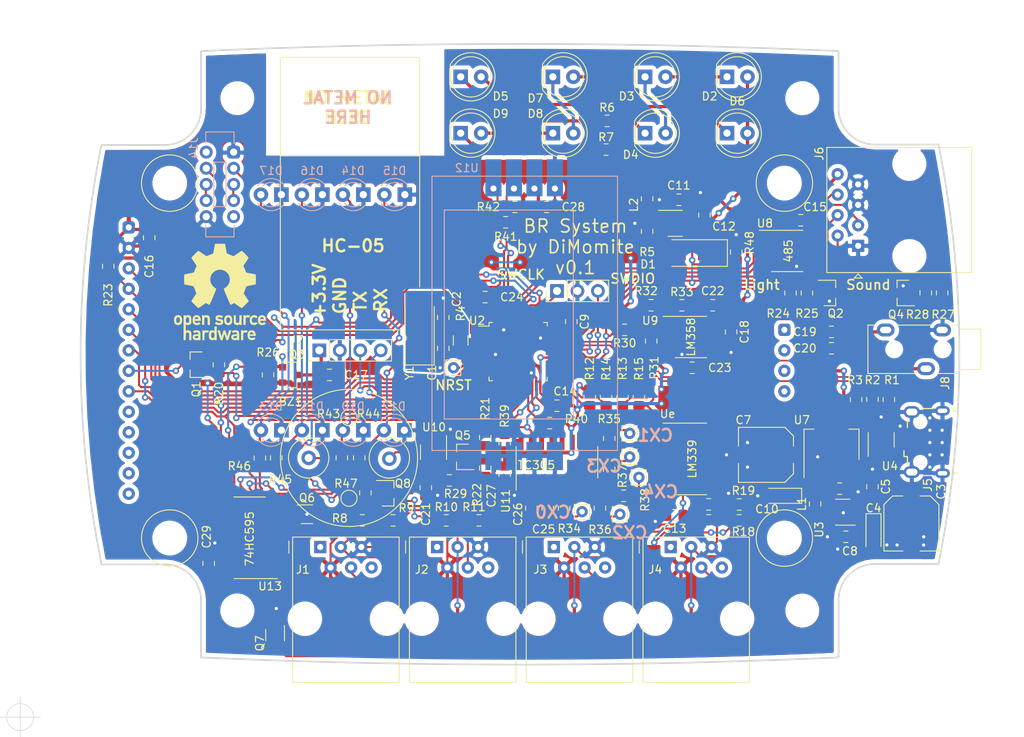
<source format=kicad_pcb>
(kicad_pcb (version 20171130) (host pcbnew "(5.1.0)-1")
  (layers (0 F.Cu signal) (31 B.Cu signal) (34 B.Paste user) (35 F.Paste user) (36 B.SilkS user) (37 F.SilkS user) (38 B.Mask user) (39 F.Mask user) (44 Edge.Cuts user))
  (net 0 "")
  (net 1 "Net-(J1-Pad1)")
  (net 2 "Net-(J1-Pad3)")
  (net 3 "Net-(J1-Pad4)")
  (net 4 "Net-(J1-Pad6)")
  (net 5 "Net-(J2-Pad1)")
  (net 6 "Net-(J2-Pad3)")
  (net 7 "Net-(J2-Pad4)")
  (net 8 "Net-(J2-Pad6)")
  (net 9 "Net-(J3-Pad1)")
  (net 10 "Net-(J3-Pad3)")
  (net 11 "Net-(J3-Pad4)")
  (net 12 "Net-(J3-Pad6)")
  (net 13 "Net-(J4-Pad1)")
  (net 14 "Net-(J4-Pad3)")
  (net 15 "Net-(J4-Pad4)")
  (net 16 "Net-(J4-Pad6)")
  (net 17 "Net-(J5-Pad4)")
  (net 18 GND)
  (net 19 +5V)
  (net 20 +3V3)
  (net 21 "Net-(U2-Pad39)")
  (net 22 "Net-(U2-Pad38)")
  (net 23 "Net-(U2-Pad4)")
  (net 24 /OSCOUT)
  (net 25 /OSCIN)
  (net 26 "Net-(L1-Pad1)")
  (net 27 "Net-(D1-Pad2)")
  (net 28 "Net-(D2-Pad1)")
  (net 29 "Net-(D3-Pad1)")
  (net 30 "Net-(D4-Pad1)")
  (net 31 "Net-(D5-Pad1)")
  (net 32 "Net-(D7-Pad1)")
  (net 33 "Net-(D8-Pad1)")
  (net 34 "Net-(R5-Pad2)")
  (net 35 /StartLed)
  (net 36 /But3)
  (net 37 /But2)
  (net 38 /But1)
  (net 39 /But0)
  (net 40 "Net-(U1-Pad18)")
  (net 41 "Net-(U1-Pad17)")
  (net 42 "Net-(U1-Pad16)")
  (net 43 "Net-(U1-Pad15)")
  (net 44 "Net-(U1-Pad14)")
  (net 45 "Net-(U1-Pad13)")
  (net 46 "Net-(U1-Pad12)")
  (net 47 "Net-(U1-Pad11)")
  (net 48 "Net-(U1-Pad10)")
  (net 49 /LCD_MISO)
  (net 50 /LCD_SCK)
  (net 51 /LCD_MOSI)
  (net 52 "Net-(Q1-Pad3)")
  (net 53 /LCD_LED)
  (net 54 /EXT_READ)
  (net 55 /EXT_WRITE)
  (net 56 /EXT_RW)
  (net 57 /LCD_RESET)
  (net 58 /LCD_DC)
  (net 59 /LCD_CS)
  (net 60 "Net-(Q2-Pad1)")
  (net 61 /DISP_SDA)
  (net 62 /DISP_SCL)
  (net 63 /BT_RX)
  (net 64 /BT_TX)
  (net 65 "Net-(C17-Pad1)")
  (net 66 "Net-(Q4-Pad1)")
  (net 67 /Sound_PWM)
  (net 68 "Net-(C19-Pad1)")
  (net 69 "Net-(C20-Pad1)")
  (net 70 "Net-(BZ1-Pad2)")
  (net 71 "Net-(BZ1-Pad1)")
  (net 72 "Net-(Q5-Pad3)")
  (net 73 "Net-(Q5-Pad1)")
  (net 74 "Net-(R30-Pad1)")
  (net 75 "Net-(R32-Pad2)")
  (net 76 /TouchEnable)
  (net 77 /TOUCH_SDA)
  (net 78 /TOUCH_SCL)
  (net 79 "Net-(C25-Pad1)")
  (net 80 "Net-(C26-Pad1)")
  (net 81 "Net-(R34-Pad1)")
  (net 82 "Net-(R35-Pad1)")
  (net 83 "Net-(R36-Pad1)")
  (net 84 "Net-(R37-Pad1)")
  (net 85 "Net-(R38-Pad1)")
  (net 86 "Net-(U11-Pad13)")
  (net 87 "Net-(U11-Pad12)")
  (net 88 "Net-(U11-Pad11)")
  (net 89 "Net-(U11-Pad10)")
  (net 90 "Net-(U11-Pad9)")
  (net 91 /SWCLK)
  (net 92 /SWDIO)
  (net 93 /NRST)
  (net 94 /BOOT0)
  (net 95 /BOOT1)
  (net 96 "Net-(J14-Pad10)")
  (net 97 "Net-(J14-Pad3)")
  (net 98 "Net-(J14-Pad8)")
  (net 99 "Net-(J14-Pad4)")
  (net 100 /CX0)
  (net 101 /CX1)
  (net 102 /CX2)
  (net 103 /CX3)
  (net 104 /CX4)
  (net 105 /Touch4Front)
  (net 106 /Entertainment/EXT_B)
  (net 107 /Entertainment/EXT_LED)
  (net 108 /Entertainment/EXT_A)
  (net 109 /Entertainment/EXT_SOUND)
  (net 110 /Entertainment/StartLedOut)
  (net 111 "Net-(D6-Pad1)")
  (net 112 "Net-(D9-Pad1)")
  (net 113 /BT_POWER)
  (net 114 /Entertainment/Sound_Analog)
  (net 115 "Net-(C22-Pad2)")
  (net 116 "Net-(C23-Pad1)")
  (net 117 /PowerInput/USB_P)
  (net 118 /PowerInput/USB_N)
  (net 119 D+)
  (net 120 D-)
  (net 121 /EXTRA_TICK)
  (net 122 "Net-(U13-Pad9)")
  (net 123 /PLAY_LED1)
  (net 124 /PLAY_LED0)
  (net 125 /PLAY_LED3)
  (net 126 /PLAY_LED2)
  (net 127 "Net-(D10-Pad2)")
  (net 128 "Net-(D11-Pad2)")
  (net 129 "Net-(D12-Pad2)")
  (net 130 "Net-(D13-Pad2)")
  (net 131 /BuzzerEnable)
  (net 132 /Entertainment/BuzzerPower)
  (net 133 "Net-(R43-Pad2)")
  (net 134 "Net-(R44-Pad2)")
  (net 135 "Net-(R45-Pad2)")
  (net 136 "Net-(R46-Pad2)")
  (net 137 "Net-(U12-Pad5)")
  (net 138 "Net-(U4-Pad3)")
  (net 139 "Net-(U4-Pad1)")
  (module brbuttonsystem:PJ-001-H (layer F.Cu) (at 177.36 91.567 270)
    (fp_text reference J8 (at 4.191 1.719 90) (layer F.SilkS))
    (fp_text value AudioJack3)
    (pad "" np_thru_hole circle (at 0 8.1 270) (size 1.2 1.2) (drill 1.2) (layers *.Cu *.Mask))
    (pad "" np_thru_hole circle (at 0 2.1 270) (size 1.2 1.2) (drill 1.2) (layers *.Cu *.Mask))
    (pad T thru_hole oval (at -2.4 9.1 270) (size 1.6 2.2) (drill oval 0.8 1.4) (layers *.Cu *.Mask) (net 68 "Net-(C19-Pad1)"))
    (pad R thru_hole oval (at 2.4 4.1 270) (size 1.6 2.2) (drill oval 0.8 1.4) (layers *.Cu *.Mask) (net 69 "Net-(C20-Pad1)"))
    (pad S thru_hole oval (at -2.4 2.1 270) (size 1.6 2.2) (drill oval 0.8 1.4) (layers *.Cu *.Mask) (net 18 GND))
  )
  (module brbuttonsystem:K3-2346D (layer B.Cu) (at 85.725 71.12 270)
    (fp_text reference J14 (at -4.5 3.25 270) (layer B.SilkS) (effects (justify mirror)))
    (fp_text value K3-2336D-combi)
    (pad 10 thru_hole circle (at 0 1.7 270) (size 1.6 1.6) (drill 0.9) (layers *.Cu *.Mask) (net 96 "Net-(J14-Pad10)"))
    (pad 9 thru_hole circle (at 0 -1.7 270) (size 1.6 1.6) (drill 0.9) (layers *.Cu *.Mask) (net 97 "Net-(J14-Pad3)"))
    (pad 8 thru_hole circle (at -4 1.7 270) (size 1.6 1.6) (drill 0.9) (layers *.Cu *.Mask) (net 98 "Net-(J14-Pad8)"))
    (pad 7 thru_hole circle (at -2 1.7 270) (size 1.6 1.6) (drill 0.9) (layers *.Cu *.Mask) (net 105 /Touch4Front))
    (pad 6 thru_hole circle (at 2 1.7 270) (size 1.6 1.6) (drill 0.9) (layers *.Cu *.Mask) (net 96 "Net-(J14-Pad10)"))
    (pad 5 thru_hole circle (at 4 1.7 270) (size 1.6 1.6) (drill 0.9) (layers *.Cu *.Mask) (net 18 GND))
    (pad 4 thru_hole circle (at 4 -1.7 270) (size 1.6 1.6) (drill 0.9) (layers *.Cu *.Mask) (net 99 "Net-(J14-Pad4)"))
    (pad 3 thru_hole circle (at 2 -1.7 270) (size 1.6 1.6) (drill 0.9) (layers *.Cu *.Mask) (net 97 "Net-(J14-Pad3)"))
    (pad 2 thru_hole circle (at -2 -1.7 270) (size 1.6 1.6) (drill 0.9) (layers *.Cu *.Mask) (net 76 /TouchEnable))
    (pad 1 thru_hole roundrect (at -4 -1.7 270) (size 1.6 1.6) (drill 0.9) (layers *.Cu *.Mask) (net 18 GND))
  )
  (module Resistor_SMD:R_0805_2012Metric_Pad1.15x1.40mm_HandSolder (layer F.Cu) (at 149.733 79.511 270)
    (fp_text reference R48 (at -1.152 -1.651 270) (layer F.SilkS))
    (fp_text value 10k)
    (pad 2 smd roundrect (at 1.025 0 270) (size 1.15 1.4) (layers F.Cu F.Paste F.Mask) (roundrect_rratio 0.217391) (net 35 /StartLed))
    (pad 1 smd roundrect (at -1.025 0 270) (size 1.15 1.4) (layers F.Cu F.Paste F.Mask) (roundrect_rratio 0.217391) (net 18 GND))
  )
  (module MountingHole:MountingHole_3.2mm_M3 (layer F.Cu) (at 157.922848 123.951873)
    (fp_text reference REF** hide)
    (fp_text value MountingHole_3.2mm_M3)
    (pad 1 np_thru_hole circle (at 0 0) (size 3.2 3.2) (drill 3.2) (layers *.Cu *.Mask))
  )
  (module MountingHole:MountingHole_3.2mm_M3 (layer F.Cu) (at 87.884 123.951873)
    (fp_text reference REF** hide)
    (fp_text value MountingHole_3.2mm_M3)
    (pad 1 np_thru_hole circle (at 0 0) (size 3.2 3.2) (drill 3.2) (layers *.Cu *.Mask))
  )
  (module MountingHole:MountingHole_3.2mm_M3 (layer F.Cu) (at 87.884 60.430562)
    (fp_text reference REF** hide)
    (fp_text value MountingHole_3.2mm_M3)
    (pad 1 np_thru_hole circle (at 0 0) (size 3.2 3.2) (drill 3.2) (layers *.Cu *.Mask))
  )
  (module MountingHole:MountingHole_3.2mm_M3 (layer F.Cu) (at 157.923001 60.430562)
    (fp_text reference REF** hide)
    (fp_text value MountingHole_3.2mm_M3)
    (pad 1 np_thru_hole circle (at 0 0) (size 3.2 3.2) (drill 3.2) (layers *.Cu *.Mask))
  )
  (module Connector_Pin:Pin_D0.7mm_L6.5mm_W1.8mm_FlatFork (layer F.Cu) (at 114.681 93.853)
    (fp_text reference J16 hide)
    (fp_text value Conn_01x01_Male)
    (pad 1 thru_hole circle (at 0 0) (size 1.4 1.4) (drill 0.7) (layers *.Cu *.Mask) (net 93 /NRST))
  )
  (module Connector_PinHeader_2.54mm:PinHeader_1x03_P2.54mm_Vertical (layer F.Cu) (at 127.508 84.328 90)
    (fp_text reference J15 hide)
    (fp_text value Conn_01x03_Male)
    (pad 3 thru_hole oval (at 0 5.08 90) (size 1.7 1.7) (drill 1) (layers *.Cu *.Mask) (net 92 /SWDIO))
    (pad 2 thru_hole oval (at 0 2.54 90) (size 1.7 1.7) (drill 1) (layers *.Cu *.Mask) (net 18 GND))
    (pad 1 thru_hole rect (at 0 0 90) (size 1.7 1.7) (drill 1) (layers *.Cu *.Mask) (net 91 /SWCLK))
  )
  (module LED_THT:LED_D3.0mm_Clear (layer B.Cu) (at 93.345 72.39 180)
    (fp_text reference D17 (at 1.27 2.96 180) (layer B.SilkS) (effects (justify mirror)))
    (fp_text value LED)
    (pad 2 thru_hole circle (at 2.54 0 180) (size 1.8 1.8) (drill 0.9) (layers *.Cu *.Mask) (net 130 "Net-(D13-Pad2)"))
    (pad 1 thru_hole rect (at 0 0 180) (size 1.8 1.8) (drill 0.9) (layers *.Cu *.Mask) (net 18 GND))
  )
  (module LED_THT:LED_D3.0mm_Clear (layer B.Cu) (at 98.425 72.39 180)
    (fp_text reference D16 (at 1.27 2.96 180) (layer B.SilkS) (effects (justify mirror)))
    (fp_text value LED)
    (pad 2 thru_hole circle (at 2.54 0 180) (size 1.8 1.8) (drill 0.9) (layers *.Cu *.Mask) (net 128 "Net-(D11-Pad2)"))
    (pad 1 thru_hole rect (at 0 0 180) (size 1.8 1.8) (drill 0.9) (layers *.Cu *.Mask) (net 18 GND))
  )
  (module LED_THT:LED_D3.0mm_Clear (layer B.Cu) (at 108.6485 72.39 180)
    (fp_text reference D15 (at 1.27 2.96 180) (layer B.SilkS) (effects (justify mirror)))
    (fp_text value LED)
    (pad 2 thru_hole circle (at 2.54 0 180) (size 1.8 1.8) (drill 0.9) (layers *.Cu *.Mask) (net 129 "Net-(D12-Pad2)"))
    (pad 1 thru_hole rect (at 0 0 180) (size 1.8 1.8) (drill 0.9) (layers *.Cu *.Mask) (net 18 GND))
  )
  (module LED_THT:LED_D3.0mm_Clear (layer B.Cu) (at 103.505 72.39 180)
    (fp_text reference D14 (at 1.27 2.96 180) (layer B.SilkS) (effects (justify mirror)))
    (fp_text value LED)
    (pad 2 thru_hole circle (at 2.54 0 180) (size 1.8 1.8) (drill 0.9) (layers *.Cu *.Mask) (net 127 "Net-(D10-Pad2)"))
    (pad 1 thru_hole rect (at 0 0 180) (size 1.8 1.8) (drill 0.9) (layers *.Cu *.Mask) (net 18 GND))
  )
  (module Resistor_SMD:R_0805_2012Metric_Pad1.15x1.40mm_HandSolder (layer F.Cu) (at 103.759 109.356 90)
    (fp_text reference R47 (at 1.152 -2.413 180) (layer F.SilkS))
    (fp_text value 47k)
    (pad 2 smd roundrect (at 1.025 0 90) (size 1.15 1.4) (layers F.Cu F.Paste F.Mask) (roundrect_rratio 0.217391) (net 131 /BuzzerEnable))
    (pad 1 smd roundrect (at -1.025 0 90) (size 1.15 1.4) (layers F.Cu F.Paste F.Mask) (roundrect_rratio 0.217391) (net 19 +5V))
  )
  (module Package_TO_SOT_SMD:SOT-23 (layer F.Cu) (at 106.537 109.413)
    (fp_text reference Q8 (at 1.8575 -1.209) (layer F.SilkS))
    (fp_text value TP0610T)
    (pad 3 smd rect (at 1 0) (size 0.9 0.8) (layers F.Cu F.Paste F.Mask) (net 132 /Entertainment/BuzzerPower))
    (pad 2 smd rect (at -1 0.95) (size 0.9 0.8) (layers F.Cu F.Paste F.Mask) (net 19 +5V))
    (pad 1 smd rect (at -1 -0.95) (size 0.9 0.8) (layers F.Cu F.Paste F.Mask) (net 131 /BuzzerEnable))
  )
  (module Capacitor_SMD:C_0805_2012Metric_Pad1.15x1.40mm_HandSolder (layer F.Cu) (at 84.328 118.11 90)
    (fp_text reference C29 (at 3.302 -0.254 90) (layer F.SilkS))
    (fp_text value 0.1uF)
    (pad 2 smd roundrect (at 1.025 0 90) (size 1.15 1.4) (layers F.Cu F.Paste F.Mask) (roundrect_rratio 0.217391) (net 18 GND))
    (pad 1 smd roundrect (at -1.025 0 90) (size 1.15 1.4) (layers F.Cu F.Paste F.Mask) (roundrect_rratio 0.217391) (net 20 +3V3))
  )
  (module Resistor_SMD:R_0805_2012Metric_Pad1.15x1.40mm_HandSolder (layer F.Cu) (at 90.678 105.038 270)
    (fp_text reference R46 (at 1.007 2.54) (layer F.SilkS))
    (fp_text value 1k)
    (pad 2 smd roundrect (at 1.025 0 270) (size 1.15 1.4) (layers F.Cu F.Paste F.Mask) (roundrect_rratio 0.217391) (net 136 "Net-(R46-Pad2)"))
    (pad 1 smd roundrect (at -1.025 0 270) (size 1.15 1.4) (layers F.Cu F.Paste F.Mask) (roundrect_rratio 0.217391) (net 130 "Net-(D13-Pad2)"))
  )
  (module Resistor_SMD:R_0805_2012Metric_Pad1.15x1.40mm_HandSolder (layer F.Cu) (at 92.71 105.02 270)
    (fp_text reference R45 (at 2.676 -0.508) (layer F.SilkS))
    (fp_text value 1k)
    (pad 2 smd roundrect (at 1.025 0 270) (size 1.15 1.4) (layers F.Cu F.Paste F.Mask) (roundrect_rratio 0.217391) (net 135 "Net-(R45-Pad2)"))
    (pad 1 smd roundrect (at -1.025 0 270) (size 1.15 1.4) (layers F.Cu F.Paste F.Mask) (roundrect_rratio 0.217391) (net 128 "Net-(D11-Pad2)"))
  )
  (module Resistor_SMD:R_0805_2012Metric_Pad1.15x1.40mm_HandSolder (layer F.Cu) (at 102.997 105.02 270)
    (fp_text reference R44 (at -5.452 -1.143) (layer F.SilkS))
    (fp_text value 1k)
    (pad 2 smd roundrect (at 1.025 0 270) (size 1.15 1.4) (layers F.Cu F.Paste F.Mask) (roundrect_rratio 0.217391) (net 134 "Net-(R44-Pad2)"))
    (pad 1 smd roundrect (at -1.025 0 270) (size 1.15 1.4) (layers F.Cu F.Paste F.Mask) (roundrect_rratio 0.217391) (net 129 "Net-(D12-Pad2)"))
  )
  (module Resistor_SMD:R_0805_2012Metric_Pad1.15x1.40mm_HandSolder (layer F.Cu) (at 100.838 105.02 270)
    (fp_text reference R43 (at -5.452 1.651) (layer F.SilkS))
    (fp_text value 1k)
    (pad 2 smd roundrect (at 1.025 0 270) (size 1.15 1.4) (layers F.Cu F.Paste F.Mask) (roundrect_rratio 0.217391) (net 133 "Net-(R43-Pad2)"))
    (pad 1 smd roundrect (at -1.025 0 270) (size 1.15 1.4) (layers F.Cu F.Paste F.Mask) (roundrect_rratio 0.217391) (net 127 "Net-(D10-Pad2)"))
  )
  (module LED_THT:LED_D3.0mm_Clear (layer B.Cu) (at 93.345 101.6 180)
    (fp_text reference D13 (at 1.27 2.96 180) (layer B.SilkS) (effects (justify mirror)))
    (fp_text value LED)
    (pad 2 thru_hole circle (at 2.54 0 180) (size 1.8 1.8) (drill 0.9) (layers *.Cu *.Mask) (net 130 "Net-(D13-Pad2)"))
    (pad 1 thru_hole rect (at 0 0 180) (size 1.8 1.8) (drill 0.9) (layers *.Cu *.Mask) (net 18 GND))
  )
  (module LED_THT:LED_D3.0mm_Clear (layer B.Cu) (at 108.585 101.6 180)
    (fp_text reference D12 (at 1.27 2.96 180) (layer B.SilkS) (effects (justify mirror)))
    (fp_text value LED)
    (pad 2 thru_hole circle (at 2.54 0 180) (size 1.8 1.8) (drill 0.9) (layers *.Cu *.Mask) (net 129 "Net-(D12-Pad2)"))
    (pad 1 thru_hole rect (at 0 0 180) (size 1.8 1.8) (drill 0.9) (layers *.Cu *.Mask) (net 18 GND))
  )
  (module LED_THT:LED_D3.0mm_Clear (layer B.Cu) (at 98.425 101.6 180)
    (fp_text reference D11 (at 1.27 2.96 180) (layer B.SilkS) (effects (justify mirror)))
    (fp_text value LED)
    (pad 2 thru_hole circle (at 2.54 0 180) (size 1.8 1.8) (drill 0.9) (layers *.Cu *.Mask) (net 128 "Net-(D11-Pad2)"))
    (pad 1 thru_hole rect (at 0 0 180) (size 1.8 1.8) (drill 0.9) (layers *.Cu *.Mask) (net 18 GND))
  )
  (module LED_THT:LED_D3.0mm_Clear (layer B.Cu) (at 103.505 101.6 180)
    (fp_text reference D10 (at 1.27 2.96 180) (layer B.SilkS) (effects (justify mirror)))
    (fp_text value LED)
    (pad 2 thru_hole circle (at 2.54 0 180) (size 1.8 1.8) (drill 0.9) (layers *.Cu *.Mask) (net 127 "Net-(D10-Pad2)"))
    (pad 1 thru_hole rect (at 0 0 180) (size 1.8 1.8) (drill 0.9) (layers *.Cu *.Mask) (net 18 GND))
  )
  (module Package_TO_SOT_SMD:SOT-353_SC-70-5_Handsoldering (layer F.Cu) (at 92.568 127 270)
    (fp_text reference Q7 (at 1.016 1.89 270) (layer F.SilkS))
    (fp_text value UMG8N)
    (pad 5 smd rect (at 1.33 -0.65 270) (size 1.5 0.4) (layers F.Cu F.Paste F.Mask) (net 14 "Net-(J4-Pad3)"))
    (pad 4 smd rect (at 1.33 0.65 270) (size 1.5 0.4) (layers F.Cu F.Paste F.Mask) (net 10 "Net-(J3-Pad3)"))
    (pad 3 smd rect (at -1.33 0.65 270) (size 1.5 0.4) (layers F.Cu F.Paste F.Mask) (net 124 /PLAY_LED0))
    (pad 2 smd rect (at -1.33 0 270) (size 1.5 0.4) (layers F.Cu F.Paste F.Mask) (net 18 GND))
    (pad 1 smd rect (at -1.33 -0.65 270) (size 1.5 0.4) (layers F.Cu F.Paste F.Mask) (net 123 /PLAY_LED1))
  )
  (module Package_TO_SOT_SMD:SOT-353_SC-70-5_Handsoldering (layer F.Cu) (at 96.52 112.014)
    (fp_text reference Q6 (at 0 -2.032) (layer F.SilkS))
    (fp_text value UMG8N)
    (pad 5 smd rect (at 1.33 -0.65) (size 1.5 0.4) (layers F.Cu F.Paste F.Mask) (net 2 "Net-(J1-Pad3)"))
    (pad 4 smd rect (at 1.33 0.65) (size 1.5 0.4) (layers F.Cu F.Paste F.Mask) (net 6 "Net-(J2-Pad3)"))
    (pad 3 smd rect (at -1.33 0.65) (size 1.5 0.4) (layers F.Cu F.Paste F.Mask) (net 126 /PLAY_LED2))
    (pad 2 smd rect (at -1.33 0) (size 1.5 0.4) (layers F.Cu F.Paste F.Mask) (net 18 GND))
    (pad 1 smd rect (at -1.33 -0.65) (size 1.5 0.4) (layers F.Cu F.Paste F.Mask) (net 125 /PLAY_LED3))
  )
  (module MyModules:buzz17 (layer F.Cu) (at 101.727 105.029)
    (fp_text reference BZ1 (at -7.239 -6.985) (layer F.SilkS))
    (fp_text value MyBuzzer)
    (pad 2 thru_hole circle (at 5 0.1) (size 1.8 1.8) (drill 1) (layers *.Cu *.Mask) (net 70 "Net-(BZ1-Pad2)"))
    (pad 1 thru_hole circle (at -5 0) (size 1.8 1.8) (drill 1) (layers *.Cu *.Mask) (net 71 "Net-(BZ1-Pad1)"))
  )
  (module Package_SO:SOIC-16_3.9x9.9mm_P1.27mm (layer F.Cu) (at 89.408 114.935 180)
    (fp_text reference U13 (at -2.54 -6 180) (layer F.SilkS))
    (fp_text value 74HC595 (at 0 -0.127 270) (layer F.SilkS))
    (pad 16 smd roundrect (at 2.475 -4.445 180) (size 1.95 0.6) (layers F.Cu F.Paste F.Mask) (net 20 +3V3))
    (pad 15 smd roundrect (at 2.475 -3.175 180) (size 1.95 0.6) (layers F.Cu F.Paste F.Mask) (net 124 /PLAY_LED0))
    (pad 14 smd roundrect (at 2.475 -1.905 180) (size 1.95 0.6) (layers F.Cu F.Paste F.Mask) (net 51 /LCD_MOSI))
    (pad 13 smd roundrect (at 2.475 -0.635 180) (size 1.95 0.6) (layers F.Cu F.Paste F.Mask) (net 18 GND))
    (pad 12 smd roundrect (at 2.475 0.635 180) (size 1.95 0.6) (layers F.Cu F.Paste F.Mask) (net 121 /EXTRA_TICK))
    (pad 11 smd roundrect (at 2.475 1.905 180) (size 1.95 0.6) (layers F.Cu F.Paste F.Mask) (net 50 /LCD_SCK))
    (pad 10 smd roundrect (at 2.475 3.175 180) (size 1.95 0.6) (layers F.Cu F.Paste F.Mask) (net 20 +3V3))
    (pad 9 smd roundrect (at 2.475 4.445 180) (size 1.95 0.6) (layers F.Cu F.Paste F.Mask) (net 122 "Net-(U13-Pad9)"))
    (pad 8 smd roundrect (at -2.475 4.445 180) (size 1.95 0.6) (layers F.Cu F.Paste F.Mask) (net 18 GND))
    (pad 7 smd roundrect (at -2.475 3.175 180) (size 1.95 0.6) (layers F.Cu F.Paste F.Mask) (net 136 "Net-(R46-Pad2)"))
    (pad 6 smd roundrect (at -2.475 1.905 180) (size 1.95 0.6) (layers F.Cu F.Paste F.Mask) (net 135 "Net-(R45-Pad2)"))
    (pad 5 smd roundrect (at -2.475 0.635 180) (size 1.95 0.6) (layers F.Cu F.Paste F.Mask) (net 134 "Net-(R44-Pad2)"))
    (pad 4 smd roundrect (at -2.475 -0.635 180) (size 1.95 0.6) (layers F.Cu F.Paste F.Mask) (net 133 "Net-(R43-Pad2)"))
    (pad 3 smd roundrect (at -2.475 -1.905 180) (size 1.95 0.6) (layers F.Cu F.Paste F.Mask) (net 125 /PLAY_LED3))
    (pad 2 smd roundrect (at -2.475 -3.175 180) (size 1.95 0.6) (layers F.Cu F.Paste F.Mask) (net 126 /PLAY_LED2))
    (pad 1 smd roundrect (at -2.475 -4.445 180) (size 1.95 0.6) (layers F.Cu F.Paste F.Mask) (net 123 /PLAY_LED1))
  )
  (module Package_TO_SOT_SMD:SOT-223-3_TabPin2 (layer F.Cu) (at 161.544 103.378 90)
    (fp_text reference U7 (at 3.048 -3.683 180) (layer F.SilkS))
    (fp_text value AP1117-33)
    (pad 1 smd rect (at -3.15 -2.3 90) (size 2 1.5) (layers F.Cu F.Paste F.Mask) (net 18 GND))
    (pad 3 smd rect (at -3.15 2.3 90) (size 2 1.5) (layers F.Cu F.Paste F.Mask) (net 19 +5V))
    (pad 2 smd rect (at -3.15 0 90) (size 2 1.5) (layers F.Cu F.Paste F.Mask) (net 20 +3V3))
    (pad 2 smd rect (at 3.15 0 90) (size 2 3.8) (layers F.Cu F.Paste F.Mask) (net 20 +3V3))
  )
  (module Package_TO_SOT_SMD:SOT-23-6_Handsoldering (layer F.Cu) (at 167.7035 102.79 90)
    (fp_text reference U4 (at -3.255 1.0795 -180) (layer F.SilkS))
    (fp_text value RClamp0554S)
    (pad 5 smd rect (at 1.35 0 90) (size 1.56 0.65) (layers F.Cu F.Paste F.Mask) (net 18 GND))
    (pad 6 smd rect (at 1.35 -0.95 90) (size 1.56 0.65) (layers F.Cu F.Paste F.Mask) (net 118 /PowerInput/USB_N))
    (pad 4 smd rect (at 1.35 0.95 90) (size 1.56 0.65) (layers F.Cu F.Paste F.Mask) (net 117 /PowerInput/USB_P))
    (pad 3 smd rect (at -1.35 0.95 90) (size 1.56 0.65) (layers F.Cu F.Paste F.Mask) (net 138 "Net-(U4-Pad3)"))
    (pad 2 smd rect (at -1.35 0 90) (size 1.56 0.65) (layers F.Cu F.Paste F.Mask) (net 19 +5V))
    (pad 1 smd rect (at -1.35 -0.95 90) (size 1.56 0.65) (layers F.Cu F.Paste F.Mask) (net 139 "Net-(U4-Pad1)"))
  )
  (module Package_TO_SOT_SMD:SOT-23-5_HandSoldering (layer F.Cu) (at 162.941 111.76 180)
    (fp_text reference U3 (at 2.921 -2.159 270) (layer F.SilkS))
    (fp_text value RT8009-33)
    (pad 5 smd rect (at 1.35 -0.95 180) (size 1.56 0.65) (layers F.Cu F.Paste F.Mask) (net 26 "Net-(L1-Pad1)"))
    (pad 4 smd rect (at 1.35 0.95 180) (size 1.56 0.65) (layers F.Cu F.Paste F.Mask) (net 20 +3V3))
    (pad 3 smd rect (at -1.35 0.95 180) (size 1.56 0.65) (layers F.Cu F.Paste F.Mask) (net 19 +5V))
    (pad 2 smd rect (at -1.35 0 180) (size 1.56 0.65) (layers F.Cu F.Paste F.Mask) (net 18 GND))
    (pad 1 smd rect (at -1.35 -0.95 180) (size 1.56 0.65) (layers F.Cu F.Paste F.Mask) (net 19 +5V))
  )
  (module Resistor_SMD:R_0805_2012Metric_Pad1.15x1.40mm_HandSolder (layer F.Cu) (at 164.592 97.799 270)
    (fp_text reference R3 (at -2.422 0.127) (layer F.SilkS))
    (fp_text value 1k5)
    (pad 2 smd roundrect (at 1.025 0 270) (size 1.15 1.4) (layers F.Cu F.Paste F.Mask) (roundrect_rratio 0.217391) (net 19 +5V))
    (pad 1 smd roundrect (at -1.025 0 270) (size 1.15 1.4) (layers F.Cu F.Paste F.Mask) (roundrect_rratio 0.217391) (net 119 D+))
  )
  (module Resistor_SMD:R_0805_2012Metric_Pad1.15x1.40mm_HandSolder (layer F.Cu) (at 166.624 97.781 270)
    (fp_text reference R2 (at -2.404 0) (layer F.SilkS))
    (fp_text value 20R)
    (pad 2 smd roundrect (at 1.025 0 270) (size 1.15 1.4) (layers F.Cu F.Paste F.Mask) (roundrect_rratio 0.217391) (net 118 /PowerInput/USB_N))
    (pad 1 smd roundrect (at -1.025 0 270) (size 1.15 1.4) (layers F.Cu F.Paste F.Mask) (roundrect_rratio 0.217391) (net 120 D-))
  )
  (module Resistor_SMD:R_0805_2012Metric_Pad1.15x1.40mm_HandSolder (layer F.Cu) (at 168.656 97.799 270)
    (fp_text reference R1 (at -2.422 -0.381) (layer F.SilkS))
    (fp_text value 20R)
    (pad 2 smd roundrect (at 1.025 0 270) (size 1.15 1.4) (layers F.Cu F.Paste F.Mask) (roundrect_rratio 0.217391) (net 117 /PowerInput/USB_P))
    (pad 1 smd roundrect (at -1.025 0 270) (size 1.15 1.4) (layers F.Cu F.Paste F.Mask) (roundrect_rratio 0.217391) (net 119 D+))
  )
  (module Inductor_SMD:L_0805_2012Metric_Pad1.15x1.40mm_HandSolder (layer F.Cu) (at 159.512 110.735 90)
    (fp_text reference L1 (at 0 -1.65 90) (layer F.SilkS))
    (fp_text value 4.7uH)
    (pad 2 smd roundrect (at 1.025 0 90) (size 1.15 1.4) (layers F.Cu F.Paste F.Mask) (roundrect_rratio 0.217391) (net 20 +3V3))
    (pad 1 smd roundrect (at -1.025 0 90) (size 1.15 1.4) (layers F.Cu F.Paste F.Mask) (roundrect_rratio 0.217391) (net 26 "Net-(L1-Pad1)"))
  )
  (module Connector_USB:USB_Micro-B_Wuerth_629105150521 (layer F.Cu) (at 173.355 103.0605 90)
    (fp_text reference J5 (at -5.334 0.127 90) (layer F.SilkS))
    (fp_text value USB_B_Micro)
    (pad "" np_thru_hole oval (at 2.5 -0.8 90) (size 0.8 0.8) (drill 0.8) (layers *.Cu *.Mask))
    (pad "" np_thru_hole oval (at -2.5 -0.8 90) (size 0.8 0.8) (drill 0.8) (layers *.Cu *.Mask))
    (pad 6 thru_hole oval (at 3.875 1.95 90) (size 1.15 1.8) (drill oval 0.55 1.2) (layers *.Cu *.Mask) (net 18 GND))
    (pad 6 thru_hole oval (at -3.875 1.95 90) (size 1.15 1.8) (drill oval 0.55 1.2) (layers *.Cu *.Mask) (net 18 GND))
    (pad 6 thru_hole oval (at 3.725 -1.85 90) (size 1.45 2) (drill oval 0.85 1.4) (layers *.Cu *.Mask) (net 18 GND))
    (pad 6 thru_hole oval (at -3.725 -1.85 90) (size 1.45 2) (drill oval 0.85 1.4) (layers *.Cu *.Mask) (net 18 GND))
    (pad 5 smd rect (at 1.3 -1.9 90) (size 0.45 1.3) (layers F.Cu F.Paste F.Mask) (net 18 GND))
    (pad 4 smd rect (at 0.65 -1.9 90) (size 0.45 1.3) (layers F.Cu F.Paste F.Mask) (net 17 "Net-(J5-Pad4)"))
    (pad 3 smd rect (at 0 -1.9 90) (size 0.45 1.3) (layers F.Cu F.Paste F.Mask) (net 117 /PowerInput/USB_P))
    (pad 2 smd rect (at -0.65 -1.9 90) (size 0.45 1.3) (layers F.Cu F.Paste F.Mask) (net 118 /PowerInput/USB_N))
    (pad 1 smd rect (at -1.3 -1.9 90) (size 0.45 1.3) (layers F.Cu F.Paste F.Mask) (net 19 +5V))
  )
  (module Capacitor_Tantalum_SMD:CP_EIA-3216-18_Kemet-A_Pad1.58x1.35mm_HandSolder (layer F.Cu) (at 155.3615 109.728 180)
    (fp_text reference C10 (at 1.8185 -1.651 180) (layer F.SilkS))
    (fp_text value 2.2uF)
    (pad 2 smd roundrect (at 1.4375 0 180) (size 1.575 1.35) (layers F.Cu F.Paste F.Mask) (roundrect_rratio 0.185185) (net 18 GND))
    (pad 1 smd roundrect (at -1.4375 0 180) (size 1.575 1.35) (layers F.Cu F.Paste F.Mask) (roundrect_rratio 0.185185) (net 20 +3V3))
  )
  (module Capacitor_SMD:C_0805_2012Metric_Pad1.15x1.40mm_HandSolder (layer F.Cu) (at 163.331 114.808 180)
    (fp_text reference C8 (at -0.499 -1.778 180) (layer F.SilkS))
    (fp_text value 1uF)
    (pad 2 smd roundrect (at 1.025 0 180) (size 1.15 1.4) (layers F.Cu F.Paste F.Mask) (roundrect_rratio 0.217391) (net 18 GND))
    (pad 1 smd roundrect (at -1.025 0 180) (size 1.15 1.4) (layers F.Cu F.Paste F.Mask) (roundrect_rratio 0.217391) (net 19 +5V))
  )
  (module Capacitor_SMD:C_Elec_6.3x7.7 (layer F.Cu) (at 153.4185 104.648 180)
    (fp_text reference C7 (at 2.7965 4.318 180) (layer F.SilkS))
    (fp_text value 100uF)
    (pad 2 smd roundrect (at 2.5375 0 180) (size 3.325 1.6) (layers F.Cu F.Paste F.Mask) (roundrect_rratio 0.15625) (net 18 GND))
    (pad 1 smd roundrect (at -2.5375 0 180) (size 3.325 1.6) (layers F.Cu F.Paste F.Mask) (roundrect_rratio 0.15625) (net 20 +3V3))
  )
  (module Capacitor_SMD:C_0805_2012Metric_Pad1.15x1.40mm_HandSolder (layer F.Cu) (at 162.551 108.839)
    (fp_text reference C6 hide)
    (fp_text value 10uF)
    (pad 2 smd roundrect (at 1.025 0) (size 1.15 1.4) (layers F.Cu F.Paste F.Mask) (roundrect_rratio 0.217391) (net 18 GND))
    (pad 1 smd roundrect (at -1.025 0) (size 1.15 1.4) (layers F.Cu F.Paste F.Mask) (roundrect_rratio 0.217391) (net 20 +3V3))
  )
  (module Capacitor_SMD:C_0805_2012Metric_Pad1.15x1.40mm_HandSolder (layer F.Cu) (at 166.624 108.594 90)
    (fp_text reference C5 (at 0.009 1.651 90) (layer F.SilkS))
    (fp_text value 1uF)
    (pad 2 smd roundrect (at 1.025 0 90) (size 1.15 1.4) (layers F.Cu F.Paste F.Mask) (roundrect_rratio 0.217391) (net 18 GND))
    (pad 1 smd roundrect (at -1.025 0 90) (size 1.15 1.4) (layers F.Cu F.Paste F.Mask) (roundrect_rratio 0.217391) (net 19 +5V))
  )
  (module Capacitor_Tantalum_SMD:CP_EIA-3216-18_Kemet-A_Pad1.58x1.35mm_HandSolder (layer F.Cu) (at 166.751 114.427 270)
    (fp_text reference C4 (at -3.175 0) (layer F.SilkS))
    (fp_text value 2.2uF)
    (pad 2 smd roundrect (at 1.4375 0 270) (size 1.575 1.35) (layers F.Cu F.Paste F.Mask) (roundrect_rratio 0.185185) (net 18 GND))
    (pad 1 smd roundrect (at -1.4375 0 270) (size 1.575 1.35) (layers F.Cu F.Paste F.Mask) (roundrect_rratio 0.185185) (net 19 +5V))
  )
  (module Capacitor_SMD:C_Elec_6.3x7.7 (layer F.Cu) (at 171.45 113.157 270)
    (fp_text reference C3 (at -3.937 -3.683 270) (layer F.SilkS))
    (fp_text value 100uF)
    (pad 2 smd roundrect (at 2.5375 0 270) (size 3.325 1.6) (layers F.Cu F.Paste F.Mask) (roundrect_rratio 0.15625) (net 18 GND))
    (pad 1 smd roundrect (at -2.5375 0 270) (size 3.325 1.6) (layers F.Cu F.Paste F.Mask) (roundrect_rratio 0.15625) (net 19 +5V))
  )
  (module Resistor_SMD:R_0805_2012Metric_Pad1.15x1.40mm_HandSolder (layer F.Cu) (at 135.899 89.154 180)
    (fp_text reference R30 (at 0 -1.65 180) (layer F.SilkS))
    (fp_text value 4k7)
    (pad 2 smd roundrect (at 1.025 0 180) (size 1.15 1.4) (layers F.Cu F.Paste F.Mask) (roundrect_rratio 0.217391) (net 67 /Sound_PWM))
    (pad 1 smd roundrect (at -1.025 0 180) (size 1.15 1.4) (layers F.Cu F.Paste F.Mask) (roundrect_rratio 0.217391) (net 74 "Net-(R30-Pad1)"))
  )
  (module Package_SO:SOIC-8_3.9x4.9mm_P1.27mm (layer F.Cu) (at 144.1145 90.043)
    (fp_text reference U9 (at -5.0495 -2.032) (layer F.SilkS))
    (fp_text value LM358 (at 0 0 90) (layer F.SilkS))
    (pad 8 smd roundrect (at 2.475 -1.905) (size 1.95 0.6) (layers F.Cu F.Paste F.Mask) (net 19 +5V))
    (pad 7 smd roundrect (at 2.475 -0.635) (size 1.95 0.6) (layers F.Cu F.Paste F.Mask) (net 114 /Entertainment/Sound_Analog))
    (pad 6 smd roundrect (at 2.475 0.635) (size 1.95 0.6) (layers F.Cu F.Paste F.Mask) (net 114 /Entertainment/Sound_Analog))
    (pad 5 smd roundrect (at 2.475 1.905) (size 1.95 0.6) (layers F.Cu F.Paste F.Mask) (net 116 "Net-(C23-Pad1)"))
    (pad 4 smd roundrect (at -2.475 1.905) (size 1.95 0.6) (layers F.Cu F.Paste F.Mask) (net 18 GND))
    (pad 3 smd roundrect (at -2.475 0.635) (size 1.95 0.6) (layers F.Cu F.Paste F.Mask) (net 74 "Net-(R30-Pad1)"))
    (pad 2 smd roundrect (at -2.475 -0.635) (size 1.95 0.6) (layers F.Cu F.Paste F.Mask) (net 75 "Net-(R32-Pad2)"))
    (pad 1 smd roundrect (at -2.475 -1.905) (size 1.95 0.6) (layers F.Cu F.Paste F.Mask) (net 75 "Net-(R32-Pad2)"))
  )
  (module Resistor_SMD:R_0805_2012Metric_Pad1.15x1.40mm_HandSolder (layer F.Cu) (at 142.993 86.106)
    (fp_text reference R33 (at 0 -1.65) (layer F.SilkS))
    (fp_text value 4k7)
    (pad 2 smd roundrect (at 1.025 0) (size 1.15 1.4) (layers F.Cu F.Paste F.Mask) (roundrect_rratio 0.217391) (net 116 "Net-(C23-Pad1)"))
    (pad 1 smd roundrect (at -1.025 0) (size 1.15 1.4) (layers F.Cu F.Paste F.Mask) (roundrect_rratio 0.217391) (net 115 "Net-(C22-Pad2)"))
  )
  (module Resistor_SMD:R_0805_2012Metric_Pad1.15x1.40mm_HandSolder (layer F.Cu) (at 139.183 86.106 180)
    (fp_text reference R32 (at 0.626 1.778 180) (layer F.SilkS))
    (fp_text value 4k7)
    (pad 2 smd roundrect (at 1.025 0 180) (size 1.15 1.4) (layers F.Cu F.Paste F.Mask) (roundrect_rratio 0.217391) (net 75 "Net-(R32-Pad2)"))
    (pad 1 smd roundrect (at -1.025 0 180) (size 1.15 1.4) (layers F.Cu F.Paste F.Mask) (roundrect_rratio 0.217391) (net 115 "Net-(C22-Pad2)"))
  )
  (module Resistor_SMD:R_0805_2012Metric_Pad1.15x1.40mm_HandSolder (layer F.Cu) (at 139.192 90.542 90)
    (fp_text reference R31 (at -3.311 0.381 90) (layer F.SilkS))
    (fp_text value 1k)
    (pad 2 smd roundrect (at 1.025 0 90) (size 1.15 1.4) (layers F.Cu F.Paste F.Mask) (roundrect_rratio 0.217391) (net 74 "Net-(R30-Pad1)"))
    (pad 1 smd roundrect (at -1.025 0 90) (size 1.15 1.4) (layers F.Cu F.Paste F.Mask) (roundrect_rratio 0.217391) (net 18 GND))
  )
  (module Capacitor_SMD:C_0805_2012Metric_Pad1.15x1.40mm_HandSolder (layer F.Cu) (at 144.281 93.853 180)
    (fp_text reference C23 (at -3.42 0 180) (layer F.SilkS))
    (fp_text value 10nF)
    (pad 2 smd roundrect (at 1.025 0 180) (size 1.15 1.4) (layers F.Cu F.Paste F.Mask) (roundrect_rratio 0.217391) (net 18 GND))
    (pad 1 smd roundrect (at -1.025 0 180) (size 1.15 1.4) (layers F.Cu F.Paste F.Mask) (roundrect_rratio 0.217391) (net 116 "Net-(C23-Pad1)"))
  )
  (module Capacitor_SMD:C_0805_2012Metric_Pad1.15x1.40mm_HandSolder (layer F.Cu) (at 146.821 86.106 180)
    (fp_text reference C22 (at 0 1.778 180) (layer F.SilkS))
    (fp_text value 10nF)
    (pad 2 smd roundrect (at 1.025 0 180) (size 1.15 1.4) (layers F.Cu F.Paste F.Mask) (roundrect_rratio 0.217391) (net 115 "Net-(C22-Pad2)"))
    (pad 1 smd roundrect (at -1.025 0 180) (size 1.15 1.4) (layers F.Cu F.Paste F.Mask) (roundrect_rratio 0.217391) (net 114 /Entertainment/Sound_Analog))
  )
  (module Capacitor_SMD:C_0805_2012Metric_Pad1.15x1.40mm_HandSolder (layer F.Cu) (at 149.098 89.408 270)
    (fp_text reference C18 (at 0 -1.65 270) (layer F.SilkS))
    (fp_text value 0.1uF)
    (pad 2 smd roundrect (at 1.025 0 270) (size 1.15 1.4) (layers F.Cu F.Paste F.Mask) (roundrect_rratio 0.217391) (net 18 GND))
    (pad 1 smd roundrect (at -1.025 0 270) (size 1.15 1.4) (layers F.Cu F.Paste F.Mask) (roundrect_rratio 0.217391) (net 19 +5V))
  )
  (module Capacitor_SMD:C_0805_2012Metric_Pad1.15x1.40mm_HandSolder (layer F.Cu) (at 161.544 91.44 180)
    (fp_text reference C20 (at 3.302 0 180) (layer F.SilkS))
    (fp_text value 0.1uF)
    (pad 2 smd roundrect (at 1.025 0 180) (size 1.15 1.4) (layers F.Cu F.Paste F.Mask) (roundrect_rratio 0.217391) (net 114 /Entertainment/Sound_Analog))
    (pad 1 smd roundrect (at -1.025 0 180) (size 1.15 1.4) (layers F.Cu F.Paste F.Mask) (roundrect_rratio 0.217391) (net 69 "Net-(C20-Pad1)"))
  )
  (module Capacitor_SMD:C_0805_2012Metric_Pad1.15x1.40mm_HandSolder (layer F.Cu) (at 161.535 89.408 180)
    (fp_text reference C19 (at 3.293 0 180) (layer F.SilkS))
    (fp_text value 0.1uF)
    (pad 2 smd roundrect (at 1.025 0 180) (size 1.15 1.4) (layers F.Cu F.Paste F.Mask) (roundrect_rratio 0.217391) (net 114 /Entertainment/Sound_Analog))
    (pad 1 smd roundrect (at -1.025 0 180) (size 1.15 1.4) (layers F.Cu F.Paste F.Mask) (roundrect_rratio 0.217391) (net 68 "Net-(C19-Pad1)"))
  )
  (module Package_TO_SOT_SMD:SOT-23-6_Handsoldering (layer F.Cu) (at 142.16 75.946)
    (fp_text reference U5 hide)
    (fp_text value RT9293)
    (pad 5 smd rect (at 1.35 0) (size 1.56 0.65) (layers F.Cu F.Paste F.Mask) (net 110 /Entertainment/StartLedOut))
    (pad 6 smd rect (at 1.35 -0.95) (size 1.56 0.65) (layers F.Cu F.Paste F.Mask) (net 19 +5V))
    (pad 4 smd rect (at 1.35 0.95) (size 1.56 0.65) (layers F.Cu F.Paste F.Mask) (net 35 /StartLed))
    (pad 3 smd rect (at -1.35 0.95) (size 1.56 0.65) (layers F.Cu F.Paste F.Mask) (net 34 "Net-(R5-Pad2)"))
    (pad 2 smd rect (at -1.35 0) (size 1.56 0.65) (layers F.Cu F.Paste F.Mask) (net 18 GND))
    (pad 1 smd rect (at -1.35 -0.95) (size 1.56 0.65) (layers F.Cu F.Paste F.Mask) (net 27 "Net-(D1-Pad2)"))
  )
  (module Resistor_SMD:R_0805_2012Metric_Pad1.15x1.40mm_HandSolder (layer F.Cu) (at 133.595 66.802 180)
    (fp_text reference R7 (at 0 1.524 180) (layer F.SilkS))
    (fp_text value 1R)
    (pad 2 smd roundrect (at 1.025 0 180) (size 1.15 1.4) (layers F.Cu F.Paste F.Mask) (roundrect_rratio 0.217391) (net 112 "Net-(D9-Pad1)"))
    (pad 1 smd roundrect (at -1.025 0 180) (size 1.15 1.4) (layers F.Cu F.Paste F.Mask) (roundrect_rratio 0.217391) (net 34 "Net-(R5-Pad2)"))
  )
  (module Resistor_SMD:R_0805_2012Metric_Pad1.15x1.40mm_HandSolder (layer F.Cu) (at 133.722 63.246 180)
    (fp_text reference R6 (at 0 1.651 180) (layer F.SilkS))
    (fp_text value 1R)
    (pad 2 smd roundrect (at 1.025 0 180) (size 1.15 1.4) (layers F.Cu F.Paste F.Mask) (roundrect_rratio 0.217391) (net 31 "Net-(D5-Pad1)"))
    (pad 1 smd roundrect (at -1.025 0 180) (size 1.15 1.4) (layers F.Cu F.Paste F.Mask) (roundrect_rratio 0.217391) (net 34 "Net-(R5-Pad2)"))
  )
  (module Resistor_SMD:R_0805_2012Metric_Pad1.15x1.40mm_HandSolder (layer F.Cu) (at 138.684 76.953 270)
    (fp_text reference R5 (at 2.549 0) (layer F.SilkS))
    (fp_text value 10R)
    (pad 2 smd roundrect (at 1.025 0 270) (size 1.15 1.4) (layers F.Cu F.Paste F.Mask) (roundrect_rratio 0.217391) (net 34 "Net-(R5-Pad2)"))
    (pad 1 smd roundrect (at -1.025 0 270) (size 1.15 1.4) (layers F.Cu F.Paste F.Mask) (roundrect_rratio 0.217391) (net 18 GND))
  )
  (module Inductor_SMD:L_0805_2012Metric_Pad1.15x1.40mm_HandSolder (layer F.Cu) (at 138.684 72.898 270)
    (fp_text reference L2 (at 0.762 1.651 270) (layer F.SilkS))
    (fp_text value 4.7uH)
    (pad 2 smd roundrect (at 1.025 0 270) (size 1.15 1.4) (layers F.Cu F.Paste F.Mask) (roundrect_rratio 0.217391) (net 27 "Net-(D1-Pad2)"))
    (pad 1 smd roundrect (at -1.025 0 270) (size 1.15 1.4) (layers F.Cu F.Paste F.Mask) (roundrect_rratio 0.217391) (net 19 +5V))
  )
  (module LED_THT:LED_D5.0mm (layer F.Cu) (at 115.57 64.77)
    (fp_text reference D9 (at 4.953 -2.413) (layer F.SilkS))
    (fp_text value LED)
    (pad 2 thru_hole circle (at 2.54 0) (size 1.8 1.8) (drill 0.9) (layers *.Cu *.Mask) (net 33 "Net-(D8-Pad1)"))
    (pad 1 thru_hole rect (at 0 0) (size 1.8 1.8) (drill 0.9) (layers *.Cu *.Mask) (net 112 "Net-(D9-Pad1)"))
  )
  (module LED_THT:LED_D5.0mm (layer F.Cu) (at 127 64.77)
    (fp_text reference D8 (at -2.159 -2.413) (layer F.SilkS))
    (fp_text value LED)
    (pad 2 thru_hole circle (at 2.54 0) (size 1.8 1.8) (drill 0.9) (layers *.Cu *.Mask) (net 32 "Net-(D7-Pad1)"))
    (pad 1 thru_hole rect (at 0 0) (size 1.8 1.8) (drill 0.9) (layers *.Cu *.Mask) (net 33 "Net-(D8-Pad1)"))
  )
  (module LED_THT:LED_D5.0mm (layer F.Cu) (at 127 57.785)
    (fp_text reference D7 (at -2.159 2.667) (layer F.SilkS))
    (fp_text value LED)
    (pad 2 thru_hole circle (at 2.54 0) (size 1.8 1.8) (drill 0.9) (layers *.Cu *.Mask) (net 111 "Net-(D6-Pad1)"))
    (pad 1 thru_hole rect (at 0 0) (size 1.8 1.8) (drill 0.9) (layers *.Cu *.Mask) (net 32 "Net-(D7-Pad1)"))
  )
  (module LED_THT:LED_D5.0mm (layer F.Cu) (at 148.59 64.77)
    (fp_text reference D6 (at 1.27 -3.96) (layer F.SilkS))
    (fp_text value LED)
    (pad 2 thru_hole circle (at 2.54 0) (size 1.8 1.8) (drill 0.9) (layers *.Cu *.Mask) (net 110 /Entertainment/StartLedOut))
    (pad 1 thru_hole rect (at 0 0) (size 1.8 1.8) (drill 0.9) (layers *.Cu *.Mask) (net 111 "Net-(D6-Pad1)"))
  )
  (module LED_THT:LED_D5.0mm (layer F.Cu) (at 115.57 57.785)
    (fp_text reference D5 (at 4.953 2.413) (layer F.SilkS))
    (fp_text value LED)
    (pad 2 thru_hole circle (at 2.54 0) (size 1.8 1.8) (drill 0.9) (layers *.Cu *.Mask) (net 30 "Net-(D4-Pad1)"))
    (pad 1 thru_hole rect (at 0 0) (size 1.8 1.8) (drill 0.9) (layers *.Cu *.Mask) (net 31 "Net-(D5-Pad1)"))
  )
  (module LED_THT:LED_D5.0mm (layer F.Cu) (at 138.43 64.77)
    (fp_text reference D4 (at -1.778 2.667) (layer F.SilkS))
    (fp_text value LED)
    (pad 2 thru_hole circle (at 2.54 0) (size 1.8 1.8) (drill 0.9) (layers *.Cu *.Mask) (net 29 "Net-(D3-Pad1)"))
    (pad 1 thru_hole rect (at 0 0) (size 1.8 1.8) (drill 0.9) (layers *.Cu *.Mask) (net 30 "Net-(D4-Pad1)"))
  )
  (module LED_THT:LED_D5.0mm (layer F.Cu) (at 138.43 57.785)
    (fp_text reference D3 (at -2.286 2.413) (layer F.SilkS))
    (fp_text value LED)
    (pad 2 thru_hole circle (at 2.54 0) (size 1.8 1.8) (drill 0.9) (layers *.Cu *.Mask) (net 28 "Net-(D2-Pad1)"))
    (pad 1 thru_hole rect (at 0 0) (size 1.8 1.8) (drill 0.9) (layers *.Cu *.Mask) (net 29 "Net-(D3-Pad1)"))
  )
  (module LED_THT:LED_D5.0mm (layer F.Cu) (at 148.59 57.785)
    (fp_text reference D2 (at -2.159 2.413) (layer F.SilkS))
    (fp_text value LED)
    (pad 2 thru_hole circle (at 2.54 0) (size 1.8 1.8) (drill 0.9) (layers *.Cu *.Mask) (net 110 /Entertainment/StartLedOut))
    (pad 1 thru_hole rect (at 0 0) (size 1.8 1.8) (drill 0.9) (layers *.Cu *.Mask) (net 28 "Net-(D2-Pad1)"))
  )
  (module Diode_SMD:D_SMA_Handsoldering (layer F.Cu) (at 144.232 79.629 180)
    (fp_text reference D1 (at 5.421 -1.397 180) (layer F.SilkS))
    (fp_text value STPS1L30A)
    (pad 2 smd rect (at 2.5 0 180) (size 3.5 1.8) (layers F.Cu F.Paste F.Mask) (net 27 "Net-(D1-Pad2)"))
    (pad 1 smd rect (at -2.5 0 180) (size 3.5 1.8) (layers F.Cu F.Paste F.Mask) (net 110 /Entertainment/StartLedOut))
  )
  (module Capacitor_SMD:C_0805_2012Metric_Pad1.15x1.40mm_HandSolder (layer F.Cu) (at 145.796 74.93 90)
    (fp_text reference C12 (at -1.397 2.413 180) (layer F.SilkS))
    (fp_text value 1uF)
    (pad 2 smd roundrect (at 1.025 0 90) (size 1.15 1.4) (layers F.Cu F.Paste F.Mask) (roundrect_rratio 0.217391) (net 18 GND))
    (pad 1 smd roundrect (at -1.025 0 90) (size 1.15 1.4) (layers F.Cu F.Paste F.Mask) (roundrect_rratio 0.217391) (net 110 /Entertainment/StartLedOut))
  )
  (module Capacitor_SMD:C_0805_2012Metric_Pad1.15x1.40mm_HandSolder (layer F.Cu) (at 142.621 73.025 180)
    (fp_text reference C11 (at 0 1.778 180) (layer F.SilkS))
    (fp_text value 2.2uF)
    (pad 2 smd roundrect (at 1.025 0 180) (size 1.15 1.4) (layers F.Cu F.Paste F.Mask) (roundrect_rratio 0.217391) (net 18 GND))
    (pad 1 smd roundrect (at -1.025 0 180) (size 1.15 1.4) (layers F.Cu F.Paste F.Mask) (roundrect_rratio 0.217391) (net 19 +5V))
  )
  (module Package_TO_SOT_SMD:SOT-23-6_Handsoldering (layer F.Cu) (at 112.207 104.314 270)
    (fp_text reference U10 (at -3.095 -0.061) (layer F.SilkS))
    (fp_text value NL27WZ14)
    (pad 5 smd rect (at 1.35 0 270) (size 1.56 0.65) (layers F.Cu F.Paste F.Mask) (net 132 /Entertainment/BuzzerPower))
    (pad 6 smd rect (at 1.35 -0.95 270) (size 1.56 0.65) (layers F.Cu F.Paste F.Mask) (net 70 "Net-(BZ1-Pad2)"))
    (pad 4 smd rect (at 1.35 0.95 270) (size 1.56 0.65) (layers F.Cu F.Paste F.Mask) (net 71 "Net-(BZ1-Pad1)"))
    (pad 3 smd rect (at -1.35 0.95 270) (size 1.56 0.65) (layers F.Cu F.Paste F.Mask) (net 70 "Net-(BZ1-Pad2)"))
    (pad 2 smd rect (at -1.35 0 270) (size 1.56 0.65) (layers F.Cu F.Paste F.Mask) (net 18 GND))
    (pad 1 smd rect (at -1.35 -0.95 270) (size 1.56 0.65) (layers F.Cu F.Paste F.Mask) (net 72 "Net-(Q5-Pad3)"))
  )
  (module Resistor_SMD:R_0805_2012Metric_Pad1.15x1.40mm_HandSolder (layer F.Cu) (at 114.173 107.823 180)
    (fp_text reference R29 (at -0.762 -1.651 180) (layer F.SilkS))
    (fp_text value 1k)
    (pad 2 smd roundrect (at 1.025 0 180) (size 1.15 1.4) (layers F.Cu F.Paste F.Mask) (roundrect_rratio 0.217391) (net 132 /Entertainment/BuzzerPower))
    (pad 1 smd roundrect (at -1.025 0 180) (size 1.15 1.4) (layers F.Cu F.Paste F.Mask) (roundrect_rratio 0.217391) (net 72 "Net-(Q5-Pad3)"))
  )
  (module Resistor_SMD:R_0805_2012Metric_Pad1.15x1.40mm_HandSolder (layer F.Cu) (at 118.618 106.299 270)
    (fp_text reference R22 (at 3.302 1.016 270) (layer F.SilkS))
    (fp_text value 100k)
    (pad 2 smd roundrect (at 1.025 0 270) (size 1.15 1.4) (layers F.Cu F.Paste F.Mask) (roundrect_rratio 0.217391) (net 73 "Net-(Q5-Pad1)"))
    (pad 1 smd roundrect (at -1.025 0 270) (size 1.15 1.4) (layers F.Cu F.Paste F.Mask) (roundrect_rratio 0.217391) (net 18 GND))
  )
  (module Resistor_SMD:R_0805_2012Metric_Pad1.15x1.40mm_HandSolder (layer F.Cu) (at 118.618 102.489 90)
    (fp_text reference R21 (at 3.556 0 90) (layer F.SilkS))
    (fp_text value 1k)
    (pad 2 smd roundrect (at 1.025 0 90) (size 1.15 1.4) (layers F.Cu F.Paste F.Mask) (roundrect_rratio 0.217391) (net 67 /Sound_PWM))
    (pad 1 smd roundrect (at -1.025 0 90) (size 1.15 1.4) (layers F.Cu F.Paste F.Mask) (roundrect_rratio 0.217391) (net 73 "Net-(Q5-Pad1)"))
  )
  (module Package_TO_SOT_SMD:SOT-23 (layer F.Cu) (at 115.824 104.902 180)
    (fp_text reference Q5 (at 0 2.667 180) (layer F.SilkS))
    (fp_text value IRLML2060)
    (pad 3 smd rect (at 1 0 180) (size 0.9 0.8) (layers F.Cu F.Paste F.Mask) (net 72 "Net-(Q5-Pad3)"))
    (pad 2 smd rect (at -1 0.95 180) (size 0.9 0.8) (layers F.Cu F.Paste F.Mask) (net 18 GND))
    (pad 1 smd rect (at -1 -0.95 180) (size 0.9 0.8) (layers F.Cu F.Paste F.Mask) (net 73 "Net-(Q5-Pad1)"))
  )
  (module Capacitor_SMD:C_0805_2012Metric_Pad1.15x1.40mm_HandSolder (layer F.Cu) (at 111.252 108.721 270)
    (fp_text reference C21 (at 3.293 0 90) (layer F.SilkS))
    (fp_text value 0.1uF)
    (pad 2 smd roundrect (at 1.025 0 270) (size 1.15 1.4) (layers F.Cu F.Paste F.Mask) (roundrect_rratio 0.217391) (net 18 GND))
    (pad 1 smd roundrect (at -1.025 0 270) (size 1.15 1.4) (layers F.Cu F.Paste F.Mask) (roundrect_rratio 0.217391) (net 132 /Entertainment/BuzzerPower))
  )
  (module Resistor_SMD:R_0805_2012Metric_Pad1.15x1.40mm_HandSolder (layer F.Cu) (at 173.228 84.573 270)
    (fp_text reference R28 (at 2.676 1.016) (layer F.SilkS))
    (fp_text value 100k)
    (pad 2 smd roundrect (at 1.025 0 270) (size 1.15 1.4) (layers F.Cu F.Paste F.Mask) (roundrect_rratio 0.217391) (net 66 "Net-(Q4-Pad1)"))
    (pad 1 smd roundrect (at -1.025 0 270) (size 1.15 1.4) (layers F.Cu F.Paste F.Mask) (roundrect_rratio 0.217391) (net 18 GND))
  )
  (module Resistor_SMD:R_0805_2012Metric_Pad1.15x1.40mm_HandSolder (layer F.Cu) (at 175.26 84.573 270)
    (fp_text reference R27 (at 2.676 -0.127) (layer F.SilkS))
    (fp_text value 1k)
    (pad 2 smd roundrect (at 1.025 0 270) (size 1.15 1.4) (layers F.Cu F.Paste F.Mask) (roundrect_rratio 0.217391) (net 67 /Sound_PWM))
    (pad 1 smd roundrect (at -1.025 0 270) (size 1.15 1.4) (layers F.Cu F.Paste F.Mask) (roundrect_rratio 0.217391) (net 66 "Net-(Q4-Pad1)"))
  )
  (module Package_TO_SOT_SMD:SOT-23 (layer F.Cu) (at 170.434 84.582 180)
    (fp_text reference Q4 (at 0.889 -2.667 180) (layer F.SilkS))
    (fp_text value IRLML2060)
    (pad 3 smd rect (at 1 0 180) (size 0.9 0.8) (layers F.Cu F.Paste F.Mask) (net 109 /Entertainment/EXT_SOUND))
    (pad 2 smd rect (at -1 0.95 180) (size 0.9 0.8) (layers F.Cu F.Paste F.Mask) (net 18 GND))
    (pad 1 smd rect (at -1 -0.95 180) (size 0.9 0.8) (layers F.Cu F.Paste F.Mask) (net 66 "Net-(Q4-Pad1)"))
  )
  (module Resistor_SMD:R_0805_2012Metric_Pad1.15x1.40mm_HandSolder (layer F.Cu) (at 158.496 84.573 90)
    (fp_text reference R25 (at -2.549 0 180) (layer F.SilkS))
    (fp_text value 100k)
    (pad 2 smd roundrect (at 1.025 0 90) (size 1.15 1.4) (layers F.Cu F.Paste F.Mask) (roundrect_rratio 0.217391) (net 60 "Net-(Q2-Pad1)"))
    (pad 1 smd roundrect (at -1.025 0 90) (size 1.15 1.4) (layers F.Cu F.Paste F.Mask) (roundrect_rratio 0.217391) (net 18 GND))
  )
  (module Resistor_SMD:R_0805_2012Metric_Pad1.15x1.40mm_HandSolder (layer F.Cu) (at 156.464 84.591 270)
    (fp_text reference R24 (at 2.531 1.524) (layer F.SilkS))
    (fp_text value 1k)
    (pad 2 smd roundrect (at 1.025 0 270) (size 1.15 1.4) (layers F.Cu F.Paste F.Mask) (roundrect_rratio 0.217391) (net 35 /StartLed))
    (pad 1 smd roundrect (at -1.025 0 270) (size 1.15 1.4) (layers F.Cu F.Paste F.Mask) (roundrect_rratio 0.217391) (net 60 "Net-(Q2-Pad1)"))
  )
  (module Package_TO_SOT_SMD:SOT-23 (layer F.Cu) (at 161.306 84.582)
    (fp_text reference Q2 (at 0.746 2.54) (layer F.SilkS))
    (fp_text value IRLML2060)
    (pad 3 smd rect (at 1 0) (size 0.9 0.8) (layers F.Cu F.Paste F.Mask) (net 107 /Entertainment/EXT_LED))
    (pad 2 smd rect (at -1 0.95) (size 0.9 0.8) (layers F.Cu F.Paste F.Mask) (net 18 GND))
    (pad 1 smd rect (at -1 -0.95) (size 0.9 0.8) (layers F.Cu F.Paste F.Mask) (net 60 "Net-(Q2-Pad1)"))
  )
  (module Package_SO:SOIC-8_3.9x4.9mm_P1.27mm (layer F.Cu) (at 156.05 79.375)
    (fp_text reference U8 (at -2.761 -3.429) (layer F.SilkS))
    (fp_text value 485 (at 0.16 0 90) (layer F.SilkS))
    (pad 8 smd roundrect (at 2.475 -1.905) (size 1.95 0.6) (layers F.Cu F.Paste F.Mask) (net 19 +5V))
    (pad 7 smd roundrect (at 2.475 -0.635) (size 1.95 0.6) (layers F.Cu F.Paste F.Mask) (net 106 /Entertainment/EXT_B))
    (pad 6 smd roundrect (at 2.475 0.635) (size 1.95 0.6) (layers F.Cu F.Paste F.Mask) (net 108 /Entertainment/EXT_A))
    (pad 5 smd roundrect (at 2.475 1.905) (size 1.95 0.6) (layers F.Cu F.Paste F.Mask) (net 18 GND))
    (pad 4 smd roundrect (at -2.475 1.905) (size 1.95 0.6) (layers F.Cu F.Paste F.Mask) (net 55 /EXT_WRITE))
    (pad 3 smd roundrect (at -2.475 0.635) (size 1.95 0.6) (layers F.Cu F.Paste F.Mask) (net 56 /EXT_RW))
    (pad 2 smd roundrect (at -2.475 -0.635) (size 1.95 0.6) (layers F.Cu F.Paste F.Mask) (net 56 /EXT_RW))
    (pad 1 smd roundrect (at -2.475 -1.905) (size 1.95 0.6) (layers F.Cu F.Paste F.Mask) (net 54 /EXT_READ))
  )
  (module Capacitor_SMD:C_0805_2012Metric_Pad1.15x1.40mm_HandSolder (layer F.Cu) (at 157.734 75.565)
    (fp_text reference C15 (at 1.778 -1.65) (layer F.SilkS))
    (fp_text value 0.1uF)
    (pad 2 smd roundrect (at 1.025 0) (size 1.15 1.4) (layers F.Cu F.Paste F.Mask) (roundrect_rratio 0.217391) (net 19 +5V))
    (pad 1 smd roundrect (at -1.025 0) (size 1.15 1.4) (layers F.Cu F.Paste F.Mask) (roundrect_rratio 0.217391) (net 18 GND))
  )
  (module Connector_RJ:RJ45_Amphenol_54602-x08_Horizontal (layer F.Cu) (at 164.846 78.74 90)
    (fp_text reference J6 (at 11.43 -4.826 90) (layer F.SilkS))
    (fp_text value Conn_01x08_Female)
    (pad 8 thru_hole circle (at 8.89 -2.54 90) (size 1.5 1.5) (drill 0.76) (layers *.Cu *.Mask) (net 19 +5V))
    (pad 7 thru_hole circle (at 7.62 0 90) (size 1.5 1.5) (drill 0.76) (layers *.Cu *.Mask) (net 18 GND))
    (pad 6 thru_hole circle (at 6.35 -2.54 90) (size 1.5 1.5) (drill 0.76) (layers *.Cu *.Mask) (net 106 /Entertainment/EXT_B))
    (pad 5 thru_hole circle (at 5.08 0 90) (size 1.5 1.5) (drill 0.76) (layers *.Cu *.Mask) (net 18 GND))
    (pad 4 thru_hole circle (at 3.81 -2.54 90) (size 1.5 1.5) (drill 0.76) (layers *.Cu *.Mask) (net 107 /Entertainment/EXT_LED))
    (pad 3 thru_hole circle (at 2.54 0 90) (size 1.5 1.5) (drill 0.76) (layers *.Cu *.Mask) (net 108 /Entertainment/EXT_A))
    (pad 2 thru_hole circle (at 1.27 -2.54 90) (size 1.5 1.5) (drill 0.76) (layers *.Cu *.Mask) (net 109 /Entertainment/EXT_SOUND))
    (pad 1 thru_hole rect (at 0 0 90) (size 1.5 1.5) (drill 0.76) (layers *.Cu *.Mask) (net 18 GND))
    (pad "" np_thru_hole circle (at -1.27 6.35 90) (size 3.2 3.2) (drill 3.2) (layers *.Cu *.Mask))
    (pad "" np_thru_hole circle (at 10.16 6.35 90) (size 3.2 3.2) (drill 3.2) (layers *.Cu *.Mask))
  )
  (module Resistor_SMD:R_0805_2012Metric_Pad1.15x1.40mm_HandSolder (layer F.Cu) (at 122.292 73.914)
    (fp_text reference R42 (at -3.293 0) (layer F.SilkS))
    (fp_text value 4k7)
    (pad 2 smd roundrect (at 1.025 0) (size 1.15 1.4) (layers F.Cu F.Paste F.Mask) (roundrect_rratio 0.217391) (net 20 +3V3))
    (pad 1 smd roundrect (at -1.025 0) (size 1.15 1.4) (layers F.Cu F.Paste F.Mask) (roundrect_rratio 0.217391) (net 61 /DISP_SDA))
  )
  (module Resistor_SMD:R_0805_2012Metric_Pad1.15x1.40mm_HandSolder (layer F.Cu) (at 121.149 75.819)
    (fp_text reference R41 (at 0.009 1.778) (layer F.SilkS))
    (fp_text value 4k7)
    (pad 2 smd roundrect (at 1.025 0) (size 1.15 1.4) (layers F.Cu F.Paste F.Mask) (roundrect_rratio 0.217391) (net 20 +3V3))
    (pad 1 smd roundrect (at -1.025 0) (size 1.15 1.4) (layers F.Cu F.Paste F.Mask) (roundrect_rratio 0.217391) (net 62 /DISP_SCL))
  )
  (module MyModules:OLED_0.96_I2C (layer B.Cu) (at 112.014 70.104 270)
    (fp_text reference U12 (at -1.016 -4.318) (layer B.SilkS) (effects (justify mirror)))
    (fp_text value OLED_0.96_I2C)
    (pad 4 smd rect (at 0 -15.24 270) (size 4.6 2) (drill (offset 0.2 0)) (layers B.Cu B.Paste B.Mask) (net 18 GND))
    (pad 3 smd rect (at 0 -12.7 270) (size 4.6 2) (drill (offset 0.2 0)) (layers B.Cu B.Paste B.Mask) (net 20 +3V3))
    (pad 2 smd rect (at 0 -10.16 270) (size 4.6 2) (drill (offset 0.2 0)) (layers B.Cu B.Paste B.Mask) (net 61 /DISP_SDA))
    (pad 5 smd rect (at 34.29 -15.24 270) (size 3.5 2) (drill (offset 0.4 0)) (layers B.Cu B.Paste B.Mask) (net 137 "Net-(U12-Pad5)"))
    (pad 5 smd rect (at 34.29 -12.7 270) (size 3.5 2) (drill (offset 0.4 0)) (layers B.Cu B.Paste B.Mask) (net 137 "Net-(U12-Pad5)"))
    (pad 5 smd rect (at 34.29 -10.16 270) (size 3.5 2) (drill (offset 0.4 0)) (layers B.Cu B.Paste B.Mask) (net 137 "Net-(U12-Pad5)"))
    (pad 1 smd rect (at 0 -7.62 270) (size 4.6 2) (drill (offset 0.2 0)) (layers B.Cu B.Paste B.Mask) (net 62 /DISP_SCL))
    (pad 5 smd rect (at 34.29 -7.62 270) (size 3.5 2) (drill (offset 0.4 0)) (layers B.Cu B.Paste B.Mask) (net 137 "Net-(U12-Pad5)"))
    (pad 4 thru_hole circle (at 1.524 -15.24 270) (size 1.524 1.524) (drill 0.762) (layers *.Cu *.Mask) (net 18 GND))
    (pad 3 thru_hole circle (at 1.524 -12.7 270) (size 1.524 1.524) (drill 0.762) (layers *.Cu *.Mask) (net 20 +3V3))
    (pad 2 thru_hole circle (at 1.524 -10.16 270) (size 1.524 1.524) (drill 0.762) (layers *.Cu *.Mask) (net 61 /DISP_SDA))
    (pad 1 thru_hole circle (at 1.524 -7.62 270) (size 1.524 1.524) (drill 0.762) (layers *.Cu *.Mask) (net 62 /DISP_SCL))
  )
  (module Capacitor_SMD:C_0805_2012Metric_Pad1.15x1.40mm_HandSolder (layer F.Cu) (at 126.229 73.914)
    (fp_text reference C28 (at 3.311 0) (layer F.SilkS))
    (fp_text value 0.1uF)
    (pad 2 smd roundrect (at 1.025 0) (size 1.15 1.4) (layers F.Cu F.Paste F.Mask) (roundrect_rratio 0.217391) (net 18 GND))
    (pad 1 smd roundrect (at -1.025 0) (size 1.15 1.4) (layers F.Cu F.Paste F.Mask) (roundrect_rratio 0.217391) (net 20 +3V3))
  )
  (module Connector_Pin:Pin_D0.7mm_L6.5mm_W1.8mm_FlatFork (layer F.Cu) (at 137.668 107.442)
    (fp_text reference J13 hide)
    (fp_text value Conn_01x01_Female hide)
    (pad 1 thru_hole circle (at 0 0) (size 1.4 1.4) (drill 0.7) (layers *.Cu *.Mask) (net 104 /CX4))
  )
  (module Connector_Pin:Pin_D0.7mm_L6.5mm_W1.8mm_FlatFork (layer F.Cu) (at 136.525 104.902)
    (fp_text reference J12 hide)
    (fp_text value Conn_01x01_Female hide)
    (pad 1 thru_hole circle (at 0 0) (size 1.4 1.4) (drill 0.7) (layers *.Cu *.Mask) (net 103 /CX3))
  )
  (module Connector_Pin:Pin_D0.7mm_L6.5mm_W1.8mm_FlatFork (layer F.Cu) (at 135.3185 112.014)
    (fp_text reference J11 hide)
    (fp_text value Conn_01x01_Female hide)
    (pad 1 thru_hole circle (at 0 0) (size 1.4 1.4) (drill 0.7) (layers *.Cu *.Mask) (net 102 /CX2))
  )
  (module Connector_Pin:Pin_D0.7mm_L6.5mm_W1.8mm_FlatFork (layer F.Cu) (at 136.525 101.981)
    (fp_text reference J10 hide)
    (fp_text value Conn_01x01_Female hide)
    (pad 1 thru_hole circle (at 0 0) (size 1.4 1.4) (drill 0.7) (layers *.Cu *.Mask) (net 101 /CX1))
  )
  (module Connector_Pin:Pin_D0.7mm_L6.5mm_W1.8mm_FlatFork (layer F.Cu) (at 130.6195 111.6965 90)
    (fp_text reference J9 hide)
    (fp_text value Conn_01x01_Female hide)
    (pad 1 thru_hole circle (at 0 0 90) (size 1.4 1.4) (drill 0.7) (layers *.Cu *.Mask) (net 100 /CX0))
  )
  (module Package_SO:SOIC-16_3.9x9.9mm_P1.27mm (layer F.Cu) (at 127.508 105.57 90)
    (fp_text reference U11 (at -4.793 -6.35 270) (layer F.SilkS))
    (fp_text value TC305 (at -0.348 -2.54 180) (layer F.SilkS))
    (pad 16 smd roundrect (at 2.475 -4.445 90) (size 1.95 0.6) (layers F.Cu F.Paste F.Mask) (net 20 +3V3))
    (pad 15 smd roundrect (at 2.475 -3.175 90) (size 1.95 0.6) (layers F.Cu F.Paste F.Mask) (net 77 /TOUCH_SDA))
    (pad 14 smd roundrect (at 2.475 -1.905 90) (size 1.95 0.6) (layers F.Cu F.Paste F.Mask) (net 78 /TOUCH_SCL))
    (pad 13 smd roundrect (at 2.475 -0.635 90) (size 1.95 0.6) (layers F.Cu F.Paste F.Mask) (net 86 "Net-(U11-Pad13)"))
    (pad 12 smd roundrect (at 2.475 0.635 90) (size 1.95 0.6) (layers F.Cu F.Paste F.Mask) (net 87 "Net-(U11-Pad12)"))
    (pad 11 smd roundrect (at 2.475 1.905 90) (size 1.95 0.6) (layers F.Cu F.Paste F.Mask) (net 88 "Net-(U11-Pad11)"))
    (pad 10 smd roundrect (at 2.475 3.175 90) (size 1.95 0.6) (layers F.Cu F.Paste F.Mask) (net 89 "Net-(U11-Pad10)"))
    (pad 9 smd roundrect (at 2.475 4.445 90) (size 1.95 0.6) (layers F.Cu F.Paste F.Mask) (net 90 "Net-(U11-Pad9)"))
    (pad 8 smd roundrect (at -2.475 4.445 90) (size 1.95 0.6) (layers F.Cu F.Paste F.Mask) (net 85 "Net-(R38-Pad1)"))
    (pad 7 smd roundrect (at -2.475 3.175 90) (size 1.95 0.6) (layers F.Cu F.Paste F.Mask) (net 84 "Net-(R37-Pad1)"))
    (pad 6 smd roundrect (at -2.475 1.905 90) (size 1.95 0.6) (layers F.Cu F.Paste F.Mask) (net 83 "Net-(R36-Pad1)"))
    (pad 5 smd roundrect (at -2.475 0.635 90) (size 1.95 0.6) (layers F.Cu F.Paste F.Mask) (net 82 "Net-(R35-Pad1)"))
    (pad 4 smd roundrect (at -2.475 -0.635 90) (size 1.95 0.6) (layers F.Cu F.Paste F.Mask) (net 81 "Net-(R34-Pad1)"))
    (pad 3 smd roundrect (at -2.475 -1.905 90) (size 1.95 0.6) (layers F.Cu F.Paste F.Mask) (net 79 "Net-(C25-Pad1)"))
    (pad 2 smd roundrect (at -2.475 -3.175 90) (size 1.95 0.6) (layers F.Cu F.Paste F.Mask) (net 80 "Net-(C26-Pad1)"))
    (pad 1 smd roundrect (at -2.475 -4.445 90) (size 1.95 0.6) (layers F.Cu F.Paste F.Mask) (net 18 GND))
  )
  (module Resistor_SMD:R_0805_2012Metric_Pad1.15x1.40mm_HandSolder (layer F.Cu) (at 126.61 100.711 180)
    (fp_text reference R40 (at -3.311 0.508 180) (layer F.SilkS))
    (fp_text value 4k7)
    (pad 2 smd roundrect (at 1.025 0 180) (size 1.15 1.4) (layers F.Cu F.Paste F.Mask) (roundrect_rratio 0.217391) (net 78 /TOUCH_SCL))
    (pad 1 smd roundrect (at -1.025 0 180) (size 1.15 1.4) (layers F.Cu F.Paste F.Mask) (roundrect_rratio 0.217391) (net 20 +3V3))
  )
  (module Resistor_SMD:R_0805_2012Metric_Pad1.15x1.40mm_HandSolder (layer F.Cu) (at 121.031 103.133 90)
    (fp_text reference R39 (at 3.293 0 90) (layer F.SilkS))
    (fp_text value 4k7)
    (pad 2 smd roundrect (at 1.025 0 90) (size 1.15 1.4) (layers F.Cu F.Paste F.Mask) (roundrect_rratio 0.217391) (net 77 /TOUCH_SDA))
    (pad 1 smd roundrect (at -1.025 0 90) (size 1.15 1.4) (layers F.Cu F.Paste F.Mask) (roundrect_rratio 0.217391) (net 20 +3V3))
  )
  (module Resistor_SMD:R_0805_2012Metric_Pad1.15x1.40mm_HandSolder (layer F.Cu) (at 135.772 109.728)
    (fp_text reference R38 (at 2.658 0.508 90) (layer F.SilkS))
    (fp_text value 3k)
    (pad 2 smd roundrect (at 1.025 0) (size 1.15 1.4) (layers F.Cu F.Paste F.Mask) (roundrect_rratio 0.217391) (net 104 /CX4))
    (pad 1 smd roundrect (at -1.025 0) (size 1.15 1.4) (layers F.Cu F.Paste F.Mask) (roundrect_rratio 0.217391) (net 85 "Net-(R38-Pad1)"))
  )
  (module Resistor_SMD:R_0805_2012Metric_Pad1.15x1.40mm_HandSolder (layer F.Cu) (at 133.985 106.435 90)
    (fp_text reference R37 (at -0.88 1.651 90) (layer F.SilkS))
    (fp_text value 3k)
    (pad 2 smd roundrect (at 1.025 0 90) (size 1.15 1.4) (layers F.Cu F.Paste F.Mask) (roundrect_rratio 0.217391) (net 103 /CX3))
    (pad 1 smd roundrect (at -1.025 0 90) (size 1.15 1.4) (layers F.Cu F.Paste F.Mask) (roundrect_rratio 0.217391) (net 84 "Net-(R37-Pad1)"))
  )
  (module Resistor_SMD:R_0805_2012Metric_Pad1.15x1.40mm_HandSolder (layer F.Cu) (at 132.842 111.261 270)
    (fp_text reference R36 (at 2.658 0) (layer F.SilkS))
    (fp_text value 3k)
    (pad 2 smd roundrect (at 1.025 0 270) (size 1.15 1.4) (layers F.Cu F.Paste F.Mask) (roundrect_rratio 0.217391) (net 102 /CX2))
    (pad 1 smd roundrect (at -1.025 0 270) (size 1.15 1.4) (layers F.Cu F.Paste F.Mask) (roundrect_rratio 0.217391) (net 83 "Net-(R36-Pad1)"))
  )
  (module Resistor_SMD:R_0805_2012Metric_Pad1.15x1.40mm_HandSolder (layer F.Cu) (at 133.985 102.607 90)
    (fp_text reference R35 (at 2.404 0) (layer F.SilkS))
    (fp_text value 3k)
    (pad 2 smd roundrect (at 1.025 0 90) (size 1.15 1.4) (layers F.Cu F.Paste F.Mask) (roundrect_rratio 0.217391) (net 101 /CX1))
    (pad 1 smd roundrect (at -1.025 0 90) (size 1.15 1.4) (layers F.Cu F.Paste F.Mask) (roundrect_rratio 0.217391) (net 82 "Net-(R35-Pad1)"))
  )
  (module Resistor_SMD:R_0805_2012Metric_Pad1.15x1.40mm_HandSolder (layer F.Cu) (at 128.397 111.261 270)
    (fp_text reference R34 (at 2.531 -0.635) (layer F.SilkS))
    (fp_text value 3k)
    (pad 2 smd roundrect (at 1.025 0 270) (size 1.15 1.4) (layers F.Cu F.Paste F.Mask) (roundrect_rratio 0.217391) (net 100 /CX0))
    (pad 1 smd roundrect (at -1.025 0 270) (size 1.15 1.4) (layers F.Cu F.Paste F.Mask) (roundrect_rratio 0.217391) (net 81 "Net-(R34-Pad1)"))
  )
  (module Capacitor_SMD:C_0805_2012Metric_Pad1.15x1.40mm_HandSolder (layer F.Cu) (at 121.031 107.052 90)
    (fp_text reference C27 (at -2.676 -1.651 90) (layer F.SilkS))
    (fp_text value 0.1uF)
    (pad 2 smd roundrect (at 1.025 0 90) (size 1.15 1.4) (layers F.Cu F.Paste F.Mask) (roundrect_rratio 0.217391) (net 20 +3V3))
    (pad 1 smd roundrect (at -1.025 0 90) (size 1.15 1.4) (layers F.Cu F.Paste F.Mask) (roundrect_rratio 0.217391) (net 18 GND))
  )
  (module Capacitor_SMD:C_0805_2012Metric_Pad1.15x1.40mm_HandSolder (layer F.Cu) (at 124.333 111.261 270)
    (fp_text reference C26 (at 0.753 1.651 90) (layer F.SilkS))
    (fp_text value 4.7nF)
    (pad 2 smd roundrect (at 1.025 0 270) (size 1.15 1.4) (layers F.Cu F.Paste F.Mask) (roundrect_rratio 0.217391) (net 18 GND))
    (pad 1 smd roundrect (at -1.025 0 270) (size 1.15 1.4) (layers F.Cu F.Paste F.Mask) (roundrect_rratio 0.217391) (net 80 "Net-(C26-Pad1)"))
  )
  (module Capacitor_SMD:C_0805_2012Metric_Pad1.15x1.40mm_HandSolder (layer F.Cu) (at 126.365 111.261 270)
    (fp_text reference C25 (at 2.6125 0.508) (layer F.SilkS))
    (fp_text value 20pF)
    (pad 2 smd roundrect (at 1.025 0 270) (size 1.15 1.4) (layers F.Cu F.Paste F.Mask) (roundrect_rratio 0.217391) (net 18 GND))
    (pad 1 smd roundrect (at -1.025 0 270) (size 1.15 1.4) (layers F.Cu F.Paste F.Mask) (roundrect_rratio 0.217391) (net 79 "Net-(C25-Pad1)"))
  )
  (module Symbol:OSHW-Logo_11.4x12mm_SilkScreen (layer F.Cu) (at 85.725 84.455)
    (fp_text reference REF** hide)
    (fp_text value OSHW-Logo_11.4x12mm_SilkScreen hide)
  )
  (module MyModules:LCD_2.8_SPI (layer F.Cu) (at 74.422 92.964)
    (fp_text reference U1 hide)
    (fp_text value LCD_2.8_SPI hide)
    (pad "" np_thru_hole circle (at 81.28 22) (size 3.3 3.3) (drill 3.3) (layers *.Cu *.Mask))
    (pad "" np_thru_hole circle (at 81.28 -22) (size 3.3 3.3) (drill 3.3) (layers *.Cu *.Mask))
    (pad "" np_thru_hole circle (at 5.08 -22) (size 3.3 3.3) (drill 3.3) (layers *.Cu *.Mask))
    (pad "" np_thru_hole circle (at 5.08 22) (size 3.3 3.3) (drill 3.3) (layers *.Cu *.Mask))
    (pad 18 thru_hole circle (at 81.28 3.81) (size 1.524 1.524) (drill 0.762) (layers *.Cu *.Mask) (net 40 "Net-(U1-Pad18)"))
    (pad 17 thru_hole circle (at 81.28 1.27) (size 1.524 1.524) (drill 0.762) (layers *.Cu *.Mask) (net 41 "Net-(U1-Pad17)"))
    (pad 16 thru_hole circle (at 81.28 -1.27) (size 1.524 1.524) (drill 0.762) (layers *.Cu *.Mask) (net 42 "Net-(U1-Pad16)"))
    (pad 15 thru_hole roundrect (at 81.28 -3.81) (size 1.524 1.524) (drill 0.762) (layers *.Cu *.Mask) (net 43 "Net-(U1-Pad15)"))
    (pad 14 thru_hole circle (at 0 16.51) (size 1.524 1.524) (drill 0.762) (layers *.Cu *.Mask) (net 44 "Net-(U1-Pad14)"))
    (pad 13 thru_hole circle (at 0 13.97) (size 1.524 1.524) (drill 0.762) (layers *.Cu *.Mask) (net 45 "Net-(U1-Pad13)"))
    (pad 12 thru_hole circle (at 0 11.43) (size 1.524 1.524) (drill 0.762) (layers *.Cu *.Mask) (net 46 "Net-(U1-Pad12)"))
    (pad 11 thru_hole circle (at 0 8.89) (size 1.524 1.524) (drill 0.762) (layers *.Cu *.Mask) (net 47 "Net-(U1-Pad11)"))
    (pad 10 thru_hole circle (at 0 6.35) (size 1.524 1.524) (drill 0.762) (layers *.Cu *.Mask) (net 48 "Net-(U1-Pad10)"))
    (pad 9 thru_hole circle (at 0 3.81) (size 1.524 1.524) (drill 0.762) (layers *.Cu *.Mask) (net 49 /LCD_MISO))
    (pad 8 thru_hole circle (at 0 1.27) (size 1.524 1.524) (drill 0.762) (layers *.Cu *.Mask) (net 52 "Net-(Q1-Pad3)"))
    (pad 7 thru_hole circle (at 0 -1.27) (size 1.524 1.524) (drill 0.762) (layers *.Cu *.Mask) (net 50 /LCD_SCK))
    (pad 6 thru_hole circle (at 0 -3.81) (size 1.524 1.524) (drill 0.762) (layers *.Cu *.Mask) (net 51 /LCD_MOSI))
    (pad 5 thru_hole circle (at 0 -6.35) (size 1.524 1.524) (drill 0.762) (layers *.Cu *.Mask) (net 58 /LCD_DC))
    (pad 4 thru_hole circle (at 0 -8.89) (size 1.524 1.524) (drill 0.762) (layers *.Cu *.Mask) (net 57 /LCD_RESET))
    (pad 3 thru_hole circle (at 0 -11.43) (size 1.524 1.524) (drill 0.762) (layers *.Cu *.Mask) (net 59 /LCD_CS))
    (pad 2 thru_hole circle (at 0 -13.97) (size 1.524 1.524) (drill 0.762) (layers *.Cu *.Mask) (net 18 GND))
    (pad 1 thru_hole roundrect (at 0 -16.51) (size 1.524 1.524) (drill 0.762) (layers *.Cu *.Mask) (net 20 +3V3))
  )
  (module Capacitor_SMD:C_0805_2012Metric_Pad1.15x1.40mm_HandSolder (layer F.Cu) (at 118.609 85.09)
    (fp_text reference C24 (at 3.311 0) (layer F.SilkS))
    (fp_text value 0.1uF)
    (pad 2 smd roundrect (at 1.025 0) (size 1.15 1.4) (layers F.Cu F.Paste F.Mask) (roundrect_rratio 0.217391) (net 18 GND))
    (pad 1 smd roundrect (at -1.025 0) (size 1.15 1.4) (layers F.Cu F.Paste F.Mask) (roundrect_rratio 0.217391) (net 20 +3V3))
  )
  (module Crystal:Crystal_SMD_5032-2Pin_5.0x3.2mm_HandSoldering (layer F.Cu) (at 110.49 88.96 90)
    (fp_text reference Y1 (at -5.528 -1.27 90) (layer F.SilkS))
    (fp_text value 8MHz)
    (pad 2 smd rect (at 2.6 0 90) (size 3.5 2.4) (layers F.Cu F.Paste F.Mask) (net 25 /OSCIN))
    (pad 1 smd rect (at -2.6 0 90) (size 3.5 2.4) (layers F.Cu F.Paste F.Mask) (net 24 /OSCOUT))
  )
  (module Capacitor_SMD:C_0805_2012Metric_Pad1.15x1.40mm_HandSolder (layer F.Cu) (at 129.286 88.129 270)
    (fp_text reference C9 (at 0.009 -1.651 270) (layer F.SilkS))
    (fp_text value 0.1uF)
    (pad 2 smd roundrect (at 1.025 0 270) (size 1.15 1.4) (layers F.Cu F.Paste F.Mask) (roundrect_rratio 0.217391) (net 18 GND))
    (pad 1 smd roundrect (at -1.025 0 270) (size 1.15 1.4) (layers F.Cu F.Paste F.Mask) (roundrect_rratio 0.217391) (net 20 +3V3))
  )
  (module Resistor_SMD:R_0805_2012Metric_Pad1.15x1.40mm_HandSolder (layer F.Cu) (at 91.694 94.733 90)
    (fp_text reference R26 (at 2.785 0 180) (layer F.SilkS))
    (fp_text value 47k)
    (pad 2 smd roundrect (at 1.025 0 90) (size 1.15 1.4) (layers F.Cu F.Paste F.Mask) (roundrect_rratio 0.217391) (net 113 /BT_POWER))
    (pad 1 smd roundrect (at -1.025 0 90) (size 1.15 1.4) (layers F.Cu F.Paste F.Mask) (roundrect_rratio 0.217391) (net 20 +3V3))
  )
  (module Package_TO_SOT_SMD:SOT-23 (layer F.Cu) (at 94.504 94.742)
    (fp_text reference Q3 (at 0.746 -2.54) (layer F.SilkS))
    (fp_text value TP0610T)
    (pad 3 smd rect (at 1 0) (size 0.9 0.8) (layers F.Cu F.Paste F.Mask) (net 65 "Net-(C17-Pad1)"))
    (pad 2 smd rect (at -1 0.95) (size 0.9 0.8) (layers F.Cu F.Paste F.Mask) (net 20 +3V3))
    (pad 1 smd rect (at -1 -0.95) (size 0.9 0.8) (layers F.Cu F.Paste F.Mask) (net 113 /BT_POWER))
  )
  (module Connector_PinHeader_2.54mm:PinHeader_1x04_P2.54mm_Vertical (layer F.Cu) (at 98.044 91.694 90)
    (fp_text reference J7 (at 1.27 -2.794 180) (layer F.SilkS))
    (fp_text value Conn_01x04_Female)
    (pad 4 thru_hole oval (at 0 7.62 90) (size 1.7 1.7) (drill 1) (layers *.Cu *.Mask) (net 64 /BT_TX))
    (pad 3 thru_hole oval (at 0 5.08 90) (size 1.7 1.7) (drill 1) (layers *.Cu *.Mask) (net 63 /BT_RX))
    (pad 2 thru_hole oval (at 0 2.54 90) (size 1.7 1.7) (drill 1) (layers *.Cu *.Mask) (net 18 GND))
    (pad 1 thru_hole rect (at 0 0 90) (size 1.7 1.7) (drill 1) (layers *.Cu *.Mask) (net 65 "Net-(C17-Pad1)"))
  )
  (module Capacitor_SMD:C_0805_2012Metric_Pad1.15x1.40mm_HandSolder (layer F.Cu) (at 99.305 94.742)
    (fp_text reference C17 (at 3.311 0) (layer F.SilkS))
    (fp_text value 0.1uF)
    (pad 2 smd roundrect (at 1.025 0) (size 1.15 1.4) (layers F.Cu F.Paste F.Mask) (roundrect_rratio 0.217391) (net 18 GND))
    (pad 1 smd roundrect (at -1.025 0) (size 1.15 1.4) (layers F.Cu F.Paste F.Mask) (roundrect_rratio 0.217391) (net 65 "Net-(C17-Pad1)"))
  )
  (module Capacitor_SMD:C_0805_2012Metric_Pad1.15x1.40mm_HandSolder (layer F.Cu) (at 76.962 77.733 90)
    (fp_text reference C16 (at -3.547 0 90) (layer F.SilkS))
    (fp_text value 0.1uF)
    (pad 2 smd roundrect (at 1.025 0 90) (size 1.15 1.4) (layers F.Cu F.Paste F.Mask) (roundrect_rratio 0.217391) (net 20 +3V3))
    (pad 1 smd roundrect (at -1.025 0 90) (size 1.15 1.4) (layers F.Cu F.Paste F.Mask) (roundrect_rratio 0.217391) (net 18 GND))
  )
  (module Resistor_SMD:R_0805_2012Metric_Pad1.15x1.40mm_HandSolder (layer F.Cu) (at 71.882 81.271 270)
    (fp_text reference R23 (at 3.565 0 270) (layer F.SilkS))
    (fp_text value 100k)
    (pad 2 smd roundrect (at 1.025 0 270) (size 1.15 1.4) (layers F.Cu F.Paste F.Mask) (roundrect_rratio 0.217391) (net 57 /LCD_RESET))
    (pad 1 smd roundrect (at -1.025 0 270) (size 1.15 1.4) (layers F.Cu F.Paste F.Mask) (roundrect_rratio 0.217391) (net 20 +3V3))
  )
  (module Resistor_SMD:R_0805_2012Metric_Pad1.15x1.40mm_HandSolder (layer F.Cu) (at 85.598 93.481 270)
    (fp_text reference R20 (at 3.547 0 90) (layer F.SilkS))
    (fp_text value 47k)
    (pad 2 smd roundrect (at 1.025 0 270) (size 1.15 1.4) (layers F.Cu F.Paste F.Mask) (roundrect_rratio 0.217391) (net 53 /LCD_LED))
    (pad 1 smd roundrect (at -1.025 0 270) (size 1.15 1.4) (layers F.Cu F.Paste F.Mask) (roundrect_rratio 0.217391) (net 20 +3V3))
  )
  (module Package_TO_SOT_SMD:SOT-23 (layer F.Cu) (at 82.788 93.472 180)
    (fp_text reference Q1 (at -0.016 -3.048 270) (layer F.SilkS))
    (fp_text value TP0610T)
    (pad 3 smd rect (at 1 0 180) (size 0.9 0.8) (layers F.Cu F.Paste F.Mask) (net 52 "Net-(Q1-Pad3)"))
    (pad 2 smd rect (at -1 0.95 180) (size 0.9 0.8) (layers F.Cu F.Paste F.Mask) (net 20 +3V3))
    (pad 1 smd rect (at -1 -0.95 180) (size 0.9 0.8) (layers F.Cu F.Paste F.Mask) (net 53 /LCD_LED))
  )
  (module Capacitor_SMD:C_0805_2012Metric_Pad1.15x1.40mm_HandSolder (layer F.Cu) (at 127.499 98.552 180)
    (fp_text reference C14 (at -1.025 1.778) (layer F.SilkS))
    (fp_text value 0.1uF)
    (pad 2 smd roundrect (at 1.025 0 180) (size 1.15 1.4) (layers F.Cu F.Paste F.Mask) (roundrect_rratio 0.217391) (net 18 GND))
    (pad 1 smd roundrect (at -1.025 0 180) (size 1.15 1.4) (layers F.Cu F.Paste F.Mask) (roundrect_rratio 0.217391) (net 20 +3V3))
  )
  (module Resistor_SMD:R_0805_2012Metric_Pad1.15x1.40mm_HandSolder (layer F.Cu) (at 150.105 110.8075 180)
    (fp_text reference R19 (at -0.517 1.7145 180) (layer F.SilkS))
    (fp_text value 100k)
    (pad 2 smd roundrect (at 1.025 0 180) (size 1.15 1.4) (layers F.Cu F.Paste F.Mask) (roundrect_rratio 0.217391) (net 18 GND))
    (pad 1 smd roundrect (at -1.025 0 180) (size 1.15 1.4) (layers F.Cu F.Paste F.Mask) (roundrect_rratio 0.217391) (net 15 "Net-(J4-Pad4)"))
  )
  (module Resistor_SMD:R_0805_2012Metric_Pad1.15x1.40mm_HandSolder (layer F.Cu) (at 150.105 112.776 180)
    (fp_text reference R18 (at -0.517 -1.4224 180) (layer F.SilkS))
    (fp_text value 100k)
    (pad 2 smd roundrect (at 1.025 0 180) (size 1.15 1.4) (layers F.Cu F.Paste F.Mask) (roundrect_rratio 0.217391) (net 19 +5V))
    (pad 1 smd roundrect (at -1.025 0 180) (size 1.15 1.4) (layers F.Cu F.Paste F.Mask) (roundrect_rratio 0.217391) (net 14 "Net-(J4-Pad3)"))
  )
  (module Resistor_SMD:R_0805_2012Metric_Pad1.15x1.40mm_HandSolder (layer F.Cu) (at 146.3204 112.776)
    (fp_text reference R17 hide)
    (fp_text value 100k)
    (pad 2 smd roundrect (at 1.025 0) (size 1.15 1.4) (layers F.Cu F.Paste F.Mask) (roundrect_rratio 0.217391) (net 18 GND))
    (pad 1 smd roundrect (at -1.025 0) (size 1.15 1.4) (layers F.Cu F.Paste F.Mask) (roundrect_rratio 0.217391) (net 11 "Net-(J3-Pad4)"))
  )
  (module Resistor_SMD:R_0805_2012Metric_Pad1.15x1.40mm_HandSolder (layer F.Cu) (at 146.313 110.7948)
    (fp_text reference R16 hide)
    (fp_text value 100k)
    (pad 2 smd roundrect (at 1.025 0) (size 1.15 1.4) (layers F.Cu F.Paste F.Mask) (roundrect_rratio 0.217391) (net 19 +5V))
    (pad 1 smd roundrect (at -1.025 0) (size 1.15 1.4) (layers F.Cu F.Paste F.Mask) (roundrect_rratio 0.217391) (net 10 "Net-(J3-Pad3)"))
  )
  (module Resistor_SMD:R_0805_2012Metric_Pad1.15x1.40mm_HandSolder (layer F.Cu) (at 137.668 97.527 90)
    (fp_text reference R15 (at 3.547 0 90) (layer F.SilkS))
    (fp_text value 4k7)
    (pad 2 smd roundrect (at 1.025 0 90) (size 1.15 1.4) (layers F.Cu F.Paste F.Mask) (roundrect_rratio 0.217391) (net 20 +3V3))
    (pad 1 smd roundrect (at -1.025 0 90) (size 1.15 1.4) (layers F.Cu F.Paste F.Mask) (roundrect_rratio 0.217391) (net 36 /But3))
  )
  (module Resistor_SMD:R_0805_2012Metric_Pad1.15x1.40mm_HandSolder (layer F.Cu) (at 133.604 97.536 90)
    (fp_text reference R14 (at 3.547 0 90) (layer F.SilkS))
    (fp_text value 4k7)
    (pad 2 smd roundrect (at 1.025 0 90) (size 1.15 1.4) (layers F.Cu F.Paste F.Mask) (roundrect_rratio 0.217391) (net 20 +3V3))
    (pad 1 smd roundrect (at -1.025 0 90) (size 1.15 1.4) (layers F.Cu F.Paste F.Mask) (roundrect_rratio 0.217391) (net 38 /But1))
  )
  (module Resistor_SMD:R_0805_2012Metric_Pad1.15x1.40mm_HandSolder (layer F.Cu) (at 135.636 97.527 90)
    (fp_text reference R13 (at 3.565 0 90) (layer F.SilkS))
    (fp_text value 4k7)
    (pad 2 smd roundrect (at 1.025 0 90) (size 1.15 1.4) (layers F.Cu F.Paste F.Mask) (roundrect_rratio 0.217391) (net 20 +3V3))
    (pad 1 smd roundrect (at -1.025 0 90) (size 1.15 1.4) (layers F.Cu F.Paste F.Mask) (roundrect_rratio 0.217391) (net 37 /But2))
  )
  (module Resistor_SMD:R_0805_2012Metric_Pad1.15x1.40mm_HandSolder (layer F.Cu) (at 131.572 97.527 90)
    (fp_text reference R12 (at 3.565 0 90) (layer F.SilkS))
    (fp_text value 4k7)
    (pad 2 smd roundrect (at 1.025 0 90) (size 1.15 1.4) (layers F.Cu F.Paste F.Mask) (roundrect_rratio 0.217391) (net 20 +3V3))
    (pad 1 smd roundrect (at -1.025 0 90) (size 1.15 1.4) (layers F.Cu F.Paste F.Mask) (roundrect_rratio 0.217391) (net 39 /But0))
  )
  (module Resistor_SMD:R_0805_2012Metric_Pad1.15x1.40mm_HandSolder (layer F.Cu) (at 117.847 112.776)
    (fp_text reference R11 (at -0.626 -1.651) (layer F.SilkS))
    (fp_text value 100k)
    (pad 2 smd roundrect (at 1.025 0) (size 1.15 1.4) (layers F.Cu F.Paste F.Mask) (roundrect_rratio 0.217391) (net 18 GND))
    (pad 1 smd roundrect (at -1.025 0) (size 1.15 1.4) (layers F.Cu F.Paste F.Mask) (roundrect_rratio 0.217391) (net 7 "Net-(J2-Pad4)"))
  )
  (module Resistor_SMD:R_0805_2012Metric_Pad1.15x1.40mm_HandSolder (layer F.Cu) (at 113.783 112.776 180)
    (fp_text reference R10 (at -0.009 1.651 180) (layer F.SilkS))
    (fp_text value 100k)
    (pad 2 smd roundrect (at 1.025 0 180) (size 1.15 1.4) (layers F.Cu F.Paste F.Mask) (roundrect_rratio 0.217391) (net 19 +5V))
    (pad 1 smd roundrect (at -1.025 0 180) (size 1.15 1.4) (layers F.Cu F.Paste F.Mask) (roundrect_rratio 0.217391) (net 6 "Net-(J2-Pad3)"))
  )
  (module Resistor_SMD:R_0805_2012Metric_Pad1.15x1.40mm_HandSolder (layer F.Cu) (at 107.188 112.776 180)
    (fp_text reference R9 (at -1.651 1.524 180) (layer F.SilkS))
    (fp_text value 100k)
    (pad 2 smd roundrect (at 1.025 0 180) (size 1.15 1.4) (layers F.Cu F.Paste F.Mask) (roundrect_rratio 0.217391) (net 18 GND))
    (pad 1 smd roundrect (at -1.025 0 180) (size 1.15 1.4) (layers F.Cu F.Paste F.Mask) (roundrect_rratio 0.217391) (net 3 "Net-(J1-Pad4)"))
  )
  (module Resistor_SMD:R_0805_2012Metric_Pad1.15x1.40mm_HandSolder (layer F.Cu) (at 103.369 112.776 180)
    (fp_text reference R8 (at 2.785 0.254 180) (layer F.SilkS))
    (fp_text value 100k)
    (pad 2 smd roundrect (at 1.025 0 180) (size 1.15 1.4) (layers F.Cu F.Paste F.Mask) (roundrect_rratio 0.217391) (net 19 +5V))
    (pad 1 smd roundrect (at -1.025 0 180) (size 1.15 1.4) (layers F.Cu F.Paste F.Mask) (roundrect_rratio 0.217391) (net 2 "Net-(J1-Pad3)"))
  )
  (module Package_SO:SOIC-14_3.9x8.7mm_P1.27mm (layer F.Cu) (at 144.112 105.156)
    (fp_text reference Ue (at -2.888 -5.588) (layer F.SilkS))
    (fp_text value LM339 (at 0.16 0 270) (layer F.SilkS))
    (pad 14 smd roundrect (at 2.475 -3.81) (size 1.95 0.6) (layers F.Cu F.Paste F.Mask) (net 36 /But3))
    (pad 13 smd roundrect (at 2.475 -2.54) (size 1.95 0.6) (layers F.Cu F.Paste F.Mask) (net 37 /But2))
    (pad 12 smd roundrect (at 2.475 -1.27) (size 1.95 0.6) (layers F.Cu F.Paste F.Mask) (net 18 GND))
    (pad 11 smd roundrect (at 2.475 0) (size 1.95 0.6) (layers F.Cu F.Paste F.Mask) (net 15 "Net-(J4-Pad4)"))
    (pad 10 smd roundrect (at 2.475 1.27) (size 1.95 0.6) (layers F.Cu F.Paste F.Mask) (net 14 "Net-(J4-Pad3)"))
    (pad 9 smd roundrect (at 2.475 2.54) (size 1.95 0.6) (layers F.Cu F.Paste F.Mask) (net 11 "Net-(J3-Pad4)"))
    (pad 8 smd roundrect (at 2.475 3.81) (size 1.95 0.6) (layers F.Cu F.Paste F.Mask) (net 10 "Net-(J3-Pad3)"))
    (pad 7 smd roundrect (at -2.475 3.81) (size 1.95 0.6) (layers F.Cu F.Paste F.Mask) (net 7 "Net-(J2-Pad4)"))
    (pad 6 smd roundrect (at -2.475 2.54) (size 1.95 0.6) (layers F.Cu F.Paste F.Mask) (net 6 "Net-(J2-Pad3)"))
    (pad 5 smd roundrect (at -2.475 1.27) (size 1.95 0.6) (layers F.Cu F.Paste F.Mask) (net 3 "Net-(J1-Pad4)"))
    (pad 4 smd roundrect (at -2.475 0) (size 1.95 0.6) (layers F.Cu F.Paste F.Mask) (net 2 "Net-(J1-Pad3)"))
    (pad 3 smd roundrect (at -2.475 -1.27) (size 1.95 0.6) (layers F.Cu F.Paste F.Mask) (net 19 +5V))
    (pad 2 smd roundrect (at -2.475 -2.54) (size 1.95 0.6) (layers F.Cu F.Paste F.Mask) (net 39 /But0))
    (pad 1 smd roundrect (at -2.475 -3.81) (size 1.95 0.6) (layers F.Cu F.Paste F.Mask) (net 38 /But1))
  )
  (module Capacitor_SMD:C_0805_2012Metric_Pad1.15x1.40mm_HandSolder (layer F.Cu) (at 142.122 112.141 180)
    (fp_text reference C13 (at 0.009 -1.651 180) (layer F.SilkS))
    (fp_text value 0.1uF)
    (pad 2 smd roundrect (at 1.025 0 180) (size 1.15 1.4) (layers F.Cu F.Paste F.Mask) (roundrect_rratio 0.217391) (net 18 GND))
    (pad 1 smd roundrect (at -1.025 0 180) (size 1.15 1.4) (layers F.Cu F.Paste F.Mask) (roundrect_rratio 0.217391) (net 19 +5V))
  )
  (module Resistor_SMD:R_1206_3216Metric_Pad1.42x1.75mm_HandSolder (layer F.Cu) (at 115.57 90.4605 270)
    (fp_text reference R4 (at -3.3385 0 90) (layer F.SilkS))
    (fp_text value 1M)
    (pad 2 smd roundrect (at 1.4875 0 270) (size 1.425 1.75) (layers F.Cu F.Paste F.Mask) (roundrect_rratio 0.175439) (net 24 /OSCOUT))
    (pad 1 smd roundrect (at -1.4875 0 270) (size 1.425 1.75) (layers F.Cu F.Paste F.Mask) (roundrect_rratio 0.175439) (net 25 /OSCIN))
  )
  (module Capacitor_SMD:C_0805_2012Metric_Pad1.15x1.40mm_HandSolder (layer F.Cu) (at 113.411 87.621 90)
    (fp_text reference C2 (at 2.277 1.651 270) (layer F.SilkS))
    (fp_text value 22p)
    (pad 2 smd roundrect (at 1.025 0 90) (size 1.15 1.4) (layers F.Cu F.Paste F.Mask) (roundrect_rratio 0.217391) (net 18 GND))
    (pad 1 smd roundrect (at -1.025 0 90) (size 1.15 1.4) (layers F.Cu F.Paste F.Mask) (roundrect_rratio 0.217391) (net 25 /OSCIN))
  )
  (module Capacitor_SMD:C_0805_2012Metric_Pad1.15x1.40mm_HandSolder (layer F.Cu) (at 113.411 91.449 270)
    (fp_text reference C1 (at 3.039 1.397 90) (layer F.SilkS))
    (fp_text value 22p)
    (pad 2 smd roundrect (at 1.025 0 270) (size 1.15 1.4) (layers F.Cu F.Paste F.Mask) (roundrect_rratio 0.217391) (net 18 GND))
    (pad 1 smd roundrect (at -1.025 0 270) (size 1.15 1.4) (layers F.Cu F.Paste F.Mask) (roundrect_rratio 0.217391) (net 24 /OSCOUT))
  )
  (module Package_QFP:LQFP-48_7x7mm_P0.5mm (layer F.Cu) (at 122.694 91.8495)
    (fp_text reference U2 (at -5.092 -3.8385) (layer F.SilkS))
    (fp_text value STM32F103C8Tx)
    (pad 48 smd roundrect (at -2.75 -4.1625) (size 0.3 1.475) (layers F.Cu F.Paste F.Mask) (net 20 +3V3))
    (pad 47 smd roundrect (at -2.25 -4.1625) (size 0.3 1.475) (layers F.Cu F.Paste F.Mask) (net 18 GND))
    (pad 46 smd roundrect (at -1.75 -4.1625) (size 0.3 1.475) (layers F.Cu F.Paste F.Mask) (net 61 /DISP_SDA))
    (pad 45 smd roundrect (at -1.25 -4.1625) (size 0.3 1.475) (layers F.Cu F.Paste F.Mask) (net 62 /DISP_SCL))
    (pad 44 smd roundrect (at -0.75 -4.1625) (size 0.3 1.475) (layers F.Cu F.Paste F.Mask) (net 94 /BOOT0))
    (pad 43 smd roundrect (at -0.25 -4.1625) (size 0.3 1.475) (layers F.Cu F.Paste F.Mask) (net 54 /EXT_READ))
    (pad 42 smd roundrect (at 0.25 -4.1625) (size 0.3 1.475) (layers F.Cu F.Paste F.Mask) (net 55 /EXT_WRITE))
    (pad 41 smd roundrect (at 0.75 -4.1625) (size 0.3 1.475) (layers F.Cu F.Paste F.Mask) (net 121 /EXTRA_TICK))
    (pad 40 smd roundrect (at 1.25 -4.1625) (size 0.3 1.475) (layers F.Cu F.Paste F.Mask) (net 131 /BuzzerEnable))
    (pad 39 smd roundrect (at 1.75 -4.1625) (size 0.3 1.475) (layers F.Cu F.Paste F.Mask) (net 21 "Net-(U2-Pad39)"))
    (pad 38 smd roundrect (at 2.25 -4.1625) (size 0.3 1.475) (layers F.Cu F.Paste F.Mask) (net 22 "Net-(U2-Pad38)"))
    (pad 37 smd roundrect (at 2.75 -4.1625) (size 0.3 1.475) (layers F.Cu F.Paste F.Mask) (net 91 /SWCLK))
    (pad 36 smd roundrect (at 4.1625 -2.75) (size 1.475 0.3) (layers F.Cu F.Paste F.Mask) (net 20 +3V3))
    (pad 35 smd roundrect (at 4.1625 -2.25) (size 1.475 0.3) (layers F.Cu F.Paste F.Mask) (net 18 GND))
    (pad 34 smd roundrect (at 4.1625 -1.75) (size 1.475 0.3) (layers F.Cu F.Paste F.Mask) (net 92 /SWDIO))
    (pad 33 smd roundrect (at 4.1625 -1.25) (size 1.475 0.3) (layers F.Cu F.Paste F.Mask) (net 119 D+))
    (pad 32 smd roundrect (at 4.1625 -0.75) (size 1.475 0.3) (layers F.Cu F.Paste F.Mask) (net 120 D-))
    (pad 31 smd roundrect (at 4.1625 -0.25) (size 1.475 0.3) (layers F.Cu F.Paste F.Mask) (net 56 /EXT_RW))
    (pad 30 smd roundrect (at 4.1625 0.25) (size 1.475 0.3) (layers F.Cu F.Paste F.Mask) (net 35 /StartLed))
    (pad 29 smd roundrect (at 4.1625 0.75) (size 1.475 0.3) (layers F.Cu F.Paste F.Mask) (net 67 /Sound_PWM))
    (pad 28 smd roundrect (at 4.1625 1.25) (size 1.475 0.3) (layers F.Cu F.Paste F.Mask) (net 36 /But3))
    (pad 27 smd roundrect (at 4.1625 1.75) (size 1.475 0.3) (layers F.Cu F.Paste F.Mask) (net 37 /But2))
    (pad 26 smd roundrect (at 4.1625 2.25) (size 1.475 0.3) (layers F.Cu F.Paste F.Mask) (net 38 /But1))
    (pad 25 smd roundrect (at 4.1625 2.75) (size 1.475 0.3) (layers F.Cu F.Paste F.Mask) (net 39 /But0))
    (pad 24 smd roundrect (at 2.75 4.1625) (size 0.3 1.475) (layers F.Cu F.Paste F.Mask) (net 20 +3V3))
    (pad 23 smd roundrect (at 2.25 4.1625) (size 0.3 1.475) (layers F.Cu F.Paste F.Mask) (net 18 GND))
    (pad 22 smd roundrect (at 1.75 4.1625) (size 0.3 1.475) (layers F.Cu F.Paste F.Mask) (net 77 /TOUCH_SDA))
    (pad 21 smd roundrect (at 1.25 4.1625) (size 0.3 1.475) (layers F.Cu F.Paste F.Mask) (net 78 /TOUCH_SCL))
    (pad 20 smd roundrect (at 0.75 4.1625) (size 0.3 1.475) (layers F.Cu F.Paste F.Mask) (net 95 /BOOT1))
    (pad 19 smd roundrect (at 0.25 4.1625) (size 0.3 1.475) (layers F.Cu F.Paste F.Mask) (net 113 /BT_POWER))
    (pad 18 smd roundrect (at -0.25 4.1625) (size 0.3 1.475) (layers F.Cu F.Paste F.Mask) (net 53 /LCD_LED))
    (pad 17 smd roundrect (at -0.75 4.1625) (size 0.3 1.475) (layers F.Cu F.Paste F.Mask) (net 51 /LCD_MOSI))
    (pad 16 smd roundrect (at -1.25 4.1625) (size 0.3 1.475) (layers F.Cu F.Paste F.Mask) (net 49 /LCD_MISO))
    (pad 15 smd roundrect (at -1.75 4.1625) (size 0.3 1.475) (layers F.Cu F.Paste F.Mask) (net 50 /LCD_SCK))
    (pad 14 smd roundrect (at -2.25 4.1625) (size 0.3 1.475) (layers F.Cu F.Paste F.Mask) (net 58 /LCD_DC))
    (pad 13 smd roundrect (at -2.75 4.1625) (size 0.3 1.475) (layers F.Cu F.Paste F.Mask) (net 64 /BT_TX))
    (pad 12 smd roundrect (at -4.1625 2.75) (size 1.475 0.3) (layers F.Cu F.Paste F.Mask) (net 63 /BT_RX))
    (pad 11 smd roundrect (at -4.1625 2.25) (size 1.475 0.3) (layers F.Cu F.Paste F.Mask) (net 57 /LCD_RESET))
    (pad 10 smd roundrect (at -4.1625 1.75) (size 1.475 0.3) (layers F.Cu F.Paste F.Mask) (net 59 /LCD_CS))
    (pad 9 smd roundrect (at -4.1625 1.25) (size 1.475 0.3) (layers F.Cu F.Paste F.Mask) (net 20 +3V3))
    (pad 8 smd roundrect (at -4.1625 0.75) (size 1.475 0.3) (layers F.Cu F.Paste F.Mask) (net 18 GND))
    (pad 7 smd roundrect (at -4.1625 0.25) (size 1.475 0.3) (layers F.Cu F.Paste F.Mask) (net 93 /NRST))
    (pad 6 smd roundrect (at -4.1625 -0.25) (size 1.475 0.3) (layers F.Cu F.Paste F.Mask) (net 24 /OSCOUT))
    (pad 5 smd roundrect (at -4.1625 -0.75) (size 1.475 0.3) (layers F.Cu F.Paste F.Mask) (net 25 /OSCIN))
    (pad 4 smd roundrect (at -4.1625 -1.25) (size 1.475 0.3) (layers F.Cu F.Paste F.Mask) (net 23 "Net-(U2-Pad4)"))
    (pad 3 smd roundrect (at -4.1625 -1.75) (size 1.475 0.3) (layers F.Cu F.Paste F.Mask) (net 105 /Touch4Front))
    (pad 2 smd roundrect (at -4.1625 -2.25) (size 1.475 0.3) (layers F.Cu F.Paste F.Mask) (net 76 /TouchEnable))
    (pad 1 smd roundrect (at -4.1625 -2.75) (size 1.475 0.3) (layers F.Cu F.Paste F.Mask) (net 20 +3V3))
  )
  (module Connector_RJ:RJ12_Amphenol_54601 (layer F.Cu) (at 141.605 116.078)
    (fp_text reference J4 (at -1.905 2.794) (layer F.SilkS))
    (fp_text value Conn_01x06_Female)
    (pad 1 thru_hole rect (at 0 0) (size 1.52 1.52) (drill 0.76) (layers *.Cu *.Mask) (net 13 "Net-(J4-Pad1)"))
    (pad "" np_thru_hole circle (at -1.91 8.89) (size 3.25 3.25) (drill 3.25) (layers *.Cu *.Mask))
    (pad 2 thru_hole circle (at 1.27 2.54) (size 1.52 1.52) (drill 0.76) (layers *.Cu *.Mask) (net 19 +5V))
    (pad 3 thru_hole circle (at 2.54 0) (size 1.52 1.52) (drill 0.76) (layers *.Cu *.Mask) (net 14 "Net-(J4-Pad3)"))
    (pad 4 thru_hole circle (at 3.81 2.54) (size 1.52 1.52) (drill 0.76) (layers *.Cu *.Mask) (net 15 "Net-(J4-Pad4)"))
    (pad 5 thru_hole circle (at 5.08 0) (size 1.52 1.52) (drill 0.76) (layers *.Cu *.Mask) (net 18 GND))
    (pad 6 thru_hole circle (at 6.35 2.54) (size 1.52 1.52) (drill 0.76) (layers *.Cu *.Mask) (net 16 "Net-(J4-Pad6)"))
    (pad "" np_thru_hole circle (at 8.25 8.89) (size 3.25 3.25) (drill 3.25) (layers *.Cu *.Mask))
  )
  (module Connector_RJ:RJ12_Amphenol_54601 (layer F.Cu) (at 127.127 116.078)
    (fp_text reference J3 (at -1.67 2.794) (layer F.SilkS))
    (fp_text value Conn_01x06_Female)
    (pad 1 thru_hole rect (at 0 0) (size 1.52 1.52) (drill 0.76) (layers *.Cu *.Mask) (net 9 "Net-(J3-Pad1)"))
    (pad "" np_thru_hole circle (at -1.91 8.89) (size 3.25 3.25) (drill 3.25) (layers *.Cu *.Mask))
    (pad 2 thru_hole circle (at 1.27 2.54) (size 1.52 1.52) (drill 0.76) (layers *.Cu *.Mask) (net 19 +5V))
    (pad 3 thru_hole circle (at 2.54 0) (size 1.52 1.52) (drill 0.76) (layers *.Cu *.Mask) (net 10 "Net-(J3-Pad3)"))
    (pad 4 thru_hole circle (at 3.81 2.54) (size 1.52 1.52) (drill 0.76) (layers *.Cu *.Mask) (net 11 "Net-(J3-Pad4)"))
    (pad 5 thru_hole circle (at 5.08 0) (size 1.52 1.52) (drill 0.76) (layers *.Cu *.Mask) (net 18 GND))
    (pad 6 thru_hole circle (at 6.35 2.54) (size 1.52 1.52) (drill 0.76) (layers *.Cu *.Mask) (net 12 "Net-(J3-Pad6)"))
    (pad "" np_thru_hole circle (at 8.25 8.89) (size 3.25 3.25) (drill 3.25) (layers *.Cu *.Mask))
  )
  (module Connector_RJ:RJ12_Amphenol_54601 (layer F.Cu) (at 112.649 116.078)
    (fp_text reference J2 (at -1.905 2.794) (layer F.SilkS))
    (fp_text value Conn_01x06_Female)
    (pad 1 thru_hole rect (at 0 0) (size 1.52 1.52) (drill 0.76) (layers *.Cu *.Mask) (net 5 "Net-(J2-Pad1)"))
    (pad "" np_thru_hole circle (at -1.91 8.89) (size 3.25 3.25) (drill 3.25) (layers *.Cu *.Mask))
    (pad 2 thru_hole circle (at 1.27 2.54) (size 1.52 1.52) (drill 0.76) (layers *.Cu *.Mask) (net 19 +5V))
    (pad 3 thru_hole circle (at 2.54 0) (size 1.52 1.52) (drill 0.76) (layers *.Cu *.Mask) (net 6 "Net-(J2-Pad3)"))
    (pad 4 thru_hole circle (at 3.81 2.54) (size 1.52 1.52) (drill 0.76) (layers *.Cu *.Mask) (net 7 "Net-(J2-Pad4)"))
    (pad 5 thru_hole circle (at 5.08 0) (size 1.52 1.52) (drill 0.76) (layers *.Cu *.Mask) (net 18 GND))
    (pad 6 thru_hole circle (at 6.35 2.54) (size 1.52 1.52) (drill 0.76) (layers *.Cu *.Mask) (net 8 "Net-(J2-Pad6)"))
    (pad "" np_thru_hole circle (at 8.25 8.89) (size 3.25 3.25) (drill 3.25) (layers *.Cu *.Mask))
  )
  (module Connector_RJ:RJ12_Amphenol_54601 (layer F.Cu) (at 98.171 116.078)
    (fp_text reference J1 (at -2.159 2.794) (layer F.SilkS))
    (fp_text value Conn_01x06_Female)
    (pad 1 thru_hole rect (at 0 0) (size 1.52 1.52) (drill 0.76) (layers *.Cu *.Mask) (net 1 "Net-(J1-Pad1)"))
    (pad "" np_thru_hole circle (at -1.91 8.89) (size 3.25 3.25) (drill 3.25) (layers *.Cu *.Mask))
    (pad 2 thru_hole circle (at 1.27 2.54) (size 1.52 1.52) (drill 0.76) (layers *.Cu *.Mask) (net 19 +5V))
    (pad 3 thru_hole circle (at 2.54 0) (size 1.52 1.52) (drill 0.76) (layers *.Cu *.Mask) (net 2 "Net-(J1-Pad3)"))
    (pad 4 thru_hole circle (at 3.81 2.54) (size 1.52 1.52) (drill 0.76) (layers *.Cu *.Mask) (net 3 "Net-(J1-Pad4)"))
    (pad 5 thru_hole circle (at 5.08 0) (size 1.52 1.52) (drill 0.76) (layers *.Cu *.Mask) (net 18 GND))
    (pad 6 thru_hole circle (at 6.35 2.54) (size 1.52 1.52) (drill 0.76) (layers *.Cu *.Mask) (net 4 "Net-(J1-Pad6)"))
    (pad "" np_thru_hole circle (at 8.25 8.89) (size 3.25 3.25) (drill 3.25) (layers *.Cu *.Mask))
  )
  (gr_circle (center 118.237 95.504) (end 118.487 95.504) (layer F.Cu) (width 0.5))
  (gr_circle (center 119.0625 87.3125) (end 119.3125 87.3125) (layer F.Cu) (width 0.5))
  (gr_circle (center 127.1905 88.2015) (end 127.4405 88.2015) (layer F.Cu) (width 0.5))
  (gr_circle (center 126.365 96.266) (end 126.615 96.266) (layer F.Cu) (width 0.5))
  (gr_text NRST (at 114.681 96.012) (layer F.SilkS) (effects (font (size 1.2 1.2) (thickness 0.2))))
  (gr_text SWDIO (at 136.906 82.804) (layer F.SilkS) (effects (font (size 1.2 1.2) (thickness 0.2))))
  (gr_text SWCLK (at 123.063 82.296) (layer F.SilkS) (effects (font (size 1.2 1.2) (thickness 0.2))))
  (gr_text HC-05 (at 102.235 78.74) (layer F.SilkS) (effects (font (size 1.5 1.5) (thickness 0.3))))
  (target plus (at 60.96 137.16) (size 5) (width 0.05) (layer Edge.Cuts))
  (target plus (at 60.96 137.16) (size 5) (width 0.05) (layer Edge.Cuts))
  (gr_text CX1 (at 139.7 102.235) (layer B.SilkS) (effects (font (size 1.5 1.5) (thickness 0.3)) (justify mirror)))
  (gr_text CX3 (at 133.35 106.045) (layer B.SilkS) (effects (font (size 1.5 1.5) (thickness 0.3)) (justify mirror)))
  (gr_text CX4 (at 140.335 109.22) (layer B.SilkS) (effects (font (size 1.5 1.5) (thickness 0.3)) (justify mirror)))
  (gr_text CX2 (at 136.525 114.3) (layer B.SilkS) (effects (font (size 1.5 1.5) (thickness 0.3)) (justify mirror)))
  (gr_text CX0 (at 127 111.76) (layer B.SilkS) (effects (font (size 1.5 1.5) (thickness 0.3)) (justify mirror)))
  (gr_line (start 93.218 67.564) (end 110.49 67.564) (layer F.SilkS) (width 0.12))
  (gr_text "NO METAL\nHERE" (at 101.6 61.595) (layer B.SilkS) (effects (font (size 1.5 1.5) (thickness 0.3)) (justify mirror)))
  (gr_text "NO METAL\nHERE" (at 101.6 61.595) (layer F.SilkS) (effects (font (size 1.5 1.5) (thickness 0.3))))
  (gr_text "BR System\nby DiMomite\nv0.1" (at 129.794 78.867) (layer F.SilkS) (effects (font (size 1.6 1.6) (thickness 0.2))))
  (gr_text RX (at 105.664 87.122 90) (layer F.SilkS) (effects (font (size 1.5 1.5) (thickness 0.3)) (justify left)))
  (gr_text TX (at 103.124 87.122 90) (layer F.SilkS) (effects (font (size 1.5 1.5) (thickness 0.3)) (justify left)))
  (gr_text GND (at 100.584 87.376 90) (layer F.SilkS) (effects (font (size 1.5 1.5) (thickness 0.3)) (justify left)))
  (gr_text +3.3V (at 98.044 87.884 90) (layer F.SilkS) (effects (font (size 1.5 1.5) (thickness 0.3)) (justify left)))
  (gr_text Light (at 152.908 83.566) (layer F.SilkS) (effects (font (size 1.2 1.2) (thickness 0.2))))
  (gr_text Sound (at 166.116 83.566) (layer F.SilkS) (effects (font (size 1.2 1.2) (thickness 0.2))))
  (gr_line (start 110.49 55.372) (end 110.49 83.82) (layer F.SilkS) (width 0.12))
  (gr_line (start 93.218 89.154) (end 107.95 89.154) (layer F.SilkS) (width 0.12))
  (gr_line (start 93.218 55.372) (end 93.218 89.154) (layer F.SilkS) (width 0.12))
  (gr_line (start 110.49 55.372) (end 93.218 55.372) (layer F.SilkS) (width 0.12))
  (gr_line (start 166.922611 66.180561) (end 174.812837 66.180561) (layer Edge.Cuts) (width 0.2))
  (gr_circle (center 87.884 60.452) (end 89.008992 60.452) (layer Edge.Cuts) (width 0.2))
  (gr_line (start 83.385175 61.734833) (end 83.385175 54.595987) (layer Edge.Cuts) (width 0.2))
  (gr_circle (center 157.923001 60.430562) (end 159.047992 60.430562) (layer Edge.Cuts) (width 0.2))
  (gr_line (start 83.385052 122.73473) (end 83.385052 129.764585) (layer Edge.Cuts) (width 0.2))
  (gr_line (start 78.88506 118.234738) (end 71.049892 118.234738) (layer Edge.Cuts) (width 0.2))
  (gr_arc (start 200.42576 92.180562) (end 71.028102 66.234825) (angle -22.72425364) (layer Edge.Cuts) (width 0.2))
  (gr_curve (pts (xy 83.675484 54.582968) (xy 83.578711 54.587292) (xy 83.481941 54.591631) (xy 83.385175 54.595987)) (layer Edge.Cuts) (width 0.2))
  (gr_curve (pts (xy 84.004674 54.568322) (xy 83.89494 54.573184) (xy 83.78521 54.578066) (xy 83.675484 54.582968)) (layer Edge.Cuts) (width 0.2))
  (gr_curve (pts (xy 84.663131 54.539398) (xy 84.443628 54.548958) (xy 84.224142 54.558599) (xy 84.004674 54.568322)) (layer Edge.Cuts) (width 0.2))
  (gr_curve (pts (xy 85.321689 54.510964) (xy 85.102153 54.52036) (xy 84.882634 54.529838) (xy 84.663131 54.539398)) (layer Edge.Cuts) (width 0.2))
  (gr_curve (pts (xy 85.980345 54.483021) (xy 85.760777 54.492253) (xy 85.541225 54.501568) (xy 85.321689 54.510964)) (layer Edge.Cuts) (width 0.2))
  (gr_curve (pts (xy 87.297936 54.428608) (xy 86.858679 54.446418) (xy 86.419481 54.464556) (xy 85.980345 54.483021)) (layer Edge.Cuts) (width 0.2))
  (gr_curve (pts (xy 88.615878 54.376162) (xy 88.176508 54.393316) (xy 87.737193 54.410798) (xy 87.297936 54.428608)) (layer Edge.Cuts) (width 0.2))
  (gr_curve (pts (xy 89.934144 54.325685) (xy 89.494671 54.342182) (xy 89.055247 54.359008) (xy 88.615878 54.376162)) (layer Edge.Cuts) (width 0.2))
  (gr_curve (pts (xy 91.252709 54.277178) (xy 90.813141 54.293018) (xy 90.373618 54.309187) (xy 89.934144 54.325685)) (layer Edge.Cuts) (width 0.2))
  (gr_curve (pts (xy 92.571545 54.230645) (xy 92.131891 54.245827) (xy 91.692277 54.261338) (xy 91.252709 54.277178)) (layer Edge.Cuts) (width 0.2))
  (gr_curve (pts (xy 93.890627 54.186086) (xy 93.450895 54.20061) (xy 93.0112 54.215463) (xy 92.571545 54.230645)) (layer Edge.Cuts) (width 0.2))
  (gr_curve (pts (xy 96.52942 54.102898) (xy 95.6497 54.129309) (xy 94.77009 54.157039) (xy 93.890627 54.186086)) (layer Edge.Cuts) (width 0.2))
  (gr_curve (pts (xy 99.168878 54.027628) (xy 98.288971 54.051397) (xy 97.409141 54.076488) (xy 96.52942 54.102898)) (layer Edge.Cuts) (width 0.2))
  (gr_curve (pts (xy 101.808791 53.960285) (xy 100.928768 53.981411) (xy 100.048785 54.003859) (xy 99.168878 54.027628)) (layer Edge.Cuts) (width 0.2))
  (gr_curve (pts (xy 104.448947 53.900873) (xy 103.568879 53.919355) (xy 102.688815 53.939159) (xy 101.808791 53.960285)) (layer Edge.Cuts) (width 0.2))
  (gr_curve (pts (xy 107.089131 53.849395) (xy 106.209088 53.865232) (xy 105.329015 53.882392) (xy 104.448947 53.900873)) (layer Edge.Cuts) (width 0.2))
  (gr_curve (pts (xy 109.729131 53.805852) (xy 108.849189 53.819043) (xy 107.969175 53.833558) (xy 107.089131 53.849395)) (layer Edge.Cuts) (width 0.2))
  (gr_curve (pts (xy 112.368731 53.770248) (xy 111.488941 53.780794) (xy 110.609072 53.792661) (xy 109.729131 53.805852)) (layer Edge.Cuts) (width 0.2))
  (gr_curve (pts (xy 115.007977 53.742574) (xy 114.128232 53.75048) (xy 113.248521 53.759703) (xy 112.368731 53.770248)) (layer Edge.Cuts) (width 0.2))
  (gr_curve (pts (xy 117.647286 53.722807) (xy 116.767501 53.728079) (xy 115.887722 53.734668) (xy 115.007977 53.742574)) (layer Edge.Cuts) (width 0.2))
  (gr_curve (pts (xy 122.926068 53.706995) (xy 121.166447 53.706995) (xy 119.406856 53.712265) (xy 117.647286 53.722807)) (layer Edge.Cuts) (width 0.2))
  (gr_curve (pts (xy 128.204766 53.722808) (xy 126.445226 53.712266) (xy 124.685661 53.706995) (xy 122.926068 53.706995)) (layer Edge.Cuts) (width 0.2))
  (gr_curve (pts (xy 130.844032 53.742575) (xy 129.9643 53.734668) (xy 129.084536 53.728079) (xy 128.204766 53.722808)) (layer Edge.Cuts) (width 0.2))
  (gr_curve (pts (xy 133.483234 53.770249) (xy 132.603466 53.759703) (xy 131.723765 53.750481) (xy 130.844032 53.742575)) (layer Edge.Cuts) (width 0.2))
  (gr_curve (pts (xy 136.122731 53.805851) (xy 135.242836 53.792661) (xy 134.363002 53.780794) (xy 133.483234 53.770249)) (layer Edge.Cuts) (width 0.2))
  (gr_curve (pts (xy 138.762561 53.84939) (xy 137.882582 53.833554) (xy 137.002626 53.819041) (xy 136.122731 53.805851)) (layer Edge.Cuts) (width 0.2))
  (gr_curve (pts (xy 141.402535 53.900864) (xy 140.522541 53.882384) (xy 139.64254 53.865226) (xy 138.762561 53.84939)) (layer Edge.Cuts) (width 0.2))
  (gr_curve (pts (xy 144.042464 53.960269) (xy 143.162516 53.939146) (xy 142.282529 53.919344) (xy 141.402535 53.900864)) (layer Edge.Cuts) (width 0.2))
  (gr_curve (pts (xy 146.68216 54.027605) (xy 145.802321 54.003838) (xy 144.922412 53.981393) (xy 144.042464 53.960269)) (layer Edge.Cuts) (width 0.2))
  (gr_curve (pts (xy 149.321436 54.102867) (xy 148.441768 54.076459) (xy 147.561999 54.051371) (xy 146.68216 54.027605)) (layer Edge.Cuts) (width 0.2))
  (gr_curve (pts (xy 151.960106 54.186048) (xy 151.080671 54.157003) (xy 150.201104 54.129275) (xy 149.321436 54.102867)) (layer Edge.Cuts) (width 0.2))
  (gr_curve (pts (xy 153.279157 54.230605) (xy 152.839509 54.215423) (xy 152.399824 54.200571) (xy 151.960106 54.186048)) (layer Edge.Cuts) (width 0.2))
  (gr_curve (pts (xy 154.597986 54.277136) (xy 154.158416 54.261297) (xy 153.718805 54.245786) (xy 153.279157 54.230605)) (layer Edge.Cuts) (width 0.2))
  (gr_curve (pts (xy 155.916572 54.325642) (xy 155.477087 54.309144) (xy 155.037557 54.292976) (xy 154.597986 54.277136)) (layer Edge.Cuts) (width 0.2))
  (gr_curve (pts (xy 157.23489 54.376119) (xy 156.795497 54.358965) (xy 156.356057 54.342139) (xy 155.916572 54.325642)) (layer Edge.Cuts) (width 0.2))
  (gr_curve (pts (xy 158.552917 54.428568) (xy 158.113625 54.410757) (xy 157.674282 54.393274) (xy 157.23489 54.376119)) (layer Edge.Cuts) (width 0.2))
  (gr_curve (pts (xy 159.87063 54.482984) (xy 159.431447 54.464517) (xy 158.992208 54.446378) (xy 158.552917 54.428568)) (layer Edge.Cuts) (width 0.2))
  (gr_curve (pts (xy 160.529362 54.51093) (xy 160.309799 54.501533) (xy 160.090221 54.492218) (xy 159.87063 54.482984)) (layer Edge.Cuts) (width 0.2))
  (gr_curve (pts (xy 161.188006 54.539367) (xy 160.968473 54.529806) (xy 160.748924 54.520327) (xy 160.529362 54.51093)) (layer Edge.Cuts) (width 0.2))
  (gr_curve (pts (xy 161.84656 54.568295) (xy 161.627058 54.558571) (xy 161.407539 54.548928) (xy 161.188006 54.539367)) (layer Edge.Cuts) (width 0.2))
  (gr_curve (pts (xy 162.175803 54.582944) (xy 162.066059 54.57804) (xy 161.956312 54.573158) (xy 161.84656 54.568295)) (layer Edge.Cuts) (width 0.2))
  (gr_curve (pts (xy 162.422619 54.594006) (xy 162.340349 54.590307) (xy 162.258077 54.586619) (xy 162.175803 54.582944)) (layer Edge.Cuts) (width 0.2))
  (gr_arc (start 78.885183 61.734833) (end 78.885183 66.234825) (angle -90) (layer Edge.Cuts) (width 0.2))
  (gr_line (start 78.885183 66.234825) (end 71.028102 66.234825) (layer Edge.Cuts) (width 0.2))
  (gr_arc (start 166.922611 61.680569) (end 162.422619 61.680569) (angle -90) (layer Edge.Cuts) (width 0.2))
  (gr_arc (start 166.922449 122.680476) (end 166.922449 118.180484) (angle -90) (layer Edge.Cuts) (width 0.2))
  (gr_arc (start 78.88506 122.73473) (end 83.385052 122.73473) (angle -90) (layer Edge.Cuts) (width 0.2))
  (gr_circle (center 87.922989 123.951873) (end 87.922989 122.826881) (layer Edge.Cuts) (width 0.2))
  (gr_curve (pts (xy 174.908656 66.662027) (xy 174.877014 66.501475) (xy 174.845075 66.340986) (xy 174.812837 66.180561)) (layer Edge.Cuts) (width 0.2))
  (gr_curve (pts (xy 175.0891 67.595319) (xy 175.03007 67.283992) (xy 174.969921 66.972892) (xy 174.908656 66.662027)) (layer Edge.Cuts) (width 0.2))
  (gr_curve (pts (xy 175.262833 68.52997) (xy 175.206042 68.218199) (xy 175.14813 67.906646) (xy 175.0891 67.595319)) (layer Edge.Cuts) (width 0.2))
  (gr_curve (pts (xy 175.429843 69.465929) (xy 175.375295 69.153731) (xy 175.319624 68.841742) (xy 175.262833 68.52997)) (layer Edge.Cuts) (width 0.2))
  (gr_curve (pts (xy 175.590118 70.40314) (xy 175.537817 70.090533) (xy 175.484391 69.778127) (xy 175.429843 69.465929)) (layer Edge.Cuts) (width 0.2))
  (gr_curve (pts (xy 175.743647 71.34155) (xy 175.693596 71.028553) (xy 175.64242 70.715746) (xy 175.590118 70.40314)) (layer Edge.Cuts) (width 0.2))
  (gr_curve (pts (xy 176.030427 73.221757) (xy 175.939346 72.594305) (xy 175.843748 71.967546) (xy 175.743647 71.34155)) (layer Edge.Cuts) (width 0.2))
  (gr_curve (pts (xy 176.290113 75.106112) (xy 176.208074 74.47735) (xy 176.121509 73.849208) (xy 176.030427 73.221757)) (layer Edge.Cuts) (width 0.2))
  (gr_curve (pts (xy 176.522635 76.994179) (xy 176.449664 76.364254) (xy 176.372152 75.734873) (xy 176.290113 75.106112)) (layer Edge.Cuts) (width 0.2))
  (gr_curve (pts (xy 176.727917 78.885511) (xy 176.664037 78.254573) (xy 176.595606 77.624104) (xy 176.522635 76.994179)) (layer Edge.Cuts) (width 0.2))
  (gr_curve (pts (xy 176.905902 80.779667) (xy 176.851126 80.147859) (xy 176.791797 79.51645) (xy 176.727917 78.885511)) (layer Edge.Cuts) (width 0.2))
  (gr_curve (pts (xy 177.056566 82.67622) (xy 177.0109 82.043684) (xy 176.960677 81.411476) (xy 176.905902 80.779667)) (layer Edge.Cuts) (width 0.2))
  (gr_curve (pts (xy 177.179887 84.574739) (xy 177.14334 83.941619) (xy 177.102231 83.308755) (xy 177.056566 82.67622)) (layer Edge.Cuts) (width 0.2))
  (gr_curve (pts (xy 177.344415 88.375966) (xy 177.307831 87.108251) (xy 177.252982 85.840981) (xy 177.179887 84.574739)) (layer Edge.Cuts) (width 0.2))
  (gr_curve (pts (xy 177.399308 92.179917) (xy 177.399317 90.911841) (xy 177.380998 89.643681) (xy 177.344415 88.375966)) (layer Edge.Cuts) (width 0.2))
  (gr_curve (pts (xy 177.344328 95.983454) (xy 177.380964 94.715988) (xy 177.3993 93.447994) (xy 177.399308 92.179917)) (layer Edge.Cuts) (width 0.2))
  (gr_curve (pts (xy 177.179589 99.783734) (xy 177.252757 98.51786) (xy 177.307693 97.250921) (xy 177.344328 95.983454)) (layer Edge.Cuts) (width 0.2))
  (gr_curve (pts (xy 176.905447 103.577648) (xy 177.015021 102.314417) (xy 177.106421 101.049608) (xy 177.179589 99.783734)) (layer Edge.Cuts) (width 0.2))
  (gr_curve (pts (xy 176.522261 107.36209) (xy 176.668124 106.102533) (xy 176.795873 104.84088) (xy 176.905447 103.577648)) (layer Edge.Cuts) (width 0.2))
  (gr_curve (pts (xy 175.430193 114.890123) (xy 175.866352 112.391928) (xy 176.230535 109.881203) (xy 176.522261 107.36209)) (layer Edge.Cuts) (width 0.2))
  (gr_curve (pts (xy 174.812626 118.180484) (xy 175.032392 117.086359) (xy 175.238262 115.989454) (xy 175.430193 114.890123)) (layer Edge.Cuts) (width 0.2))
  (gr_curve (pts (xy 117.647347 130.637955) (xy 119.406899 130.648529) (xy 121.16648 130.653816) (xy 122.926068 130.653816)) (layer Edge.Cuts) (width 0.2))
  (gr_curve (pts (xy 115.008065 130.618128) (xy 115.887802 130.626059) (xy 116.767571 130.632668) (xy 117.647347 130.637955)) (layer Edge.Cuts) (width 0.2))
  (gr_curve (pts (xy 112.368869 130.59037) (xy 113.248625 130.600944) (xy 114.128329 130.610197) (xy 115.008065 130.618128)) (layer Edge.Cuts) (width 0.2))
  (gr_curve (pts (xy 109.72945 130.554689) (xy 110.609304 130.567903) (xy 111.489112 130.579797) (xy 112.368869 130.59037)) (layer Edge.Cuts) (width 0.2))
  (gr_curve (pts (xy 107.089778 130.511088) (xy 107.969694 130.526941) (xy 108.849595 130.541475) (xy 109.72945 130.554689)) (layer Edge.Cuts) (width 0.2))
  (gr_curve (pts (xy 104.450013 130.45957) (xy 105.329932 130.478062) (xy 106.209863 130.495235) (xy 107.089778 130.511088)) (layer Edge.Cuts) (width 0.2))
  (gr_curve (pts (xy 101.810311 130.400137) (xy 102.690183 130.421267) (xy 103.570093 130.441078) (xy 104.450013 130.45957)) (layer Edge.Cuts) (width 0.2))
  (gr_curve (pts (xy 99.170832 130.332791) (xy 100.050604 130.356558) (xy 100.930439 130.379007) (xy 101.810311 130.400137)) (layer Edge.Cuts) (width 0.2))
  (gr_curve (pts (xy 96.531733 130.257533) (xy 97.411351 130.283937) (xy 98.29106 130.309023) (xy 99.170832 130.332791)) (layer Edge.Cuts) (width 0.2))
  (gr_curve (pts (xy 93.893175 130.174372) (xy 94.772586 130.203409) (xy 95.652114 130.23113) (xy 96.531733 130.257533)) (layer Edge.Cuts) (width 0.2))
  (gr_curve (pts (xy 92.574149 130.129831) (xy 93.013793 130.145007) (xy 93.453469 130.159854) (xy 93.893175 130.174372)) (layer Edge.Cuts) (width 0.2))
  (gr_curve (pts (xy 91.255319 130.083317) (xy 91.694895 130.099151) (xy 92.134506 130.114655) (xy 92.574149 130.129831)) (layer Edge.Cuts) (width 0.2))
  (gr_curve (pts (xy 89.936705 130.034833) (xy 90.376205 130.051323) (xy 90.815744 130.067484) (xy 91.255319 130.083317)) (layer Edge.Cuts) (width 0.2))
  (gr_curve (pts (xy 88.618326 129.984379) (xy 89.057744 130.001525) (xy 89.497205 130.018343) (xy 89.936705 130.034833)) (layer Edge.Cuts) (width 0.2))
  (gr_curve (pts (xy 87.300203 129.931956) (xy 87.739532 129.949758) (xy 88.178908 129.967233) (xy 88.618326 129.984379)) (layer Edge.Cuts) (width 0.2))
  (gr_curve (pts (xy 86.641243 129.905008) (xy 86.860884 129.914073) (xy 87.080538 129.923055) (xy 87.300203 129.931956)) (layer Edge.Cuts) (width 0.2))
  (gr_curve (pts (xy 85.982355 129.877568) (xy 86.201972 129.886796) (xy 86.421602 129.895943) (xy 86.641243 129.905008)) (layer Edge.Cuts) (width 0.2))
  (gr_curve (pts (xy 85.32354 129.849636) (xy 85.543132 129.859029) (xy 85.762737 129.868339) (xy 85.982355 129.877568)) (layer Edge.Cuts) (width 0.2))
  (gr_curve (pts (xy 84.664802 129.821214) (xy 84.884368 129.83077) (xy 85.103948 129.840244) (xy 85.32354 129.849636)) (layer Edge.Cuts) (width 0.2))
  (gr_curve (pts (xy 84.006143 129.792301) (xy 84.225682 129.802021) (xy 84.445236 129.811658) (xy 84.664802 129.821214)) (layer Edge.Cuts) (width 0.2))
  (gr_curve (pts (xy 83.676843 129.777661) (xy 83.786606 129.782561) (xy 83.896373 129.787442) (xy 84.006143 129.792301)) (layer Edge.Cuts) (width 0.2))
  (gr_curve (pts (xy 83.385052 129.764585) (xy 83.482313 129.768959) (xy 83.579577 129.773318) (xy 83.676843 129.777661)) (layer Edge.Cuts) (width 0.2))
  (gr_curve (pts (xy 162.175577 129.777634) (xy 162.257873 129.773959) (xy 162.340166 129.770274) (xy 162.422457 129.766576)) (layer Edge.Cuts) (width 0.2))
  (gr_curve (pts (xy 161.846337 129.792272) (xy 161.956088 129.787413) (xy 162.065834 129.782533) (xy 162.175577 129.777634)) (layer Edge.Cuts) (width 0.2))
  (gr_curve (pts (xy 161.187787 129.821181) (xy 161.407319 129.811626) (xy 161.626836 129.80199) (xy 161.846337 129.792272)) (layer Edge.Cuts) (width 0.2))
  (gr_curve (pts (xy 160.529148 129.849599) (xy 160.748709 129.840208) (xy 160.968256 129.830735) (xy 161.187787 129.821181)) (layer Edge.Cuts) (width 0.2))
  (gr_curve (pts (xy 159.870421 129.877528) (xy 160.090011 129.8683) (xy 160.309587 129.85899) (xy 160.529148 129.849599)) (layer Edge.Cuts) (width 0.2))
  (gr_curve (pts (xy 158.552718 129.931912) (xy 158.992006 129.914111) (xy 159.431242 129.895983) (xy 159.870421 129.877528)) (layer Edge.Cuts) (width 0.2))
  (gr_curve (pts (xy 157.234702 129.984332) (xy 157.67409 129.967186) (xy 158.11343 129.949713) (xy 158.552718 129.931912)) (layer Edge.Cuts) (width 0.2))
  (gr_curve (pts (xy 155.916395 130.034786) (xy 156.355876 130.018296) (xy 156.795313 130.001478) (xy 157.234702 129.984332)) (layer Edge.Cuts) (width 0.2))
  (gr_curve (pts (xy 154.597821 130.083271) (xy 155.037388 130.067437) (xy 155.476914 130.051275) (xy 155.916395 130.034786)) (layer Edge.Cuts) (width 0.2))
  (gr_curve (pts (xy 153.279003 130.129786) (xy 153.718647 130.114609) (xy 154.158254 130.099104) (xy 154.597821 130.083271)) (layer Edge.Cuts) (width 0.2))
  (gr_curve (pts (xy 151.959965 130.17433) (xy 152.399678 130.15981) (xy 152.839359 130.144962) (xy 153.279003 130.129786)) (layer Edge.Cuts) (width 0.2))
  (gr_curve (pts (xy 149.321319 130.257497) (xy 150.200978 130.231091) (xy 151.080537 130.203368) (xy 151.959965 130.17433)) (layer Edge.Cuts) (width 0.2))
  (gr_curve (pts (xy 146.68207 130.332763) (xy 147.561899 130.308992) (xy 148.441659 130.283904) (xy 149.321319 130.257497)) (layer Edge.Cuts) (width 0.2))
  (gr_curve (pts (xy 144.042406 130.400116) (xy 144.922343 130.378984) (xy 145.802241 130.356533) (xy 146.68207 130.332763)) (layer Edge.Cuts) (width 0.2))
  (gr_curve (pts (xy 141.402511 130.459556) (xy 142.282494 130.441062) (xy 143.162469 130.421249) (xy 144.042406 130.400116)) (layer Edge.Cuts) (width 0.2))
  (gr_curve (pts (xy 138.762568 130.511079) (xy 139.642537 130.495224) (xy 140.522528 130.47805) (xy 141.402511 130.459556)) (layer Edge.Cuts) (width 0.2))
  (gr_curve (pts (xy 136.122763 130.554684) (xy 137.002651 130.541469) (xy 137.882599 130.526934) (xy 138.762568 130.511079)) (layer Edge.Cuts) (width 0.2))
  (gr_curve (pts (xy 133.483279 130.590368) (xy 134.363044 130.579793) (xy 135.242874 130.567899) (xy 136.122763 130.554684)) (layer Edge.Cuts) (width 0.2))
  (gr_curve (pts (xy 130.844078 130.618126) (xy 131.723813 130.610195) (xy 132.603514 130.600942) (xy 133.483279 130.590368)) (layer Edge.Cuts) (width 0.2))
  (gr_curve (pts (xy 128.204794 130.637953) (xy 129.084572 130.632666) (xy 129.964342 130.626057) (xy 130.844078 130.618126)) (layer Edge.Cuts) (width 0.2))
  (gr_curve (pts (xy 122.926068 130.653816) (xy 124.685657 130.653816) (xy 126.44524 130.648528) (xy 128.204794 130.637953)) (layer Edge.Cuts) (width 0.2))
  (gr_line (start 162.422619 61.680569) (end 162.422619 54.594006) (layer Edge.Cuts) (width 0.2))
  (gr_line (start 162.422457 122.680476) (end 162.422457 129.766576) (layer Edge.Cuts) (width 0.2))
  (gr_line (start 166.922449 118.180484) (end 174.812626 118.180484) (layer Edge.Cuts) (width 0.2))
  (gr_circle (center 157.922848 123.930435) (end 159.047839 123.930435) (layer Edge.Cuts) (width 0.2))
  (segment (start 116.20359 109.982) (end 115.18759 110.998) (width 0.25) (layer F.Cu) (net 2))
  (segment (start 120.142 109.982) (end 116.20359 109.982) (width 0.25) (layer F.Cu) (net 2))
  (segment (start 140.589 105.156) (end 138.938 106.807) (width 0.25) (layer F.Cu) (net 2))
  (segment (start 141.412 105.156) (end 140.589 105.156) (width 0.25) (layer F.Cu) (net 2))
  (segment (start 138.938 106.807) (end 138.938 110.236) (width 0.25) (layer F.Cu) (net 2))
  (segment (start 138.938 110.236) (end 135.89 113.284) (width 0.25) (layer F.Cu) (net 2))
  (segment (start 135.89 113.284) (end 123.444 113.284) (width 0.25) (layer F.Cu) (net 2))
  (segment (start 123.444 113.284) (end 120.142 109.982) (width 0.25) (layer F.Cu) (net 2))
  (segment (start 100.711 116.078) (end 101.981 117.348) (width 0.25) (layer F.Cu) (net 2))
  (segment (start 101.981 117.348) (end 106.426 117.348) (width 0.25) (layer F.Cu) (net 2))
  (segment (start 106.426 117.348) (end 107.188 116.586) (width 0.25) (layer F.Cu) (net 2))
  (segment (start 107.188 116.586) (end 107.188 112.014) (width 0.25) (layer F.Cu) (net 2))
  (segment (start 108.204 110.998) (end 115.18759 110.998) (width 0.25) (layer F.Cu) (net 2))
  (segment (start 107.188 112.014) (end 108.204 110.998) (width 0.25) (layer F.Cu) (net 2))
  (segment (start 104.394 112.776) (end 104.394 114.046) (width 0.25) (layer F.Cu) (net 2))
  (segment (start 104.394 114.046) (end 104.14 114.3) (width 0.25) (layer F.Cu) (net 2))
  (segment (start 102.489 114.3) (end 100.711 116.078) (width 0.25) (layer F.Cu) (net 2))
  (segment (start 104.14 114.3) (end 102.489 114.3) (width 0.25) (layer F.Cu) (net 2))
  (segment (start 103.251 111.633) (end 104.394 112.776) (width 0.4) (layer F.Cu) (net 2))
  (segment (start 99.695 111.633) (end 103.251 111.633) (width 0.4) (layer F.Cu) (net 2))
  (segment (start 99.441 111.379) (end 99.695 111.633) (width 0.4) (layer F.Cu) (net 2))
  (segment (start 97.85 111.364) (end 97.865 111.379) (width 0.4) (layer F.Cu) (net 2))
  (segment (start 97.865 111.379) (end 99.441 111.379) (width 0.4) (layer F.Cu) (net 2))
  (segment (start 116.332 110.49) (end 115.316 111.506) (width 0.25) (layer F.Cu) (net 3))
  (segment (start 119.888 110.49) (end 116.332 110.49) (width 0.25) (layer F.Cu) (net 3))
  (segment (start 140.589 106.426) (end 139.446 107.569) (width 0.25) (layer F.Cu) (net 3))
  (segment (start 141.412 106.426) (end 140.589 106.426) (width 0.25) (layer F.Cu) (net 3))
  (segment (start 139.446 107.569) (end 139.446 110.49) (width 0.25) (layer F.Cu) (net 3))
  (segment (start 139.446 110.49) (end 136.144 113.792) (width 0.25) (layer F.Cu) (net 3))
  (segment (start 136.144 113.792) (end 123.19 113.792) (width 0.25) (layer F.Cu) (net 3))
  (segment (start 123.19 113.792) (end 119.888 110.49) (width 0.25) (layer F.Cu) (net 3))
  (segment (start 101.981 118.618) (end 101.981 119.253) (width 0.25) (layer F.Cu) (net 3))
  (segment (start 101.981 119.253) (end 102.87 120.142) (width 0.25) (layer F.Cu) (net 3))
  (segment (start 102.87 120.142) (end 105.41 120.142) (width 0.25) (layer F.Cu) (net 3))
  (segment (start 108.213 117.339) (end 108.213 112.776) (width 0.25) (layer F.Cu) (net 3))
  (segment (start 105.41 120.142) (end 108.213 117.339) (width 0.25) (layer F.Cu) (net 3))
  (segment (start 109.483 111.506) (end 108.213 112.776) (width 0.25) (layer F.Cu) (net 3))
  (segment (start 115.316 111.506) (end 109.483 111.506) (width 0.25) (layer F.Cu) (net 3))
  (segment (start 115.189 113.157) (end 114.808 112.776) (width 0.25) (layer F.Cu) (net 6))
  (segment (start 115.189 116.078) (end 115.189 113.157) (width 0.25) (layer F.Cu) (net 6))
  (segment (start 116.586 110.998) (end 114.808 112.776) (width 0.25) (layer F.Cu) (net 6))
  (segment (start 119.634 110.998) (end 116.586 110.998) (width 0.25) (layer F.Cu) (net 6))
  (segment (start 140.589 107.696) (end 139.954 108.331) (width 0.25) (layer F.Cu) (net 6))
  (segment (start 141.412 107.696) (end 140.589 107.696) (width 0.25) (layer F.Cu) (net 6))
  (segment (start 139.954 108.331) (end 139.954 110.744) (width 0.25) (layer F.Cu) (net 6))
  (segment (start 139.954 110.744) (end 136.398 114.3) (width 0.25) (layer F.Cu) (net 6))
  (segment (start 136.398 114.3) (end 122.936 114.3) (width 0.25) (layer F.Cu) (net 6))
  (segment (start 122.936 114.3) (end 119.634 110.998) (width 0.25) (layer F.Cu) (net 6))
  (via (at 115.189 123.317) (size 0.8) (drill 0.4) (layers F.Cu B.Cu) (net 6))
  (segment (start 115.189 116.078) (end 115.189 123.317) (width 0.25) (layer B.Cu) (net 6))
  (segment (start 115.189 126.873) (end 115.189 123.317) (width 0.4) (layer F.Cu) (net 6))
  (segment (start 97.85 113.732) (end 96.52 115.062) (width 0.4) (layer F.Cu) (net 6))
  (segment (start 97.85 112.664) (end 97.85 113.732) (width 0.4) (layer F.Cu) (net 6))
  (segment (start 96.52 115.062) (end 96.52 121.92) (width 0.4) (layer F.Cu) (net 6))
  (segment (start 96.52 121.92) (end 102.87 128.27) (width 0.4) (layer F.Cu) (net 6))
  (segment (start 102.87 128.27) (end 113.792 128.27) (width 0.4) (layer F.Cu) (net 6))
  (segment (start 113.792 128.27) (end 115.189 126.873) (width 0.4) (layer F.Cu) (net 6))
  (segment (start 116.459 113.139) (end 116.822 112.776) (width 0.25) (layer F.Cu) (net 7))
  (segment (start 116.459 118.618) (end 116.459 113.139) (width 0.25) (layer F.Cu) (net 7))
  (segment (start 118.092 111.506) (end 116.822 112.776) (width 0.25) (layer F.Cu) (net 7))
  (segment (start 140.708978 108.966) (end 140.462 109.212978) (width 0.25) (layer F.Cu) (net 7))
  (segment (start 141.412 108.966) (end 140.708978 108.966) (width 0.25) (layer F.Cu) (net 7))
  (segment (start 140.462 109.212978) (end 140.462 110.998) (width 0.25) (layer F.Cu) (net 7))
  (segment (start 140.462 110.998) (end 136.652 114.808) (width 0.25) (layer F.Cu) (net 7))
  (segment (start 119.38 111.506) (end 118.092 111.506) (width 0.25) (layer F.Cu) (net 7))
  (segment (start 136.652 114.808) (end 122.682 114.808) (width 0.25) (layer F.Cu) (net 7))
  (segment (start 122.682 114.808) (end 119.38 111.506) (width 0.25) (layer F.Cu) (net 7))
  (segment (start 146.812 108.966) (end 145.7325 108.966) (width 0.25) (layer F.Cu) (net 10))
  (segment (start 145.288 109.4105) (end 145.288 110.7948) (width 0.25) (layer F.Cu) (net 10))
  (segment (start 145.7325 108.966) (end 145.288 109.4105) (width 0.25) (layer F.Cu) (net 10))
  (segment (start 144.272 111.8108) (end 145.288 110.7948) (width 0.25) (layer F.Cu) (net 10))
  (segment (start 144.272 112.776) (end 144.272 111.8108) (width 0.25) (layer F.Cu) (net 10))
  (segment (start 143.764 113.284) (end 144.272 112.776) (width 0.25) (layer F.Cu) (net 10))
  (segment (start 140.462 113.284) (end 143.764 113.284) (width 0.25) (layer F.Cu) (net 10))
  (segment (start 140.081 113.665) (end 140.462 113.284) (width 0.25) (layer F.Cu) (net 10))
  (segment (start 130.937 117.348) (end 132.842 117.348) (width 0.25) (layer F.Cu) (net 10))
  (segment (start 129.667 116.078) (end 130.937 117.348) (width 0.25) (layer F.Cu) (net 10))
  (segment (start 132.842 117.348) (end 134.874 115.316) (width 0.25) (layer F.Cu) (net 10))
  (segment (start 134.874 115.316) (end 136.906 115.316) (width 0.25) (layer F.Cu) (net 10))
  (segment (start 136.906 115.316) (end 138.557 113.665) (width 0.25) (layer F.Cu) (net 10))
  (segment (start 138.557 113.665) (end 140.081 113.665) (width 0.25) (layer F.Cu) (net 10))
  (via (at 129.667 123.317) (size 0.8) (drill 0.4) (layers F.Cu B.Cu) (net 10))
  (segment (start 129.667 116.078) (end 129.667 123.317) (width 0.25) (layer B.Cu) (net 10))
  (segment (start 129.667 125.857) (end 129.667 123.317) (width 0.4) (layer F.Cu) (net 10))
  (segment (start 91.918 127.540508) (end 92.458508 127) (width 0.4) (layer F.Cu) (net 10))
  (segment (start 91.918 128.33) (end 91.918 127.540508) (width 0.4) (layer F.Cu) (net 10))
  (segment (start 92.458508 127) (end 93.904797 127) (width 0.4) (layer F.Cu) (net 10))
  (segment (start 93.904797 127) (end 95.809797 128.905) (width 0.4) (layer F.Cu) (net 10))
  (segment (start 95.809797 128.905) (end 126.619 128.905) (width 0.4) (layer F.Cu) (net 10))
  (segment (start 126.619 128.905) (end 129.667 125.857) (width 0.4) (layer F.Cu) (net 10))
  (segment (start 145.2954 112.776) (end 146.304 111.7674) (width 0.25) (layer F.Cu) (net 11))
  (segment (start 146.304 111.7674) (end 146.304 110.109) (width 0.25) (layer F.Cu) (net 11))
  (segment (start 146.304 110.109) (end 146.685 109.728) (width 0.25) (layer F.Cu) (net 11))
  (segment (start 146.685 109.728) (end 147.7645 109.728) (width 0.25) (layer F.Cu) (net 11))
  (segment (start 147.7645 109.728) (end 148.0185 109.474) (width 0.25) (layer F.Cu) (net 11))
  (segment (start 148.0185 109.474) (end 148.0185 107.95) (width 0.25) (layer F.Cu) (net 11))
  (segment (start 147.7645 107.696) (end 146.812 107.696) (width 0.25) (layer F.Cu) (net 11))
  (segment (start 148.0185 107.95) (end 147.7645 107.696) (width 0.25) (layer F.Cu) (net 11))
  (segment (start 144.2794 113.792) (end 145.2954 112.776) (width 0.25) (layer F.Cu) (net 11))
  (segment (start 140.6525 113.792) (end 144.2794 113.792) (width 0.25) (layer F.Cu) (net 11))
  (segment (start 130.937 118.618) (end 132.461 120.142) (width 0.25) (layer F.Cu) (net 11))
  (segment (start 132.461 120.142) (end 134.3025 120.142) (width 0.25) (layer F.Cu) (net 11))
  (segment (start 134.3025 120.142) (end 135.001 119.4435) (width 0.25) (layer F.Cu) (net 11))
  (segment (start 135.001 119.4435) (end 135.001 116.459) (width 0.25) (layer F.Cu) (net 11))
  (segment (start 135.001 116.459) (end 135.636 115.824) (width 0.25) (layer F.Cu) (net 11))
  (segment (start 135.636 115.824) (end 137.16 115.824) (width 0.25) (layer F.Cu) (net 11))
  (segment (start 137.16 115.824) (end 138.811 114.173) (width 0.25) (layer F.Cu) (net 11))
  (segment (start 140.2715 114.173) (end 140.6525 113.792) (width 0.25) (layer F.Cu) (net 11))
  (segment (start 138.811 114.173) (end 140.2715 114.173) (width 0.25) (layer F.Cu) (net 11))
  (segment (start 144.145 116.078) (end 145.288 117.221) (width 0.25) (layer F.Cu) (net 14))
  (segment (start 145.288 117.221) (end 147.5105 117.221) (width 0.25) (layer F.Cu) (net 14))
  (segment (start 151.13 113.6015) (end 151.13 112.776) (width 0.25) (layer F.Cu) (net 14))
  (segment (start 147.5105 117.221) (end 151.13 113.6015) (width 0.25) (layer F.Cu) (net 14))
  (segment (start 150.0505 111.6965) (end 151.13 112.776) (width 0.25) (layer F.Cu) (net 14))
  (segment (start 150.0505 108.712) (end 150.0505 111.6965) (width 0.25) (layer F.Cu) (net 14))
  (segment (start 146.812 106.426) (end 147.7645 106.426) (width 0.25) (layer F.Cu) (net 14))
  (segment (start 147.7645 106.426) (end 150.0505 108.712) (width 0.25) (layer F.Cu) (net 14))
  (via (at 144.145 123.317) (size 0.8) (drill 0.4) (layers F.Cu B.Cu) (net 14))
  (segment (start 144.145 116.078) (end 144.145 123.317) (width 0.25) (layer B.Cu) (net 14))
  (segment (start 144.145 126.111) (end 144.145 123.317) (width 0.4) (layer F.Cu) (net 14))
  (segment (start 140.716 129.54) (end 144.145 126.111) (width 0.4) (layer F.Cu) (net 14))
  (segment (start 93.98 129.54) (end 140.716 129.54) (width 0.4) (layer F.Cu) (net 14))
  (segment (start 93.218 128.33) (end 93.218 128.778) (width 0.4) (layer F.Cu) (net 14))
  (segment (start 93.218 128.778) (end 93.98 129.54) (width 0.4) (layer F.Cu) (net 14))
  (segment (start 147.7645 105.156) (end 146.812 105.156) (width 0.25) (layer F.Cu) (net 15))
  (segment (start 148.1455 105.537) (end 147.7645 105.156) (width 0.25) (layer F.Cu) (net 15))
  (segment (start 148.1455 106.1085) (end 148.1455 105.537) (width 0.25) (layer F.Cu) (net 15))
  (segment (start 151.13 110.8075) (end 151.13 109.093) (width 0.25) (layer F.Cu) (net 15))
  (segment (start 151.13 109.093) (end 148.1455 106.1085) (width 0.25) (layer F.Cu) (net 15))
  (segment (start 151.8285 110.8075) (end 151.13 110.8075) (width 0.25) (layer F.Cu) (net 15))
  (segment (start 152.146 111.125) (end 151.8285 110.8075) (width 0.25) (layer F.Cu) (net 15))
  (segment (start 146.812 120.015) (end 148.6535 120.015) (width 0.25) (layer F.Cu) (net 15))
  (segment (start 145.415 118.618) (end 146.812 120.015) (width 0.25) (layer F.Cu) (net 15))
  (segment (start 148.6535 120.015) (end 149.479 119.1895) (width 0.25) (layer F.Cu) (net 15))
  (segment (start 149.479 119.1895) (end 149.479 116.1415) (width 0.25) (layer F.Cu) (net 15))
  (segment (start 149.479 116.1415) (end 152.146 113.4745) (width 0.25) (layer F.Cu) (net 15))
  (segment (start 152.146 113.4745) (end 152.146 111.125) (width 0.25) (layer F.Cu) (net 15))
  (segment (start 140.89 75.946) (end 138.684 75.946) (width 0.4) (layer F.Cu) (net 18))
  (segment (start 145.796 73.388) (end 145.796 72.644) (width 0.4) (layer F.Cu) (net 18))
  (via (at 145.288 72.136) (size 0.8) (drill 0.4) (layers F.Cu B.Cu) (net 18))
  (segment (start 145.796 72.644) (end 145.288 72.136) (width 0.4) (layer F.Cu) (net 18))
  (via (at 137.16 75.946) (size 0.8) (drill 0.4) (layers F.Cu B.Cu) (net 18))
  (segment (start 138.684 75.946) (end 137.16 75.946) (width 0.4) (layer F.Cu) (net 18))
  (segment (start 118.872 114.935) (end 117.729 116.078) (width 0.25) (layer F.Cu) (net 18))
  (segment (start 118.872 112.776) (end 118.872 114.935) (width 0.25) (layer F.Cu) (net 18))
  (segment (start 124.944 96.012) (end 124.944 97.512) (width 0.25) (layer F.Cu) (net 18))
  (segment (start 125.984 98.552) (end 126.474 98.552) (width 0.25) (layer F.Cu) (net 18))
  (segment (start 124.944 97.512) (end 125.984 98.552) (width 0.25) (layer F.Cu) (net 18))
  (via (at 119.888 92.202) (size 0.8) (drill 0.4) (layers F.Cu B.Cu) (net 18))
  (segment (start 118.5315 92.5995) (end 119.4905 92.5995) (width 0.25) (layer F.Cu) (net 18))
  (segment (start 119.4905 92.5995) (end 119.888 92.202) (width 0.25) (layer F.Cu) (net 18))
  (via (at 120.904 89.154) (size 0.8) (drill 0.4) (layers F.Cu B.Cu) (net 18))
  (segment (start 120.444 87.687) (end 120.444 88.694) (width 0.25) (layer F.Cu) (net 18))
  (segment (start 120.444 88.694) (end 120.904 89.154) (width 0.25) (layer F.Cu) (net 18))
  (segment (start 100.584 94.488) (end 100.584 91.694) (width 0.4) (layer F.Cu) (net 18))
  (segment (start 100.33 94.742) (end 100.584 94.488) (width 0.4) (layer F.Cu) (net 18))
  (segment (start 74.658 78.758) (end 74.422 78.994) (width 0.4) (layer F.Cu) (net 18))
  (segment (start 76.962 78.758) (end 74.658 78.758) (width 0.4) (layer F.Cu) (net 18))
  (via (at 157.226 81.28) (size 0.8) (drill 0.4) (layers F.Cu B.Cu) (net 18))
  (segment (start 158.75 81.28) (end 157.226 81.28) (width 0.4) (layer F.Cu) (net 18))
  (segment (start 156.7 80.754) (end 157.226 81.28) (width 0.4) (layer F.Cu) (net 18))
  (segment (start 156.7 75.565) (end 156.7 80.754) (width 0.4) (layer F.Cu) (net 18))
  (via (at 167.7035 99.949) (size 0.8) (drill 0.4) (layers F.Cu B.Cu) (net 18))
  (segment (start 167.706 99.9515) (end 167.706 101.44) (width 0.25) (layer F.Cu) (net 18))
  (segment (start 167.7035 99.949) (end 167.706 99.9515) (width 0.25) (layer F.Cu) (net 18))
  (segment (start 158.58 85.532) (end 158.496 85.616) (width 0.25) (layer F.Cu) (net 18))
  (segment (start 160.306 85.532) (end 158.58 85.532) (width 0.25) (layer F.Cu) (net 18))
  (segment (start 128.5865 89.5995) (end 129.032 89.154) (width 0.25) (layer F.Cu) (net 18))
  (segment (start 126.8565 89.5995) (end 128.5865 89.5995) (width 0.25) (layer F.Cu) (net 18))
  (via (at 161.29 85.598) (size 0.8) (drill 0.4) (layers F.Cu B.Cu) (net 18))
  (segment (start 160.306 85.532) (end 161.224 85.532) (width 0.25) (layer F.Cu) (net 18))
  (segment (start 161.224 85.532) (end 161.29 85.598) (width 0.25) (layer F.Cu) (net 18))
  (segment (start 167.005 115.824) (end 166.751 115.57) (width 0.4) (layer F.Cu) (net 18))
  (segment (start 171.45 115.824) (end 169.672 115.824) (width 0.4) (layer F.Cu) (net 18))
  (via (at 173.736 101.6) (size 0.8) (drill 0.4) (layers F.Cu B.Cu) (net 18))
  (via (at 173.736 103.124) (size 0.8) (drill 0.4) (layers F.Cu B.Cu) (net 18))
  (via (at 173.736 104.648) (size 0.8) (drill 0.4) (layers F.Cu B.Cu) (net 18))
  (via (at 175.26 104.648) (size 0.8) (drill 0.4) (layers F.Cu B.Cu) (net 18))
  (via (at 175.26 103.124) (size 0.8) (drill 0.4) (layers F.Cu B.Cu) (net 18))
  (via (at 175.26 101.6) (size 0.8) (drill 0.4) (layers F.Cu B.Cu) (net 18))
  (via (at 173.736 100.076) (size 0.8) (drill 0.4) (layers F.Cu B.Cu) (net 18))
  (via (at 173.736 106.172) (size 0.8) (drill 0.4) (layers F.Cu B.Cu) (net 18))
  (segment (start 167.7035 99.949) (end 167.7035 100.3935) (width 0.25) (layer B.Cu) (net 18))
  (via (at 163.0045 111.8235) (size 0.8) (drill 0.4) (layers F.Cu B.Cu) (net 18))
  (segment (start 164.338 111.826) (end 163.007 111.826) (width 0.4) (layer F.Cu) (net 18))
  (segment (start 163.007 111.826) (end 163.0045 111.8235) (width 0.4) (layer F.Cu) (net 18))
  (segment (start 163.0045 110.2995) (end 163.0045 111.8235) (width 0.4) (layer F.Cu) (net 18))
  (segment (start 163.576 108.712) (end 163.576 109.728) (width 0.4) (layer F.Cu) (net 18))
  (segment (start 163.576 109.728) (end 163.0045 110.2995) (width 0.4) (layer F.Cu) (net 18))
  (via (at 166.624 106.426) (size 0.8) (drill 0.4) (layers F.Cu B.Cu) (net 18))
  (segment (start 166.624 107.424) (end 166.624 106.426) (width 0.4) (layer F.Cu) (net 18))
  (via (at 164.846 109.22) (size 0.8) (drill 0.4) (layers F.Cu B.Cu) (net 18))
  (segment (start 163.576 108.712) (end 164.338 108.712) (width 0.4) (layer F.Cu) (net 18))
  (segment (start 164.338 108.712) (end 164.846 109.22) (width 0.4) (layer F.Cu) (net 18))
  (via (at 151.13 103.124) (size 0.8) (drill 0.4) (layers F.Cu B.Cu) (net 18))
  (segment (start 151.135 104.648) (end 151.135 103.129) (width 0.4) (layer F.Cu) (net 18))
  (segment (start 151.135 103.129) (end 151.13 103.124) (width 0.4) (layer F.Cu) (net 18))
  (via (at 151.13 106.172) (size 0.8) (drill 0.4) (layers F.Cu B.Cu) (net 18))
  (segment (start 151.135 104.648) (end 151.135 106.167) (width 0.4) (layer F.Cu) (net 18))
  (segment (start 151.135 106.167) (end 151.13 106.172) (width 0.4) (layer F.Cu) (net 18))
  (via (at 113.411 85.217) (size 0.8) (drill 0.4) (layers F.Cu B.Cu) (net 18))
  (segment (start 113.411 86.596) (end 113.411 85.217) (width 0.25) (layer F.Cu) (net 18))
  (segment (start 168.402 115.824) (end 167.005 115.824) (width 0.4) (layer F.Cu) (net 18))
  (via (at 168.402 115.824) (size 0.8) (drill 0.4) (layers F.Cu B.Cu) (net 18))
  (segment (start 169.672 115.824) (end 168.402 115.824) (width 0.4) (layer F.Cu) (net 18))
  (via (at 169.672 115.824) (size 0.8) (drill 0.4) (layers F.Cu B.Cu) (net 18))
  (via (at 172.974 115.824) (size 0.8) (drill 0.4) (layers F.Cu B.Cu) (net 18))
  (via (at 172.974 114.808) (size 0.8) (drill 0.4) (layers F.Cu B.Cu) (net 18))
  (segment (start 171.45 115.824) (end 172.974 115.824) (width 0.4) (layer F.Cu) (net 18))
  (segment (start 172.974 115.824) (end 172.974 114.808) (width 0.4) (layer F.Cu) (net 18))
  (segment (start 172.466 114.808) (end 171.45 115.824) (width 0.4) (layer F.Cu) (net 18))
  (segment (start 172.974 114.808) (end 172.466 114.808) (width 0.4) (layer F.Cu) (net 18))
  (via (at 152.4 109.728) (size 0.8) (drill 0.4) (layers F.Cu B.Cu) (net 18))
  (segment (start 153.843 109.728) (end 152.4 109.728) (width 0.4) (layer F.Cu) (net 18))
  (segment (start 139.7 91.948) (end 139.192 91.44) (width 0.25) (layer F.Cu) (net 18))
  (segment (start 141.412 91.948) (end 139.7 91.948) (width 0.25) (layer F.Cu) (net 18))
  (segment (start 143.238 93.853) (end 143.238 92.438) (width 0.25) (layer F.Cu) (net 18))
  (segment (start 142.748 91.948) (end 141.412 91.948) (width 0.25) (layer F.Cu) (net 18))
  (segment (start 143.238 92.438) (end 143.002 92.202) (width 0.25) (layer F.Cu) (net 18))
  (segment (start 143.002 92.202) (end 142.748 91.948) (width 0.25) (layer F.Cu) (net 18))
  (via (at 143.002 92.202) (size 0.8) (drill 0.4) (layers F.Cu B.Cu) (net 18))
  (via (at 149.098 91.948) (size 0.8) (drill 0.4) (layers F.Cu B.Cu) (net 18))
  (segment (start 149.098 90.424) (end 149.098 91.948) (width 0.25) (layer F.Cu) (net 18))
  (segment (start 119.634 85.598) (end 119.634 85.09) (width 0.25) (layer F.Cu) (net 18))
  (segment (start 120.444 87.687) (end 120.444 86.408) (width 0.25) (layer F.Cu) (net 18))
  (segment (start 120.444 86.408) (end 119.634 85.598) (width 0.25) (layer F.Cu) (net 18))
  (via (at 170.053 101.092) (size 0.8) (drill 0.4) (layers F.Cu B.Cu) (net 18))
  (segment (start 118.105 105.283) (end 116.84 104.018) (width 0.25) (layer F.Cu) (net 18))
  (segment (start 118.618 105.283) (end 118.105 105.283) (width 0.25) (layer F.Cu) (net 18))
  (segment (start 116.84 104.018) (end 114.2975 101.4755) (width 0.25) (layer F.Cu) (net 18))
  (segment (start 114.295 101.473) (end 112.522 101.473) (width 0.25) (layer F.Cu) (net 18))
  (segment (start 112.207 101.788) (end 112.207 102.964) (width 0.25) (layer F.Cu) (net 18))
  (segment (start 112.522 101.473) (end 112.207 101.788) (width 0.25) (layer F.Cu) (net 18))
  (via (at 112.7125 109.6645) (size 0.8) (drill 0.4) (layers F.Cu B.Cu) (net 18))
  (segment (start 111.252 109.746) (end 112.631 109.746) (width 0.25) (layer F.Cu) (net 18))
  (segment (start 112.631 109.746) (end 112.7125 109.6645) (width 0.25) (layer F.Cu) (net 18))
  (segment (start 114.2975 101.4755) (end 114.295 101.473) (width 0.25) (layer F.Cu) (net 18))
  (via (at 114.2975 101.4755) (size 0.8) (drill 0.4) (layers F.Cu B.Cu) (net 18))
  (segment (start 147.3454 115.4176) (end 146.685 116.078) (width 0.25) (layer F.Cu) (net 18))
  (segment (start 147.3454 112.776) (end 147.3454 115.4176) (width 0.25) (layer F.Cu) (net 18))
  (via (at 148.7805 109.4105) (size 0.8) (drill 0.4) (layers F.Cu B.Cu) (net 18))
  (segment (start 149.08 110.8075) (end 149.08 109.71) (width 0.25) (layer F.Cu) (net 18))
  (segment (start 149.08 109.71) (end 148.7805 109.4105) (width 0.25) (layer F.Cu) (net 18))
  (segment (start 146.812 103.886) (end 147.7645 103.886) (width 0.25) (layer F.Cu) (net 18))
  (segment (start 148.5265 104.648) (end 148.5265 104.648) (width 0.25) (layer F.Cu) (net 18))
  (segment (start 147.7645 103.886) (end 148.5265 104.648) (width 0.25) (layer F.Cu) (net 18))
  (segment (start 148.5265 104.648) (end 150.8785 104.648) (width 0.25) (layer F.Cu) (net 18))
  (via (at 148.5265 104.648) (size 0.8) (drill 0.4) (layers F.Cu B.Cu) (net 18))
  (via (at 139.7 112.903) (size 0.8) (drill 0.4) (layers F.Cu B.Cu) (net 18))
  (segment (start 141.097 112.141) (end 140.462 112.141) (width 0.25) (layer F.Cu) (net 18))
  (segment (start 140.462 112.141) (end 139.7 112.903) (width 0.25) (layer F.Cu) (net 18))
  (segment (start 126.365 112.286) (end 124.333 112.286) (width 0.25) (layer F.Cu) (net 18))
  (segment (start 173.144 83.632) (end 173.228 83.548) (width 0.25) (layer F.Cu) (net 18))
  (segment (start 171.45 83.632) (end 173.144 83.632) (width 0.25) (layer F.Cu) (net 18))
  (via (at 170.434 83.693) (size 0.8) (drill 0.4) (layers F.Cu B.Cu) (net 18))
  (segment (start 171.45 83.632) (end 170.495 83.632) (width 0.25) (layer F.Cu) (net 18))
  (segment (start 170.495 83.632) (end 170.434 83.693) (width 0.25) (layer F.Cu) (net 18))
  (via (at 122.24 109.667) (size 0.8) (drill 0.4) (layers F.Cu B.Cu) (net 18))
  (segment (start 122.24 110.193) (end 124.333 112.286) (width 0.4) (layer F.Cu) (net 18))
  (segment (start 122.24 109.667) (end 122.24 110.193) (width 0.4) (layer F.Cu) (net 18))
  (segment (start 122.24 108.27) (end 121.224 108.27) (width 0.4) (layer F.Cu) (net 18))
  (segment (start 122.24 109.667) (end 122.24 108.27) (width 0.4) (layer F.Cu) (net 18))
  (segment (start 121.224 108.27) (end 121.031 108.077) (width 0.4) (layer F.Cu) (net 18))
  (segment (start 123.063 108.27) (end 122.24 108.27) (width 0.4) (layer F.Cu) (net 18))
  (segment (start 125.6655 89.5995) (end 126.8565 89.5995) (width 0.25) (layer F.Cu) (net 18))
  (segment (start 125.476 89.789) (end 125.6655 89.5995) (width 0.25) (layer F.Cu) (net 18))
  (via (at 125.476 90.17) (size 0.8) (drill 0.4) (layers F.Cu B.Cu) (net 18))
  (segment (start 125.476 90.17) (end 125.476 89.789) (width 0.25) (layer F.Cu) (net 18))
  (segment (start 140.208 73.025) (end 141.206 73.025) (width 0.4) (layer F.Cu) (net 18))
  (via (at 140.208 73.025) (size 0.8) (drill 0.4) (layers F.Cu B.Cu) (net 18))
  (via (at 159.8295 104.902) (size 0.8) (drill 0.4) (layers F.Cu B.Cu) (net 18))
  (segment (start 159.244 105.4875) (end 159.244 106.426) (width 0.4) (layer F.Cu) (net 18))
  (segment (start 159.8295 104.902) (end 159.244 105.4875) (width 0.4) (layer F.Cu) (net 18))
  (segment (start 103.251 116.078) (end 105.41 116.078) (width 0.25) (layer F.Cu) (net 18))
  (segment (start 106.163 115.325) (end 106.163 112.776) (width 0.25) (layer F.Cu) (net 18))
  (segment (start 105.41 116.078) (end 106.163 115.325) (width 0.25) (layer F.Cu) (net 18))
  (via (at 92.71 123.698) (size 0.8) (drill 0.4) (layers F.Cu B.Cu) (net 18))
  (segment (start 92.568 125.67) (end 92.568 123.84) (width 0.25) (layer F.Cu) (net 18))
  (segment (start 92.568 123.84) (end 92.71 123.698) (width 0.25) (layer F.Cu) (net 18))
  (via (at 96.52 112.014) (size 0.8) (drill 0.4) (layers F.Cu B.Cu) (net 18))
  (segment (start 95.19 112.014) (end 96.52 112.014) (width 0.25) (layer F.Cu) (net 18))
  (segment (start 92.108 110.49) (end 96.266 110.49) (width 0.25) (layer F.Cu) (net 18))
  (segment (start 96.52 110.744) (end 96.52 112.014) (width 0.25) (layer F.Cu) (net 18))
  (segment (start 96.266 110.49) (end 96.52 110.744) (width 0.25) (layer F.Cu) (net 18))
  (via (at 85.09 115.57) (size 0.8) (drill 0.4) (layers F.Cu B.Cu) (net 18))
  (segment (start 86.708 115.57) (end 85.09 115.57) (width 0.25) (layer F.Cu) (net 18))
  (segment (start 84.328 116.332) (end 85.09 115.57) (width 0.25) (layer F.Cu) (net 18))
  (segment (start 84.328 117.085) (end 84.328 116.332) (width 0.25) (layer F.Cu) (net 18))
  (segment (start 127.254 73.914) (end 127.254 71.628) (width 0.25) (layer F.Cu) (net 18))
  (via (at 113.03 93.853) (size 0.8) (drill 0.4) (layers F.Cu B.Cu) (net 18))
  (segment (start 113.411 93.472) (end 113.03 93.853) (width 0.25) (layer F.Cu) (net 18))
  (segment (start 113.411 92.474) (end 113.411 93.472) (width 0.25) (layer F.Cu) (net 18))
  (via (at 161.036 114.808) (size 0.8) (drill 0.4) (layers F.Cu B.Cu) (net 18))
  (segment (start 162.306 114.808) (end 161.036 114.808) (width 0.4) (layer F.Cu) (net 18))
  (via (at 162.306 116.332) (size 0.8) (drill 0.4) (layers F.Cu B.Cu) (net 18))
  (segment (start 162.306 114.808) (end 162.306 116.332) (width 0.4) (layer F.Cu) (net 18))
  (segment (start 170.053 101.473) (end 170.053 101.092) (width 0.4) (layer F.Cu) (net 18))
  (segment (start 172.815 101.759) (end 170.339 101.759) (width 0.4) (layer F.Cu) (net 18))
  (segment (start 170.339 101.759) (end 170.053 101.473) (width 0.4) (layer F.Cu) (net 18))
  (via (at 124.333 94.488) (size 0.8) (drill 0.4) (layers F.Cu B.Cu) (net 18))
  (segment (start 124.944 95.099) (end 124.944 96.012) (width 0.25) (layer F.Cu) (net 18))
  (segment (start 124.333 94.488) (end 124.944 95.099) (width 0.25) (layer F.Cu) (net 18))
  (via (at 149.733 77.343) (size 0.8) (drill 0.4) (layers F.Cu B.Cu) (net 18))
  (segment (start 149.733 78.486) (end 149.733 77.343) (width 0.25) (layer F.Cu) (net 18))
  (segment (start 143.59 73.359) (end 143.256 73.025) (width 0.4) (layer F.Cu) (net 19))
  (segment (start 143.59 74.996) (end 143.59 73.359) (width 0.4) (layer F.Cu) (net 19))
  (segment (start 113.919 113.937) (end 112.758 112.776) (width 0.25) (layer F.Cu) (net 19))
  (segment (start 113.919 118.618) (end 113.919 113.937) (width 0.25) (layer F.Cu) (net 19))
  (segment (start 99.441 118.618) (end 99.441 119.761) (width 0.4) (layer F.Cu) (net 19))
  (segment (start 99.441 119.761) (end 101.092 121.412) (width 0.4) (layer F.Cu) (net 19))
  (segment (start 142.875 121.285) (end 142.748 121.412) (width 0.4) (layer F.Cu) (net 19))
  (segment (start 142.875 118.618) (end 142.875 121.285) (width 0.4) (layer F.Cu) (net 19))
  (segment (start 128.397 118.618) (end 128.397 121.285) (width 0.4) (layer F.Cu) (net 19))
  (segment (start 113.919 121.285) (end 113.792 121.412) (width 0.4) (layer F.Cu) (net 19))
  (segment (start 113.919 118.618) (end 113.919 121.285) (width 0.4) (layer F.Cu) (net 19))
  (segment (start 101.092 121.412) (end 113.792 121.412) (width 0.4) (layer F.Cu) (net 19))
  (segment (start 143.256 71.864) (end 143.256 73.025) (width 0.4) (layer F.Cu) (net 19))
  (segment (start 138.684 71.864) (end 143.256 71.864) (width 0.4) (layer F.Cu) (net 19))
  (segment (start 158.75 77.47) (end 158.75 75.565) (width 0.4) (layer F.Cu) (net 19))
  (segment (start 171.41 104.359) (end 170.469 104.359) (width 0.4) (layer F.Cu) (net 19))
  (segment (start 170.469 104.359) (end 169.672 105.156) (width 0.4) (layer F.Cu) (net 19))
  (segment (start 169.672 105.156) (end 169.672 105.664) (width 0.4) (layer F.Cu) (net 19))
  (segment (start 171.45 109.982) (end 171.45 110.749) (width 0.4) (layer F.Cu) (net 19))
  (segment (start 166.751 112.695) (end 166.751 113.411) (width 0.4) (layer F.Cu) (net 19))
  (segment (start 165.372 114.79) (end 164.592 114.79) (width 0.4) (layer F.Cu) (net 19))
  (segment (start 166.751 113.411) (end 165.372 114.79) (width 0.4) (layer F.Cu) (net 19))
  (segment (start 164.338 114.536) (end 164.338 112.776) (width 0.4) (layer F.Cu) (net 19))
  (segment (start 164.592 114.79) (end 164.338 114.536) (width 0.4) (layer F.Cu) (net 19))
  (segment (start 166.751 109.601) (end 166.624 109.474) (width 0.4) (layer F.Cu) (net 19))
  (segment (start 166.751 112.695) (end 166.751 109.601) (width 0.4) (layer F.Cu) (net 19))
  (segment (start 163.844 106.867401) (end 163.844 106.426) (width 0.4) (layer F.Cu) (net 19))
  (segment (start 166.624 109.474) (end 166.450599 109.474) (width 0.4) (layer F.Cu) (net 19))
  (segment (start 166.450599 109.474) (end 163.844 106.867401) (width 0.4) (layer F.Cu) (net 19))
  (segment (start 164.338 112.776) (end 165.1 112.776) (width 0.25) (layer F.Cu) (net 19))
  (segment (start 165.1 112.776) (end 165.608 112.268) (width 0.25) (layer F.Cu) (net 19))
  (segment (start 165.608 112.268) (end 165.608 111.252) (width 0.25) (layer F.Cu) (net 19))
  (segment (start 165.232 110.876) (end 164.338 110.876) (width 0.25) (layer F.Cu) (net 19))
  (segment (start 165.608 111.252) (end 165.232 110.876) (width 0.25) (layer F.Cu) (net 19))
  (segment (start 148.862 88.138) (end 149.098 88.374) (width 0.25) (layer F.Cu) (net 19))
  (segment (start 146.812 88.138) (end 148.862 88.138) (width 0.25) (layer F.Cu) (net 19))
  (segment (start 163.844 106.426) (end 164.338 106.426) (width 0.4) (layer F.Cu) (net 19))
  (segment (start 164.338 106.426) (end 165.608 105.156) (width 0.4) (layer F.Cu) (net 19))
  (segment (start 165.608 99.822) (end 164.592 98.806) (width 0.4) (layer F.Cu) (net 19))
  (segment (start 165.608 105.156) (end 165.608 99.822) (width 0.4) (layer F.Cu) (net 19))
  (segment (start 164.592 98.806) (end 163.068 97.282) (width 0.4) (layer F.Cu) (net 19))
  (via (at 163.068 96.266) (size 0.8) (drill 0.4) (layers F.Cu B.Cu) (net 19))
  (segment (start 163.068 97.282) (end 163.068 96.266) (width 0.4) (layer F.Cu) (net 19))
  (via (at 163.068 94.234) (size 0.8) (drill 0.4) (layers F.Cu B.Cu) (net 19))
  (segment (start 163.068 96.266) (end 163.068 94.234) (width 0.4) (layer B.Cu) (net 19))
  (segment (start 157.099 87.757) (end 150.749 87.757) (width 0.4) (layer F.Cu) (net 19))
  (segment (start 157.988 88.646) (end 157.099 87.757) (width 0.4) (layer F.Cu) (net 19))
  (segment (start 157.988 91.948) (end 157.988 88.646) (width 0.4) (layer F.Cu) (net 19))
  (segment (start 163.068 94.234) (end 160.274 94.234) (width 0.4) (layer F.Cu) (net 19))
  (segment (start 160.274 94.234) (end 157.988 91.948) (width 0.4) (layer F.Cu) (net 19))
  (segment (start 147.338 111.034) (end 149.08 112.776) (width 0.25) (layer F.Cu) (net 19))
  (segment (start 147.338 110.7948) (end 147.338 111.034) (width 0.25) (layer F.Cu) (net 19))
  (segment (start 113.792 121.412) (end 136.0805 121.412) (width 0.4) (layer F.Cu) (net 19))
  (via (at 146.6088 114.2746) (size 0.8) (drill 0.4) (layers F.Cu B.Cu) (net 19))
  (segment (start 146.6088 114.2746) (end 140.8176 114.2746) (width 0.25) (layer F.Cu) (net 19))
  (segment (start 139.573 115.5192) (end 139.573 115.5192) (width 0.25) (layer F.Cu) (net 19))
  (segment (start 140.8176 114.2746) (end 139.573 115.5192) (width 0.25) (layer F.Cu) (net 19))
  (segment (start 136.0805 121.412) (end 139.573 121.412) (width 0.4) (layer F.Cu) (net 19))
  (segment (start 139.573 121.412) (end 142.748 121.412) (width 0.4) (layer F.Cu) (net 19))
  (via (at 148.082 114.2746) (size 0.8) (drill 0.4) (layers F.Cu B.Cu) (net 19))
  (segment (start 148.082 114.2746) (end 146.6088 114.2746) (width 0.25) (layer B.Cu) (net 19))
  (segment (start 149.08 113.5306) (end 149.08 112.776) (width 0.25) (layer F.Cu) (net 19))
  (segment (start 148.082 114.2746) (end 148.336 114.2746) (width 0.25) (layer F.Cu) (net 19))
  (segment (start 148.336 114.2746) (end 149.08 113.5306) (width 0.25) (layer F.Cu) (net 19))
  (segment (start 143.129 112.123) (end 143.147 112.141) (width 0.25) (layer F.Cu) (net 19))
  (segment (start 143.129 104.648) (end 143.129 110.617) (width 0.25) (layer F.Cu) (net 19))
  (segment (start 141.412 103.886) (end 142.367 103.886) (width 0.25) (layer F.Cu) (net 19))
  (segment (start 142.367 103.886) (end 143.129 104.648) (width 0.25) (layer F.Cu) (net 19))
  (segment (start 139.573 115.5192) (end 139.573 121.412) (width 0.25) (layer F.Cu) (net 19))
  (via (at 139.573 115.5192) (size 0.8) (drill 0.4) (layers F.Cu B.Cu) (net 19))
  (segment (start 143.129 110.617) (end 143.129 112.123) (width 0.25) (layer F.Cu) (net 19))
  (via (at 143.129 110.617) (size 0.8) (drill 0.4) (layers F.Cu B.Cu) (net 19))
  (segment (start 139.573 115.5192) (end 139.573 114.935) (width 0.25) (layer B.Cu) (net 19))
  (segment (start 143.129 111.379) (end 143.129 110.617) (width 0.25) (layer B.Cu) (net 19))
  (segment (start 139.573 114.935) (end 143.129 111.379) (width 0.25) (layer B.Cu) (net 19))
  (segment (start 150.622 74.168) (end 158.75 74.168) (width 0.4) (layer F.Cu) (net 19))
  (segment (start 109.855 112.268) (end 112.25 112.268) (width 0.25) (layer F.Cu) (net 19))
  (segment (start 112.25 112.268) (end 112.758 112.776) (width 0.25) (layer F.Cu) (net 19))
  (via (at 109.855 112.268) (size 0.8) (drill 0.4) (layers F.Cu B.Cu) (net 19))
  (segment (start 162.306 70.041645) (end 162.306 69.85) (width 0.4) (layer F.Cu) (net 19))
  (segment (start 158.75 75.565) (end 158.75 73.597645) (width 0.4) (layer F.Cu) (net 19))
  (segment (start 158.75 73.597645) (end 162.306 70.041645) (width 0.4) (layer F.Cu) (net 19))
  (segment (start 168.275 105.664) (end 169.672 105.664) (width 0.4) (layer F.Cu) (net 19))
  (segment (start 167.706 104.14) (end 167.706 105.095) (width 0.4) (layer F.Cu) (net 19))
  (segment (start 167.706 105.095) (end 168.275 105.664) (width 0.4) (layer F.Cu) (net 19))
  (segment (start 99.441 115.679) (end 102.344 112.776) (width 0.25) (layer F.Cu) (net 19))
  (segment (start 99.441 118.618) (end 99.441 115.679) (width 0.25) (layer F.Cu) (net 19))
  (via (at 109.855 110.236) (size 0.8) (drill 0.4) (layers F.Cu B.Cu) (net 19))
  (segment (start 109.855 110.236) (end 109.855 112.268) (width 0.25) (layer B.Cu) (net 19))
  (segment (start 109.728 110.363) (end 105.537 110.363) (width 0.25) (layer F.Cu) (net 19))
  (segment (start 109.855 110.236) (end 109.728 110.363) (width 0.25) (layer F.Cu) (net 19))
  (segment (start 105.519 110.381) (end 105.537 110.363) (width 0.25) (layer F.Cu) (net 19))
  (segment (start 103.759 110.381) (end 105.519 110.381) (width 0.25) (layer F.Cu) (net 19))
  (segment (start 142.748 121.412) (end 155.321 121.412) (width 0.4) (layer F.Cu) (net 19))
  (segment (start 169.672 105.664) (end 169.672 108.966) (width 0.4) (layer F.Cu) (net 19))
  (segment (start 144 71.12) (end 145.796 71.12) (width 0.4) (layer F.Cu) (net 19))
  (segment (start 143.256 71.864) (end 144 71.12) (width 0.4) (layer F.Cu) (net 19))
  (segment (start 145.796 71.12) (end 148.844 74.168) (width 0.4) (layer F.Cu) (net 19))
  (segment (start 148.844 74.168) (end 150.622 74.168) (width 0.4) (layer F.Cu) (net 19))
  (via (at 151.13 80.391) (size 0.8) (drill 0.4) (layers F.Cu B.Cu) (net 19))
  (segment (start 150.622 85.344) (end 150.622 87.884) (width 0.4) (layer F.Cu) (net 19))
  (segment (start 150.622 87.884) (end 150.132 88.374) (width 0.4) (layer F.Cu) (net 19))
  (segment (start 150.132 88.374) (end 149.098 88.374) (width 0.4) (layer F.Cu) (net 19))
  (segment (start 151.13 84.836) (end 150.622 85.344) (width 0.4) (layer F.Cu) (net 19))
  (via (at 151.13 84.836) (size 0.8) (drill 0.4) (layers F.Cu B.Cu) (net 19))
  (segment (start 151.13 84.836) (end 151.13 80.391) (width 0.4) (layer B.Cu) (net 19))
  (segment (start 151.13 74.168) (end 151.13 80.391) (width 0.4) (layer F.Cu) (net 19))
  (segment (start 93.438 95.758) (end 93.504 95.692) (width 0.4) (layer F.Cu) (net 20))
  (segment (start 91.694 95.758) (end 93.438 95.758) (width 0.4) (layer F.Cu) (net 20))
  (segment (start 84.836 95.758) (end 91.694 95.758) (width 0.4) (layer F.Cu) (net 20))
  (segment (start 71.882 80.246) (end 75.166 80.246) (width 0.4) (layer F.Cu) (net 20))
  (segment (start 75.166 80.246) (end 78.994 84.074) (width 0.4) (layer F.Cu) (net 20))
  (segment (start 78.994 84.074) (end 78.994 94.234) (width 0.4) (layer F.Cu) (net 20))
  (segment (start 78.994 94.234) (end 80.518 95.758) (width 0.4) (layer F.Cu) (net 20))
  (segment (start 71.882 78.994) (end 74.422 76.454) (width 0.4) (layer F.Cu) (net 20))
  (segment (start 71.882 80.246) (end 71.882 78.994) (width 0.4) (layer F.Cu) (net 20))
  (segment (start 74.676 76.708) (end 76.962 76.708) (width 0.4) (layer F.Cu) (net 20))
  (segment (start 74.422 76.454) (end 74.676 76.708) (width 0.4) (layer F.Cu) (net 20))
  (segment (start 161.544 100.126) (end 163.626 100.126) (width 0.4) (layer F.Cu) (net 20))
  (segment (start 163.626 100.126) (end 164.338 100.838) (width 0.4) (layer F.Cu) (net 20))
  (segment (start 137.668 96.502) (end 135.636 96.502) (width 0.4) (layer F.Cu) (net 20))
  (segment (start 133.613 96.502) (end 133.604 96.511) (width 0.4) (layer F.Cu) (net 20))
  (segment (start 135.636 96.502) (end 133.613 96.502) (width 0.4) (layer F.Cu) (net 20))
  (segment (start 131.581 96.511) (end 131.572 96.502) (width 0.4) (layer F.Cu) (net 20))
  (segment (start 133.604 96.511) (end 131.581 96.511) (width 0.4) (layer F.Cu) (net 20))
  (via (at 130.302 96.012) (size 0.8) (drill 0.4) (layers F.Cu B.Cu) (net 20))
  (segment (start 130.792 96.502) (end 130.302 96.012) (width 0.4) (layer F.Cu) (net 20))
  (segment (start 131.572 96.502) (end 130.792 96.502) (width 0.4) (layer F.Cu) (net 20))
  (segment (start 127.8165 89.0995) (end 128.27 88.646) (width 0.25) (layer F.Cu) (net 20))
  (segment (start 126.8565 89.0995) (end 127.8165 89.0995) (width 0.25) (layer F.Cu) (net 20))
  (segment (start 128.27 88.646) (end 128.27 88.138) (width 0.25) (layer F.Cu) (net 20))
  (segment (start 128.27 88.138) (end 129.032 87.376) (width 0.25) (layer F.Cu) (net 20))
  (segment (start 129.032 87.376) (end 129.032 87.104) (width 0.25) (layer F.Cu) (net 20))
  (segment (start 117.584 85.128976) (end 117.584 85.09) (width 0.25) (layer F.Cu) (net 20))
  (segment (start 118.815024 86.36) (end 117.584 85.128976) (width 0.25) (layer F.Cu) (net 20))
  (segment (start 119.634 86.36) (end 118.815024 86.36) (width 0.25) (layer F.Cu) (net 20))
  (segment (start 119.944 87.687) (end 119.944 86.67) (width 0.25) (layer F.Cu) (net 20))
  (segment (start 119.944 86.67) (end 119.634 86.36) (width 0.25) (layer F.Cu) (net 20))
  (segment (start 85.532 92.522) (end 85.598 92.456) (width 0.25) (layer F.Cu) (net 20))
  (segment (start 83.788 92.522) (end 85.532 92.522) (width 0.25) (layer F.Cu) (net 20))
  (segment (start 82.804 93.506) (end 82.804 95.758) (width 0.25) (layer F.Cu) (net 20))
  (segment (start 83.788 92.522) (end 82.804 93.506) (width 0.25) (layer F.Cu) (net 20))
  (segment (start 80.518 95.758) (end 82.804 95.758) (width 0.4) (layer F.Cu) (net 20))
  (segment (start 82.804 95.758) (end 84.836 95.758) (width 0.4) (layer F.Cu) (net 20))
  (via (at 140.462 98.298) (size 0.8) (drill 0.4) (layers F.Cu B.Cu) (net 20))
  (via (at 130.048 99.06) (size 0.8) (drill 0.4) (layers F.Cu B.Cu) (net 20))
  (segment (start 140.462 98.298) (end 130.81 98.298) (width 0.4) (layer B.Cu) (net 20))
  (segment (start 130.81 98.298) (end 130.048 99.06) (width 0.4) (layer B.Cu) (net 20))
  (segment (start 130.048 96.266) (end 130.302 96.012) (width 0.25) (layer B.Cu) (net 20))
  (segment (start 130.048 99.06) (end 130.048 96.266) (width 0.25) (layer B.Cu) (net 20))
  (segment (start 129.54 98.552) (end 130.048 99.06) (width 0.4) (layer F.Cu) (net 20))
  (segment (start 128.524 98.552) (end 129.54 98.552) (width 0.4) (layer F.Cu) (net 20))
  (via (at 129.286 101.346) (size 0.8) (drill 0.4) (layers F.Cu B.Cu) (net 20))
  (segment (start 128.651 100.711) (end 129.286 101.346) (width 0.4) (layer F.Cu) (net 20))
  (segment (start 129.286 101.346) (end 130.048 100.584) (width 0.4) (layer F.Cu) (net 20))
  (segment (start 130.048 100.584) (end 130.048 99.06) (width 0.4) (layer F.Cu) (net 20))
  (segment (start 127.635 100.711) (end 128.651 100.711) (width 0.4) (layer F.Cu) (net 20))
  (segment (start 122.319 102.87) (end 121.031 104.158) (width 0.4) (layer F.Cu) (net 20))
  (segment (start 123.063 102.87) (end 122.319 102.87) (width 0.4) (layer F.Cu) (net 20))
  (segment (start 161.526 108.712) (end 161.272 108.458) (width 0.4) (layer F.Cu) (net 20))
  (via (at 129.286 104.394) (size 0.8) (drill 0.4) (layers F.Cu B.Cu) (net 20))
  (segment (start 129.286 104.394) (end 129.286 101.346) (width 0.4) (layer B.Cu) (net 20))
  (segment (start 121.267 104.394) (end 121.031 104.158) (width 0.4) (layer F.Cu) (net 20))
  (segment (start 129.286 104.394) (end 121.267 104.394) (width 0.4) (layer F.Cu) (net 20))
  (segment (start 121.031 104.158) (end 121.031 106.027) (width 0.4) (layer F.Cu) (net 20))
  (segment (start 161.041 110.876) (end 161.638 110.876) (width 0.4) (layer F.Cu) (net 20))
  (segment (start 159.512 109.728) (end 159.893 109.728) (width 0.4) (layer F.Cu) (net 20))
  (segment (start 159.893 109.728) (end 161.041 110.876) (width 0.4) (layer F.Cu) (net 20))
  (segment (start 161.526 108.712) (end 161.145 108.331) (width 0.4) (layer F.Cu) (net 20))
  (segment (start 161.145 108.331) (end 159.512 108.331) (width 0.4) (layer F.Cu) (net 20))
  (segment (start 84.573 119.38) (end 84.328 119.135) (width 0.25) (layer F.Cu) (net 20))
  (segment (start 86.708 119.38) (end 84.573 119.38) (width 0.25) (layer F.Cu) (net 20))
  (via (at 84.201 100.076) (size 0.8) (drill 0.4) (layers F.Cu B.Cu) (net 20))
  (segment (start 84.201 100.076) (end 84.201 95.758) (width 0.25) (layer B.Cu) (net 20))
  (via (at 84.201 95.758) (size 0.8) (drill 0.4) (layers F.Cu B.Cu) (net 20))
  (segment (start 86.708 111.76) (end 85.344 111.76) (width 0.25) (layer F.Cu) (net 20))
  (segment (start 94.168 95.692) (end 93.504 95.692) (width 0.25) (layer F.Cu) (net 20))
  (segment (start 94.742 96.266) (end 94.168 95.692) (width 0.25) (layer F.Cu) (net 20))
  (segment (start 100.838 96.266) (end 94.742 96.266) (width 0.25) (layer F.Cu) (net 20))
  (segment (start 116.9585 93.0995) (end 114.757718 95.300282) (width 0.25) (layer F.Cu) (net 20))
  (segment (start 118.5315 93.0995) (end 116.9585 93.0995) (width 0.25) (layer F.Cu) (net 20))
  (segment (start 114.757718 95.300282) (end 106.095282 95.300282) (width 0.25) (layer F.Cu) (net 20))
  (segment (start 106.095282 95.300282) (end 105.41 94.615) (width 0.25) (layer F.Cu) (net 20))
  (segment (start 105.41 94.615) (end 102.489 94.615) (width 0.25) (layer F.Cu) (net 20))
  (segment (start 102.489 94.615) (end 100.838 96.266) (width 0.25) (layer F.Cu) (net 20))
  (segment (start 85.344 113.919) (end 85.344 111.76) (width 0.25) (layer F.Cu) (net 20))
  (segment (start 83.185 116.078) (end 85.344 113.919) (width 0.25) (layer F.Cu) (net 20))
  (segment (start 83.185 118.491) (end 83.185 116.078) (width 0.25) (layer F.Cu) (net 20))
  (segment (start 84.328 119.135) (end 83.829 119.135) (width 0.25) (layer F.Cu) (net 20))
  (segment (start 83.829 119.135) (end 83.185 118.491) (width 0.25) (layer F.Cu) (net 20))
  (segment (start 84.201 100.203) (end 84.201 100.076) (width 0.25) (layer F.Cu) (net 20))
  (segment (start 85.344 109.855) (end 85.852 109.347) (width 0.25) (layer F.Cu) (net 20))
  (segment (start 85.344 111.76) (end 85.344 109.855) (width 0.25) (layer F.Cu) (net 20))
  (segment (start 85.852 109.347) (end 85.852 102.87) (width 0.25) (layer F.Cu) (net 20))
  (segment (start 85.852 102.87) (end 85.29563 102.31363) (width 0.25) (layer F.Cu) (net 20))
  (segment (start 85.29563 102.31363) (end 85.29563 101.29763) (width 0.25) (layer F.Cu) (net 20))
  (segment (start 85.29563 101.29763) (end 84.201 100.203) (width 0.25) (layer F.Cu) (net 20))
  (segment (start 125.444 96.012) (end 125.444 93.948) (width 0.25) (layer F.Cu) (net 20))
  (segment (start 126.8565 89.0995) (end 124.7685 89.0995) (width 0.25) (layer F.Cu) (net 20))
  (segment (start 118.5315 93.0995) (end 120.7685 93.0995) (width 0.25) (layer F.Cu) (net 20))
  (segment (start 119.9425 89.0995) (end 119.944 89.098) (width 0.25) (layer F.Cu) (net 20))
  (segment (start 118.5315 89.0995) (end 119.9425 89.0995) (width 0.25) (layer F.Cu) (net 20))
  (segment (start 119.944 87.687) (end 119.944 89.098) (width 0.25) (layer F.Cu) (net 20))
  (segment (start 119.944 89.098) (end 119.944 89.972) (width 0.25) (layer F.Cu) (net 20))
  (via (at 140.462 96.52) (size 0.8) (drill 0.4) (layers F.Cu B.Cu) (net 20))
  (via (at 140.97 94.234) (size 0.8) (drill 0.4) (layers F.Cu B.Cu) (net 20))
  (segment (start 140.462 96.52) (end 140.462 94.742) (width 0.4) (layer B.Cu) (net 20))
  (segment (start 140.462 94.742) (end 140.97 94.234) (width 0.4) (layer B.Cu) (net 20))
  (segment (start 140.97 94.234) (end 139.7 92.964) (width 0.4) (layer F.Cu) (net 20))
  (segment (start 139.7 92.964) (end 137.795 92.964) (width 0.4) (layer F.Cu) (net 20))
  (segment (start 137.795 92.964) (end 135.89 91.059) (width 0.4) (layer F.Cu) (net 20))
  (via (at 136.652 85.598) (size 0.8) (drill 0.4) (layers F.Cu B.Cu) (net 20))
  (segment (start 135.89 91.059) (end 135.89 86.36) (width 0.4) (layer F.Cu) (net 20))
  (segment (start 135.89 86.36) (end 136.652 85.598) (width 0.4) (layer F.Cu) (net 20))
  (segment (start 136.652 85.598) (end 136.652 80.264) (width 0.4) (layer B.Cu) (net 20))
  (via (at 136.652 80.264) (size 0.8) (drill 0.4) (layers F.Cu B.Cu) (net 20))
  (segment (start 117.584 84.981) (end 117.584 85.09) (width 0.25) (layer F.Cu) (net 20))
  (segment (start 122.936 80.772) (end 119.38 80.772) (width 0.25) (layer B.Cu) (net 20))
  (via (at 122.936 80.772) (size 0.8) (drill 0.4) (layers F.Cu B.Cu) (net 20))
  (via (at 119.38 80.772) (size 0.8) (drill 0.4) (layers F.Cu B.Cu) (net 20))
  (segment (start 120.4595 83.439) (end 120.0785 83.82) (width 0.25) (layer F.Cu) (net 20))
  (segment (start 120.4595 81.8515) (end 120.4595 83.439) (width 0.25) (layer F.Cu) (net 20))
  (segment (start 119.38 80.772) (end 120.4595 81.8515) (width 0.25) (layer F.Cu) (net 20))
  (segment (start 120.0785 83.82) (end 118.745 83.82) (width 0.25) (layer F.Cu) (net 20))
  (segment (start 118.745 83.82) (end 117.584 84.981) (width 0.25) (layer F.Cu) (net 20))
  (segment (start 125.204 72.118) (end 125.204 73.914) (width 0.4) (layer F.Cu) (net 20))
  (segment (start 124.714 71.628) (end 125.204 72.118) (width 0.4) (layer F.Cu) (net 20))
  (segment (start 127.381 97.409) (end 128.524 98.552) (width 0.25) (layer F.Cu) (net 20))
  (segment (start 125.857 97.409) (end 127.381 97.409) (width 0.25) (layer F.Cu) (net 20))
  (segment (start 125.444 96.012) (end 125.444 96.996) (width 0.25) (layer F.Cu) (net 20))
  (segment (start 125.444 96.996) (end 125.857 97.409) (width 0.25) (layer F.Cu) (net 20))
  (segment (start 116.3535 91.5995) (end 115.57 92.383) (width 0.25) (layer F.Cu) (net 24))
  (segment (start 118.5315 91.5995) (end 116.3535 91.5995) (width 0.25) (layer F.Cu) (net 24))
  (segment (start 115.37 92.383) (end 113.411 90.424) (width 0.25) (layer F.Cu) (net 24))
  (segment (start 115.57 92.383) (end 115.37 92.383) (width 0.25) (layer F.Cu) (net 24))
  (segment (start 111.626 90.424) (end 110.49 91.56) (width 0.25) (layer F.Cu) (net 24))
  (segment (start 113.411 90.424) (end 111.626 90.424) (width 0.25) (layer F.Cu) (net 24))
  (segment (start 112.776 88.646) (end 110.49 86.36) (width 0.25) (layer F.Cu) (net 25))
  (segment (start 113.411 88.646) (end 112.776 88.646) (width 0.25) (layer F.Cu) (net 25))
  (segment (start 114.808 88.646) (end 113.411 88.646) (width 0.25) (layer F.Cu) (net 25))
  (segment (start 118.5315 91.0995) (end 117.2615 91.0995) (width 0.25) (layer F.Cu) (net 25))
  (segment (start 117.2615 91.0995) (end 114.808 88.646) (width 0.25) (layer F.Cu) (net 25))
  (segment (start 160.528 112.776) (end 159.512 111.76) (width 0.4) (layer F.Cu) (net 26))
  (segment (start 161.638 112.776) (end 160.528 112.776) (width 0.4) (layer F.Cu) (net 26))
  (segment (start 140.89 74.996) (end 141.798 74.996) (width 0.4) (layer F.Cu) (net 27))
  (segment (start 141.798 74.996) (end 142.24 75.438) (width 0.4) (layer F.Cu) (net 27))
  (segment (start 142.24 78.994) (end 141.732 79.502) (width 0.4) (layer F.Cu) (net 27))
  (segment (start 142.24 75.438) (end 142.24 78.994) (width 0.4) (layer F.Cu) (net 27))
  (segment (start 139.766 74.996) (end 138.684 73.914) (width 0.4) (layer F.Cu) (net 27))
  (segment (start 140.89 74.996) (end 139.766 74.996) (width 0.4) (layer F.Cu) (net 27))
  (segment (start 140.97 57.785) (end 148.59 57.785) (width 0.4) (layer F.Cu) (net 28))
  (segment (start 138.43 57.785) (end 138.43 59.944) (width 0.4) (layer B.Cu) (net 29))
  (segment (start 140.97 62.484) (end 140.97 64.77) (width 0.4) (layer B.Cu) (net 29))
  (segment (start 138.43 59.944) (end 140.97 62.484) (width 0.4) (layer B.Cu) (net 29))
  (segment (start 134.874 61.214) (end 138.43 64.77) (width 0.4) (layer F.Cu) (net 30))
  (segment (start 121.666 61.214) (end 134.874 61.214) (width 0.4) (layer F.Cu) (net 30))
  (segment (start 118.11 57.785) (end 118.237 57.785) (width 0.4) (layer F.Cu) (net 30))
  (segment (start 118.237 57.785) (end 121.666 61.214) (width 0.4) (layer F.Cu) (net 30))
  (segment (start 115.57 57.785) (end 121.031 63.246) (width 0.4) (layer F.Cu) (net 31))
  (segment (start 121.031 63.246) (end 130.302 63.246) (width 0.4) (layer F.Cu) (net 31))
  (segment (start 130.302 63.246) (end 132.57 63.246) (width 0.4) (layer F.Cu) (net 31))
  (segment (start 127 57.785) (end 127 60.071) (width 0.4) (layer B.Cu) (net 32))
  (segment (start 129.54 62.611) (end 129.54 64.77) (width 0.4) (layer B.Cu) (net 32))
  (segment (start 127 60.071) (end 129.54 62.611) (width 0.4) (layer B.Cu) (net 32))
  (segment (start 127 64.77) (end 118.11 64.77) (width 0.4) (layer F.Cu) (net 33))
  (segment (start 139.784 76.896) (end 138.684 77.996) (width 0.4) (layer F.Cu) (net 34))
  (segment (start 140.89 76.896) (end 139.784 76.896) (width 0.4) (layer F.Cu) (net 34))
  (segment (start 134.62 63.246) (end 134.62 66.802) (width 0.4) (layer F.Cu) (net 34))
  (segment (start 137.94 77.996) (end 138.684 77.996) (width 0.4) (layer F.Cu) (net 34))
  (segment (start 136.144 76.2) (end 137.94 77.996) (width 0.4) (layer F.Cu) (net 34))
  (segment (start 134.62 66.802) (end 136.144 68.326) (width 0.4) (layer F.Cu) (net 34))
  (segment (start 136.144 68.326) (end 136.144 76.2) (width 0.4) (layer F.Cu) (net 34))
  (segment (start 153.924 83.058) (end 156.464 85.598) (width 0.25) (layer F.Cu) (net 35))
  (segment (start 144.526 83.058) (end 153.924 83.058) (width 0.25) (layer F.Cu) (net 35))
  (segment (start 144.272 83.312) (end 144.526 83.058) (width 0.25) (layer F.Cu) (net 35))
  (via (at 144.272 83.312) (size 0.8) (drill 0.4) (layers F.Cu B.Cu) (net 35))
  (via (at 144.272 80.518) (size 0.8) (drill 0.4) (layers F.Cu B.Cu) (net 35))
  (segment (start 144.272 80.518) (end 144.272 83.312) (width 0.25) (layer B.Cu) (net 35))
  (segment (start 143.59 77.55) (end 143.59 76.896) (width 0.25) (layer F.Cu) (net 35))
  (segment (start 144.272 78.232) (end 143.59 77.55) (width 0.25) (layer F.Cu) (net 35))
  (segment (start 144.272 80.518) (end 144.272 78.232) (width 0.25) (layer F.Cu) (net 35))
  (via (at 132.588 91.821) (size 0.8) (drill 0.4) (layers F.Cu B.Cu) (net 35))
  (via (at 132.588 89.789) (size 0.8) (drill 0.4) (layers F.Cu B.Cu) (net 35))
  (segment (start 132.588 89.789) (end 132.588 91.821) (width 0.25) (layer B.Cu) (net 35))
  (segment (start 130.7075 92.0995) (end 126.8565 92.0995) (width 0.25) (layer F.Cu) (net 35))
  (segment (start 131.191 92.583) (end 130.7075 92.0995) (width 0.25) (layer F.Cu) (net 35))
  (segment (start 132.207 92.583) (end 131.191 92.583) (width 0.25) (layer F.Cu) (net 35))
  (segment (start 132.588 91.821) (end 132.588 92.202) (width 0.25) (layer F.Cu) (net 35))
  (segment (start 132.588 92.202) (end 132.207 92.583) (width 0.25) (layer F.Cu) (net 35))
  (segment (start 144.018 83.058) (end 144.272 83.312) (width 0.25) (layer F.Cu) (net 35))
  (segment (start 137.3505 83.058) (end 144.018 83.058) (width 0.25) (layer F.Cu) (net 35))
  (segment (start 132.588 89.789) (end 132.588 87.8205) (width 0.25) (layer F.Cu) (net 35))
  (segment (start 132.588 87.8205) (end 137.3505 83.058) (width 0.25) (layer F.Cu) (net 35))
  (segment (start 144.272 80.772) (end 144.272 80.518) (width 0.25) (layer F.Cu) (net 35))
  (segment (start 144.526 81.026) (end 144.272 80.772) (width 0.25) (layer F.Cu) (net 35))
  (segment (start 149.733 80.536) (end 149.243 81.026) (width 0.25) (layer F.Cu) (net 35))
  (segment (start 149.243 81.026) (end 144.526 81.026) (width 0.25) (layer F.Cu) (net 35))
  (segment (start 143.9545 101.346) (end 146.812 101.346) (width 0.25) (layer F.Cu) (net 36))
  (segment (start 142.6845 100.076) (end 143.9545 101.346) (width 0.25) (layer F.Cu) (net 36))
  (segment (start 138.684 98.552) (end 140.208 100.076) (width 0.25) (layer F.Cu) (net 36))
  (segment (start 140.208 100.076) (end 142.6845 100.076) (width 0.25) (layer F.Cu) (net 36))
  (segment (start 138.684 98.552) (end 137.668 98.552) (width 0.25) (layer F.Cu) (net 36))
  (segment (start 139.446 97.79) (end 138.684 98.552) (width 0.25) (layer F.Cu) (net 36))
  (segment (start 139.446 95.227223) (end 139.446 97.79) (width 0.25) (layer F.Cu) (net 36))
  (segment (start 138.706777 94.488) (end 139.446 95.227223) (width 0.25) (layer F.Cu) (net 36))
  (segment (start 130.302 94.488) (end 138.706777 94.488) (width 0.25) (layer F.Cu) (net 36))
  (segment (start 126.8565 93.0995) (end 128.9135 93.0995) (width 0.25) (layer F.Cu) (net 36))
  (segment (start 128.9135 93.0995) (end 130.302 94.488) (width 0.25) (layer F.Cu) (net 36))
  (segment (start 135.636 98.552) (end 136.7155 99.6315) (width 0.25) (layer F.Cu) (net 37))
  (segment (start 136.7155 99.6315) (end 138.811 99.6315) (width 0.25) (layer F.Cu) (net 37))
  (segment (start 138.811 99.6315) (end 139.827 100.6475) (width 0.25) (layer F.Cu) (net 37))
  (segment (start 139.827 100.6475) (end 142.4305 100.6475) (width 0.25) (layer F.Cu) (net 37))
  (segment (start 144.399 102.616) (end 146.812 102.616) (width 0.25) (layer F.Cu) (net 37))
  (segment (start 142.4305 100.6475) (end 144.399 102.616) (width 0.25) (layer F.Cu) (net 37))
  (segment (start 136.652 97.536) (end 135.636 98.552) (width 0.25) (layer F.Cu) (net 37))
  (segment (start 138.684 97.536) (end 136.652 97.536) (width 0.25) (layer F.Cu) (net 37))
  (segment (start 128.6515 93.5995) (end 130.048 94.996) (width 0.25) (layer F.Cu) (net 37))
  (segment (start 126.8565 93.5995) (end 128.6515 93.5995) (width 0.25) (layer F.Cu) (net 37))
  (segment (start 130.048 94.996) (end 138.43 94.996) (width 0.25) (layer F.Cu) (net 37))
  (segment (start 138.43 94.996) (end 138.938 95.504) (width 0.25) (layer F.Cu) (net 37))
  (segment (start 138.938 95.504) (end 138.938 97.282) (width 0.25) (layer F.Cu) (net 37))
  (segment (start 138.938 97.282) (end 138.684 97.536) (width 0.25) (layer F.Cu) (net 37))
  (segment (start 128.3895 94.0995) (end 126.8565 94.0995) (width 0.25) (layer F.Cu) (net 38))
  (segment (start 133.604 98.552) (end 132.588 97.536) (width 0.25) (layer F.Cu) (net 38))
  (segment (start 133.604 98.561) (end 133.604 98.552) (width 0.25) (layer F.Cu) (net 38))
  (segment (start 132.588 97.536) (end 130.556 97.536) (width 0.25) (layer F.Cu) (net 38))
  (segment (start 130.556 97.536) (end 129.032 96.012) (width 0.25) (layer F.Cu) (net 38))
  (segment (start 129.032 96.012) (end 129.032 94.742) (width 0.25) (layer F.Cu) (net 38))
  (segment (start 129.032 94.742) (end 128.3895 94.0995) (width 0.25) (layer F.Cu) (net 38))
  (segment (start 139.7635 101.346) (end 141.412 101.346) (width 0.25) (layer F.Cu) (net 38))
  (segment (start 138.557 100.1395) (end 139.7635 101.346) (width 0.25) (layer F.Cu) (net 38))
  (segment (start 135.1915 100.1395) (end 138.557 100.1395) (width 0.25) (layer F.Cu) (net 38))
  (segment (start 133.604 98.561) (end 133.613 98.561) (width 0.25) (layer F.Cu) (net 38))
  (segment (start 133.613 98.561) (end 135.1915 100.1395) (width 0.25) (layer F.Cu) (net 38))
  (segment (start 130.81 98.552) (end 131.572 98.552) (width 0.25) (layer F.Cu) (net 39))
  (segment (start 128.524 96.266) (end 130.81 98.552) (width 0.25) (layer F.Cu) (net 39))
  (segment (start 128.524 94.996) (end 128.524 96.266) (width 0.25) (layer F.Cu) (net 39))
  (segment (start 126.8565 94.5995) (end 128.1275 94.5995) (width 0.25) (layer F.Cu) (net 39))
  (segment (start 128.1275 94.5995) (end 128.524 94.996) (width 0.25) (layer F.Cu) (net 39))
  (segment (start 140.2715 102.616) (end 141.412 102.616) (width 0.25) (layer F.Cu) (net 39))
  (segment (start 138.306758 100.651258) (end 140.2715 102.616) (width 0.25) (layer F.Cu) (net 39))
  (segment (start 131.572 98.552) (end 133.671258 100.651258) (width 0.25) (layer F.Cu) (net 39))
  (segment (start 133.671258 100.651258) (end 138.306758 100.651258) (width 0.25) (layer F.Cu) (net 39))
  (segment (start 76.835 96.774) (end 74.422 96.774) (width 0.25) (layer F.Cu) (net 49))
  (segment (start 78.867 98.806) (end 76.835 96.774) (width 0.25) (layer F.Cu) (net 49))
  (segment (start 84.963 98.806) (end 78.867 98.806) (width 0.25) (layer F.Cu) (net 49))
  (segment (start 121.444 97.504) (end 120.142 98.806) (width 0.25) (layer F.Cu) (net 49))
  (segment (start 121.444 96.012) (end 121.444 97.504) (width 0.25) (layer F.Cu) (net 49))
  (segment (start 120.142 98.806) (end 86.6775 98.806) (width 0.25) (layer F.Cu) (net 49))
  (segment (start 86.6775 98.806) (end 86.106 99.3775) (width 0.25) (layer F.Cu) (net 49))
  (segment (start 86.106 99.3775) (end 85.5345 99.3775) (width 0.25) (layer F.Cu) (net 49))
  (segment (start 85.5345 99.3775) (end 84.963 98.806) (width 0.25) (layer F.Cu) (net 49))
  (segment (start 75.184 91.694) (end 74.422 91.694) (width 0.25) (layer F.Cu) (net 50))
  (segment (start 75.692 92.202) (end 75.184 91.694) (width 0.25) (layer F.Cu) (net 50))
  (segment (start 75.692 95.984606) (end 75.692 92.202) (width 0.25) (layer F.Cu) (net 50))
  (segment (start 120.944 97.242) (end 119.888 98.298) (width 0.25) (layer F.Cu) (net 50))
  (segment (start 120.944 96.012) (end 120.944 97.242) (width 0.25) (layer F.Cu) (net 50))
  (segment (start 79.214213 98.298) (end 77.168516 96.252303) (width 0.25) (layer F.Cu) (net 50))
  (segment (start 77.168516 96.252303) (end 75.959697 96.252303) (width 0.25) (layer F.Cu) (net 50))
  (segment (start 75.959697 96.252303) (end 75.692 95.984606) (width 0.25) (layer F.Cu) (net 50))
  (via (at 85.852 98.552) (size 0.8) (drill 0.4) (layers F.Cu B.Cu) (net 50))
  (segment (start 85.852 98.298) (end 85.852 98.552) (width 0.25) (layer F.Cu) (net 50))
  (segment (start 85.852 98.298) (end 79.214213 98.298) (width 0.25) (layer F.Cu) (net 50))
  (segment (start 119.888 98.298) (end 85.852 98.298) (width 0.25) (layer F.Cu) (net 50))
  (segment (start 85.852 97.7265) (end 85.852 100.6475) (width 0.25) (layer B.Cu) (net 50))
  (via (at 85.852 100.6475) (size 0.8) (drill 0.4) (layers F.Cu B.Cu) (net 50))
  (segment (start 85.852 102.108) (end 85.852 100.6475) (width 0.25) (layer F.Cu) (net 50))
  (segment (start 87.63 113.03) (end 87.884 112.776) (width 0.25) (layer F.Cu) (net 50))
  (segment (start 86.708 113.03) (end 87.63 113.03) (width 0.25) (layer F.Cu) (net 50))
  (segment (start 87.884 112.776) (end 87.884 110.133336) (width 0.25) (layer F.Cu) (net 50))
  (segment (start 87.884 110.133336) (end 86.36 108.609336) (width 0.25) (layer F.Cu) (net 50))
  (segment (start 86.36 108.609336) (end 86.36 102.616) (width 0.25) (layer F.Cu) (net 50))
  (segment (start 86.36 102.616) (end 85.852 102.108) (width 0.25) (layer F.Cu) (net 50))
  (via (at 76.454 97.536) (size 0.8) (drill 0.4) (layers F.Cu B.Cu) (net 51))
  (via (at 76.454 95.504) (size 0.8) (drill 0.4) (layers F.Cu B.Cu) (net 51))
  (segment (start 76.454 91.186) (end 74.422 89.154) (width 0.25) (layer F.Cu) (net 51))
  (segment (start 76.454 95.504) (end 76.454 91.186) (width 0.25) (layer F.Cu) (net 51))
  (segment (start 76.454 97.536) (end 76.454 95.504) (width 0.25) (layer B.Cu) (net 51))
  (segment (start 121.944 97.766) (end 121.944 96.012) (width 0.25) (layer F.Cu) (net 51))
  (segment (start 120.396 99.314) (end 121.944 97.766) (width 0.25) (layer F.Cu) (net 51))
  (segment (start 86.9315 99.314) (end 120.396 99.314) (width 0.25) (layer F.Cu) (net 51))
  (segment (start 76.8985 97.536) (end 78.6765 99.314) (width 0.25) (layer F.Cu) (net 51))
  (segment (start 76.454 97.536) (end 76.8985 97.536) (width 0.25) (layer F.Cu) (net 51))
  (segment (start 78.6765 99.314) (end 84.7725 99.314) (width 0.25) (layer F.Cu) (net 51))
  (segment (start 84.7725 99.314) (end 85.344 99.8855) (width 0.25) (layer F.Cu) (net 51))
  (segment (start 85.344 99.8855) (end 86.36 99.8855) (width 0.25) (layer F.Cu) (net 51))
  (segment (start 86.36 99.8855) (end 86.9315 99.314) (width 0.25) (layer F.Cu) (net 51))
  (segment (start 87.503 101.0285) (end 86.36 99.8855) (width 0.25) (layer F.Cu) (net 51))
  (segment (start 87.503 108.458) (end 87.503 101.0285) (width 0.25) (layer F.Cu) (net 51))
  (segment (start 88.9 109.855) (end 87.503 108.458) (width 0.25) (layer F.Cu) (net 51))
  (segment (start 88.9 115.57) (end 88.9 109.855) (width 0.25) (layer F.Cu) (net 51))
  (segment (start 86.708 116.84) (end 87.63 116.84) (width 0.25) (layer F.Cu) (net 51))
  (segment (start 87.63 116.84) (end 88.9 115.57) (width 0.25) (layer F.Cu) (net 51))
  (via (at 80.264 94.234) (size 0.8) (drill 0.4) (layers F.Cu B.Cu) (net 52))
  (segment (start 81.788 93.472) (end 81.026 93.472) (width 0.25) (layer F.Cu) (net 52))
  (segment (start 81.026 93.472) (end 80.264 94.234) (width 0.25) (layer F.Cu) (net 52))
  (segment (start 80.264 94.234) (end 74.422 94.234) (width 0.25) (layer B.Cu) (net 52))
  (segment (start 120.65 99.822) (end 88.9 99.822) (width 0.25) (layer F.Cu) (net 53))
  (segment (start 122.444 96.012) (end 122.444 98.028) (width 0.25) (layer F.Cu) (net 53))
  (segment (start 122.444 98.028) (end 120.65 99.822) (width 0.25) (layer F.Cu) (net 53))
  (via (at 87.757 100.076) (size 0.8) (drill 0.4) (layers F.Cu B.Cu) (net 53))
  (segment (start 88.9 99.822) (end 88.011 99.822) (width 0.25) (layer F.Cu) (net 53))
  (segment (start 88.011 99.822) (end 87.757 100.076) (width 0.25) (layer F.Cu) (net 53))
  (via (at 87.757 94.869) (size 0.8) (drill 0.4) (layers F.Cu B.Cu) (net 53))
  (segment (start 87.757 100.076) (end 87.757 94.869) (width 0.25) (layer B.Cu) (net 53))
  (segment (start 87.394 94.506) (end 85.598 94.506) (width 0.25) (layer F.Cu) (net 53))
  (segment (start 87.757 94.869) (end 87.394 94.506) (width 0.25) (layer F.Cu) (net 53))
  (segment (start 85.514 94.422) (end 85.598 94.506) (width 0.25) (layer F.Cu) (net 53))
  (segment (start 83.788 94.422) (end 85.514 94.422) (width 0.25) (layer F.Cu) (net 53))
  (segment (start 152.146 77.47) (end 153.35 77.47) (width 0.25) (layer F.Cu) (net 54))
  (segment (start 122.444 85.582) (end 126.492 81.534) (width 0.25) (layer F.Cu) (net 54))
  (segment (start 122.444 87.687) (end 122.444 85.582) (width 0.25) (layer F.Cu) (net 54))
  (segment (start 126.492 81.534) (end 151.13 81.534) (width 0.25) (layer F.Cu) (net 54))
  (segment (start 151.13 81.534) (end 151.892 80.772) (width 0.25) (layer F.Cu) (net 54))
  (segment (start 151.892 80.772) (end 151.892 77.724) (width 0.25) (layer F.Cu) (net 54))
  (segment (start 151.892 77.724) (end 152.146 77.47) (width 0.25) (layer F.Cu) (net 54))
  (segment (start 152.146 81.28) (end 153.35 81.28) (width 0.25) (layer F.Cu) (net 55))
  (segment (start 151.384 82.042) (end 152.146 81.28) (width 0.25) (layer F.Cu) (net 55))
  (segment (start 126.746 82.042) (end 151.384 82.042) (width 0.25) (layer F.Cu) (net 55))
  (segment (start 122.944 87.687) (end 122.944 85.844) (width 0.25) (layer F.Cu) (net 55))
  (segment (start 122.944 85.844) (end 126.746 82.042) (width 0.25) (layer F.Cu) (net 55))
  (segment (start 154.686 78.994) (end 154.686 80.01) (width 0.25) (layer F.Cu) (net 56))
  (segment (start 153.35 80.01) (end 154.686 80.01) (width 0.25) (layer F.Cu) (net 56))
  (segment (start 153.35 78.74) (end 154.432 78.74) (width 0.25) (layer F.Cu) (net 56))
  (segment (start 154.432 78.74) (end 154.686 78.994) (width 0.25) (layer F.Cu) (net 56))
  (via (at 131.572 91.821) (size 0.8) (drill 0.4) (layers F.Cu B.Cu) (net 56))
  (segment (start 131.3505 91.5995) (end 126.8565 91.5995) (width 0.25) (layer F.Cu) (net 56))
  (segment (start 131.572 91.821) (end 131.3505 91.5995) (width 0.25) (layer F.Cu) (net 56))
  (segment (start 131.572 89.916) (end 131.572 91.821) (width 0.25) (layer B.Cu) (net 56))
  (via (at 131.572 89.916) (size 0.8) (drill 0.4) (layers F.Cu B.Cu) (net 56))
  (segment (start 154.686 81.792621) (end 154.686 80.01) (width 0.25) (layer F.Cu) (net 56))
  (segment (start 131.572 89.662) (end 132.08 89.154) (width 0.25) (layer F.Cu) (net 56))
  (segment (start 131.572 89.916) (end 131.572 89.662) (width 0.25) (layer F.Cu) (net 56))
  (segment (start 132.08 89.154) (end 132.08 87.63) (width 0.25) (layer F.Cu) (net 56))
  (segment (start 132.08 87.63) (end 137.16 82.55) (width 0.25) (layer F.Cu) (net 56))
  (segment (start 137.16 82.55) (end 153.928621 82.55) (width 0.25) (layer F.Cu) (net 56))
  (segment (start 153.928621 82.55) (end 154.686 81.792621) (width 0.25) (layer F.Cu) (net 56))
  (segment (start 72.644 82.296) (end 74.422 84.074) (width 0.25) (layer F.Cu) (net 57))
  (segment (start 71.882 82.296) (end 72.644 82.296) (width 0.25) (layer F.Cu) (net 57))
  (segment (start 77.724 87.376) (end 74.422 84.074) (width 0.25) (layer F.Cu) (net 57))
  (segment (start 77.724 94.996) (end 77.724 87.376) (width 0.25) (layer F.Cu) (net 57))
  (segment (start 80.01 97.282) (end 77.724 94.996) (width 0.25) (layer F.Cu) (net 57))
  (segment (start 101.346 97.282) (end 80.01 97.282) (width 0.25) (layer F.Cu) (net 57))
  (segment (start 117.593733 94.0995) (end 115.427233 96.266) (width 0.25) (layer F.Cu) (net 57))
  (segment (start 118.5315 94.0995) (end 117.593733 94.0995) (width 0.25) (layer F.Cu) (net 57))
  (segment (start 115.427233 96.266) (end 105.537 96.266) (width 0.25) (layer F.Cu) (net 57))
  (segment (start 105.537 96.266) (end 104.957051 95.686051) (width 0.25) (layer F.Cu) (net 57))
  (segment (start 104.957051 95.686051) (end 102.941949 95.686051) (width 0.25) (layer F.Cu) (net 57))
  (segment (start 102.941949 95.686051) (end 101.346 97.282) (width 0.25) (layer F.Cu) (net 57))
  (segment (start 77.216 89.408) (end 74.422 86.614) (width 0.25) (layer F.Cu) (net 58))
  (segment (start 77.216 95.25) (end 77.216 89.408) (width 0.25) (layer F.Cu) (net 58))
  (segment (start 79.756 97.79) (end 77.216 95.25) (width 0.25) (layer F.Cu) (net 58))
  (segment (start 119.634 97.79) (end 79.756 97.79) (width 0.25) (layer F.Cu) (net 58))
  (segment (start 120.444 96.012) (end 120.444 96.98) (width 0.25) (layer F.Cu) (net 58))
  (segment (start 120.444 96.98) (end 119.634 97.79) (width 0.25) (layer F.Cu) (net 58))
  (segment (start 78.232 85.344) (end 74.422 81.534) (width 0.25) (layer F.Cu) (net 59))
  (segment (start 78.232 94.742) (end 78.232 85.344) (width 0.25) (layer F.Cu) (net 59))
  (segment (start 80.264 96.774) (end 78.232 94.742) (width 0.25) (layer F.Cu) (net 59))
  (segment (start 101.092 96.774) (end 80.264 96.774) (width 0.25) (layer F.Cu) (net 59))
  (segment (start 117.2205 93.5995) (end 115.062 95.758) (width 0.25) (layer F.Cu) (net 59))
  (segment (start 118.5315 93.5995) (end 117.2205 93.5995) (width 0.25) (layer F.Cu) (net 59))
  (segment (start 115.062 95.758) (end 105.791 95.758) (width 0.25) (layer F.Cu) (net 59))
  (segment (start 105.791 95.758) (end 105.197762 95.164762) (width 0.25) (layer F.Cu) (net 59))
  (segment (start 105.197762 95.164762) (end 102.701238 95.164762) (width 0.25) (layer F.Cu) (net 59))
  (segment (start 102.701238 95.164762) (end 101.092 96.774) (width 0.25) (layer F.Cu) (net 59))
  (segment (start 158.562 83.632) (end 158.496 83.566) (width 0.25) (layer F.Cu) (net 60))
  (segment (start 160.306 83.632) (end 158.562 83.632) (width 0.25) (layer F.Cu) (net 60))
  (segment (start 158.478 83.548) (end 158.496 83.566) (width 0.25) (layer F.Cu) (net 60))
  (segment (start 156.464 83.548) (end 158.478 83.548) (width 0.25) (layer F.Cu) (net 60))
  (segment (start 120.944 87.687) (end 120.944 79.415) (width 0.25) (layer F.Cu) (net 61))
  (segment (start 121.267 79.092) (end 121.267 73.914) (width 0.25) (layer F.Cu) (net 61))
  (segment (start 120.944 79.415) (end 121.267 79.092) (width 0.25) (layer F.Cu) (net 61))
  (segment (start 121.267 72.535) (end 122.174 71.628) (width 0.25) (layer F.Cu) (net 61))
  (segment (start 121.267 73.914) (end 121.267 72.535) (width 0.25) (layer F.Cu) (net 61))
  (via (at 121.793 79.629) (size 0.8) (drill 0.4) (layers F.Cu B.Cu) (net 62))
  (segment (start 121.444 87.687) (end 121.444 79.978) (width 0.25) (layer F.Cu) (net 62))
  (segment (start 121.444 79.978) (end 121.793 79.629) (width 0.25) (layer F.Cu) (net 62))
  (via (at 120.523 78.74) (size 0.8) (drill 0.4) (layers F.Cu B.Cu) (net 62))
  (segment (start 121.793 79.629) (end 120.904 78.74) (width 0.25) (layer B.Cu) (net 62))
  (segment (start 120.904 78.74) (end 120.523 78.74) (width 0.25) (layer B.Cu) (net 62))
  (segment (start 120.523 76.218) (end 120.124 75.819) (width 0.25) (layer F.Cu) (net 62))
  (segment (start 120.523 78.74) (end 120.523 76.218) (width 0.25) (layer F.Cu) (net 62))
  (segment (start 120.142 75.801) (end 120.124 75.819) (width 0.25) (layer F.Cu) (net 62))
  (segment (start 119.634 71.628) (end 120.142 72.136) (width 0.25) (layer F.Cu) (net 62))
  (segment (start 120.142 72.136) (end 120.142 75.801) (width 0.25) (layer F.Cu) (net 62))
  (via (at 103.124 96.647) (size 0.8) (drill 0.4) (layers F.Cu B.Cu) (net 63))
  (segment (start 103.124 96.647) (end 103.124 91.694) (width 0.25) (layer B.Cu) (net 63))
  (segment (start 103.632 96.139) (end 103.124 96.647) (width 0.25) (layer F.Cu) (net 63))
  (segment (start 104.648 96.139) (end 103.632 96.139) (width 0.25) (layer F.Cu) (net 63))
  (segment (start 105.283 96.774) (end 104.648 96.139) (width 0.25) (layer F.Cu) (net 63))
  (segment (start 115.66815 96.774) (end 105.283 96.774) (width 0.25) (layer F.Cu) (net 63))
  (segment (start 118.5315 94.5995) (end 117.84265 94.5995) (width 0.25) (layer F.Cu) (net 63))
  (segment (start 117.84265 94.5995) (end 115.66815 96.774) (width 0.25) (layer F.Cu) (net 63))
  (segment (start 104.267 96.901) (end 104.648 97.282) (width 0.25) (layer F.Cu) (net 64))
  (segment (start 104.648 97.282) (end 119.38 97.282) (width 0.25) (layer F.Cu) (net 64))
  (segment (start 119.38 97.282) (end 119.944 96.718) (width 0.25) (layer F.Cu) (net 64))
  (segment (start 119.944 96.718) (end 119.944 96.012) (width 0.25) (layer F.Cu) (net 64))
  (via (at 104.267 96.901) (size 0.8) (drill 0.4) (layers F.Cu B.Cu) (net 64))
  (segment (start 104.267 93.091) (end 105.664 91.694) (width 0.25) (layer B.Cu) (net 64))
  (segment (start 104.267 96.901) (end 104.267 93.091) (width 0.25) (layer B.Cu) (net 64))
  (segment (start 98.28 91.93) (end 98.044 91.694) (width 0.4) (layer F.Cu) (net 65))
  (segment (start 98.28 94.742) (end 98.28 91.93) (width 0.4) (layer F.Cu) (net 65))
  (segment (start 95.504 94.742) (end 98.28 94.742) (width 0.4) (layer F.Cu) (net 65))
  (segment (start 173.162 85.532) (end 173.228 85.598) (width 0.25) (layer F.Cu) (net 66))
  (segment (start 171.45 85.532) (end 173.162 85.532) (width 0.25) (layer F.Cu) (net 66))
  (segment (start 173.228 85.58) (end 175.26 83.548) (width 0.25) (layer F.Cu) (net 66))
  (segment (start 173.228 85.598) (end 173.228 85.58) (width 0.25) (layer F.Cu) (net 66))
  (via (at 125.476 92.583) (size 0.8) (drill 0.4) (layers F.Cu B.Cu) (net 67))
  (segment (start 126.8565 92.5995) (end 125.4925 92.5995) (width 0.25) (layer F.Cu) (net 67))
  (segment (start 125.4925 92.5995) (end 125.476 92.583) (width 0.25) (layer F.Cu) (net 67))
  (via (at 122.936 99.3775) (size 0.8) (drill 0.4) (layers F.Cu B.Cu) (net 67))
  (segment (start 125.476 95.3135) (end 125.476 92.583) (width 0.25) (layer B.Cu) (net 67))
  (segment (start 125.0315 95.758) (end 125.476 95.3135) (width 0.25) (layer B.Cu) (net 67))
  (segment (start 125.0315 97.282) (end 125.0315 95.758) (width 0.25) (layer B.Cu) (net 67))
  (segment (start 122.936 99.3775) (end 125.0315 97.282) (width 0.25) (layer B.Cu) (net 67))
  (segment (start 121.4755 100.838) (end 119.235 100.838) (width 0.25) (layer F.Cu) (net 67))
  (segment (start 122.936 99.3775) (end 121.4755 100.838) (width 0.25) (layer F.Cu) (net 67))
  (segment (start 119.235 100.838) (end 118.618 101.455) (width 0.25) (layer F.Cu) (net 67))
  (segment (start 133.604 89.916) (end 134.094 89.916) (width 0.25) (layer F.Cu) (net 67))
  (segment (start 134.094 89.916) (end 134.856 89.154) (width 0.25) (layer F.Cu) (net 67))
  (via (at 133.604 89.916) (size 0.8) (drill 0.4) (layers F.Cu B.Cu) (net 67))
  (segment (start 133.604 91.821) (end 133.604 89.916) (width 0.25) (layer B.Cu) (net 67))
  (via (at 133.604 91.821) (size 0.8) (drill 0.4) (layers F.Cu B.Cu) (net 67))
  (segment (start 130.3185 92.5995) (end 126.8565 92.5995) (width 0.25) (layer F.Cu) (net 67))
  (segment (start 130.937 93.218) (end 130.3185 92.5995) (width 0.25) (layer F.Cu) (net 67))
  (segment (start 132.461 93.218) (end 130.937 93.218) (width 0.25) (layer F.Cu) (net 67))
  (segment (start 133.604 91.821) (end 133.604 92.075) (width 0.25) (layer F.Cu) (net 67))
  (segment (start 133.604 92.075) (end 132.461 93.218) (width 0.25) (layer F.Cu) (net 67))
  (segment (start 174.244 86.614) (end 175.26 85.598) (width 0.25) (layer F.Cu) (net 67))
  (segment (start 155.194 86.614) (end 174.244 86.614) (width 0.25) (layer F.Cu) (net 67))
  (segment (start 152.146 83.566) (end 155.194 86.614) (width 0.25) (layer F.Cu) (net 67))
  (segment (start 145.288 83.566) (end 152.146 83.566) (width 0.25) (layer F.Cu) (net 67))
  (segment (start 133.604 87.503) (end 137.541 83.566) (width 0.25) (layer F.Cu) (net 67))
  (segment (start 133.604 89.916) (end 133.604 87.503) (width 0.25) (layer F.Cu) (net 67))
  (segment (start 137.541 83.566) (end 143.256 83.566) (width 0.25) (layer F.Cu) (net 67))
  (segment (start 143.256 83.566) (end 143.764 84.074) (width 0.25) (layer F.Cu) (net 67))
  (segment (start 143.764 84.074) (end 144.78 84.074) (width 0.25) (layer F.Cu) (net 67))
  (segment (start 144.78 84.074) (end 145.288 83.566) (width 0.25) (layer F.Cu) (net 67))
  (segment (start 168.127 89.408) (end 168.355 89.18) (width 0.4) (layer F.Cu) (net 68))
  (segment (start 164.864 89.408) (end 168.127 89.408) (width 0.4) (layer F.Cu) (net 68))
  (segment (start 164.864 89.408) (end 162.56 89.408) (width 0.4) (layer F.Cu) (net 68))
  (segment (start 173.355 93.98) (end 169.164 93.98) (width 0.4) (layer F.Cu) (net 69))
  (segment (start 166.624 91.44) (end 164.864 91.44) (width 0.4) (layer F.Cu) (net 69))
  (segment (start 169.164 93.98) (end 166.624 91.44) (width 0.4) (layer F.Cu) (net 69))
  (segment (start 164.864 91.44) (end 162.56 91.44) (width 0.4) (layer F.Cu) (net 69))
  (segment (start 111.257 104.3305) (end 111.257 102.964) (width 0.25) (layer F.Cu) (net 70))
  (segment (start 112.8395 104.3305) (end 111.257 104.3305) (width 0.25) (layer F.Cu) (net 70))
  (segment (start 113.157 105.664) (end 113.157 104.648) (width 0.25) (layer F.Cu) (net 70))
  (segment (start 113.157 104.648) (end 112.8395 104.3305) (width 0.25) (layer F.Cu) (net 70))
  (segment (start 107.5055 104.3305) (end 106.68 105.156) (width 0.25) (layer F.Cu) (net 70))
  (segment (start 111.257 104.3305) (end 107.5055 104.3305) (width 0.25) (layer F.Cu) (net 70))
  (segment (start 104.294 105.056) (end 96.68 105.056) (width 0.25) (layer F.Cu) (net 71))
  (segment (start 105.918 106.68) (end 104.294 105.056) (width 0.25) (layer F.Cu) (net 71))
  (segment (start 107.442 106.68) (end 105.918 106.68) (width 0.25) (layer F.Cu) (net 71))
  (segment (start 111.257 105.664) (end 108.458 105.664) (width 0.25) (layer F.Cu) (net 71))
  (segment (start 108.458 105.664) (end 107.442 106.68) (width 0.25) (layer F.Cu) (net 71))
  (segment (start 114.84 107.474) (end 114.84 104.968) (width 0.25) (layer F.Cu) (net 72))
  (segment (start 115.189 107.823) (end 114.84 107.474) (width 0.25) (layer F.Cu) (net 72))
  (segment (start 113.157 102.964) (end 113.157 103.886) (width 0.25) (layer F.Cu) (net 72))
  (segment (start 114.239 104.968) (end 114.84 104.968) (width 0.25) (layer F.Cu) (net 72))
  (segment (start 113.157 103.886) (end 114.239 104.968) (width 0.25) (layer F.Cu) (net 72))
  (segment (start 117.203 105.918) (end 118.618 107.333) (width 0.25) (layer F.Cu) (net 73))
  (segment (start 116.84 105.918) (end 117.203 105.918) (width 0.25) (layer F.Cu) (net 73))
  (segment (start 118.618 107.333) (end 119.1715 107.333) (width 0.25) (layer F.Cu) (net 73))
  (segment (start 119.1715 107.333) (end 119.8245 106.68) (width 0.25) (layer F.Cu) (net 73))
  (segment (start 119.8245 106.68) (end 119.8245 103.9495) (width 0.25) (layer F.Cu) (net 73))
  (segment (start 119.38 103.505) (end 118.618 103.505) (width 0.25) (layer F.Cu) (net 73))
  (segment (start 119.8245 103.9495) (end 119.38 103.505) (width 0.25) (layer F.Cu) (net 73))
  (segment (start 140.462 90.678) (end 141.412 90.678) (width 0.25) (layer F.Cu) (net 74))
  (segment (start 139.192 89.408) (end 140.462 90.678) (width 0.25) (layer F.Cu) (net 74))
  (segment (start 139.192 89.39) (end 139.192 89.408) (width 0.25) (layer F.Cu) (net 74))
  (segment (start 139.174 89.408) (end 139.192 89.39) (width 0.25) (layer F.Cu) (net 74))
  (segment (start 136.906 89.154) (end 137.16 89.408) (width 0.25) (layer F.Cu) (net 74))
  (segment (start 137.16 89.408) (end 139.174 89.408) (width 0.25) (layer F.Cu) (net 74))
  (segment (start 141.412 88.138) (end 139.446 88.138) (width 0.25) (layer F.Cu) (net 75))
  (segment (start 138.158 86.85) (end 138.158 86.106) (width 0.25) (layer F.Cu) (net 75))
  (segment (start 139.446 88.138) (end 138.158 86.85) (width 0.25) (layer F.Cu) (net 75))
  (segment (start 141.412 88.138) (end 142.748 88.138) (width 0.25) (layer F.Cu) (net 75))
  (segment (start 142.748 88.138) (end 143.002 88.392) (width 0.25) (layer F.Cu) (net 75))
  (segment (start 143.002 88.392) (end 143.002 89.154) (width 0.25) (layer F.Cu) (net 75))
  (segment (start 142.748 89.408) (end 141.412 89.408) (width 0.25) (layer F.Cu) (net 75))
  (segment (start 143.002 89.154) (end 142.748 89.408) (width 0.25) (layer F.Cu) (net 75))
  (segment (start 88.9 70.708) (end 87.376 69.184) (width 0.25) (layer F.Cu) (net 76))
  (segment (start 88.9 85.1535) (end 88.9 70.708) (width 0.25) (layer F.Cu) (net 76))
  (segment (start 93.0275 89.281) (end 88.9 85.1535) (width 0.25) (layer F.Cu) (net 76))
  (segment (start 106.807 89.281) (end 93.0275 89.281) (width 0.25) (layer F.Cu) (net 76))
  (segment (start 107.95 88.138) (end 106.807 89.281) (width 0.25) (layer F.Cu) (net 76))
  (segment (start 107.95 84.328) (end 107.95 88.138) (width 0.25) (layer F.Cu) (net 76))
  (segment (start 117.6645 89.5995) (end 117.348 89.283) (width 0.25) (layer F.Cu) (net 76))
  (segment (start 118.5315 89.5995) (end 117.6645 89.5995) (width 0.25) (layer F.Cu) (net 76))
  (segment (start 117.348 89.283) (end 117.348 87.249) (width 0.25) (layer F.Cu) (net 76))
  (segment (start 117.348 87.249) (end 113.4745 83.3755) (width 0.25) (layer F.Cu) (net 76))
  (segment (start 113.4745 83.3755) (end 108.9025 83.3755) (width 0.25) (layer F.Cu) (net 76))
  (segment (start 108.9025 83.3755) (end 107.95 84.328) (width 0.25) (layer F.Cu) (net 76))
  (segment (start 124.333 102.87) (end 124.333 101.727) (width 0.25) (layer F.Cu) (net 77))
  (via (at 123.825 101.219) (size 0.8) (drill 0.4) (layers F.Cu B.Cu) (net 77))
  (segment (start 124.333 101.727) (end 123.825 101.219) (width 0.25) (layer F.Cu) (net 77))
  (via (at 124.968 98.806) (size 0.8) (drill 0.4) (layers F.Cu B.Cu) (net 77))
  (segment (start 124.444 96.012) (end 124.444 98.282) (width 0.25) (layer F.Cu) (net 77))
  (segment (start 124.444 98.282) (end 124.968 98.806) (width 0.25) (layer F.Cu) (net 77))
  (segment (start 123.825 99.949) (end 123.825 101.219) (width 0.25) (layer B.Cu) (net 77))
  (segment (start 124.968 98.806) (end 123.825 99.949) (width 0.25) (layer B.Cu) (net 77))
  (segment (start 121.92 102.108) (end 121.031 102.108) (width 0.25) (layer F.Cu) (net 77))
  (segment (start 123.825 101.219) (end 122.809 101.219) (width 0.25) (layer F.Cu) (net 77))
  (segment (start 122.809 101.219) (end 121.92 102.108) (width 0.25) (layer F.Cu) (net 77))
  (segment (start 125.603 100.729) (end 125.585 100.711) (width 0.25) (layer F.Cu) (net 78))
  (segment (start 125.603 102.87) (end 125.603 100.729) (width 0.25) (layer F.Cu) (net 78))
  (segment (start 123.944 99.07) (end 125.585 100.711) (width 0.25) (layer F.Cu) (net 78))
  (segment (start 123.944 96.012) (end 123.944 99.07) (width 0.25) (layer F.Cu) (net 78))
  (segment (start 126.365 109.982) (end 126.365 110.236) (width 0.25) (layer F.Cu) (net 79))
  (segment (start 125.603 108.27) (end 125.603 109.22) (width 0.25) (layer F.Cu) (net 79))
  (segment (start 125.603 109.22) (end 126.365 109.982) (width 0.25) (layer F.Cu) (net 79))
  (segment (start 124.333 108.27) (end 124.333 110.236) (width 0.25) (layer F.Cu) (net 80))
  (segment (start 126.873 108.712) (end 128.397 110.236) (width 0.25) (layer F.Cu) (net 81))
  (segment (start 126.873 108.27) (end 126.873 108.712) (width 0.25) (layer F.Cu) (net 81))
  (segment (start 133.604 103.632) (end 133.985 103.632) (width 0.25) (layer F.Cu) (net 82))
  (segment (start 131.572 105.664) (end 133.604 103.632) (width 0.25) (layer F.Cu) (net 82))
  (segment (start 130.192365 105.664) (end 131.572 105.664) (width 0.25) (layer F.Cu) (net 82))
  (segment (start 128.143 108.27) (end 128.143 107.713365) (width 0.25) (layer F.Cu) (net 82))
  (segment (start 128.143 107.713365) (end 130.192365 105.664) (width 0.25) (layer F.Cu) (net 82))
  (segment (start 129.413 108.27) (end 129.413 109.093) (width 0.25) (layer F.Cu) (net 83))
  (segment (start 130.556 110.236) (end 132.842 110.236) (width 0.25) (layer F.Cu) (net 83))
  (segment (start 129.413 109.093) (end 130.556 110.236) (width 0.25) (layer F.Cu) (net 83))
  (segment (start 130.683 107.2515) (end 131.1275 106.807) (width 0.25) (layer F.Cu) (net 84))
  (segment (start 130.683 108.27) (end 130.683 107.2515) (width 0.25) (layer F.Cu) (net 84))
  (segment (start 131.1275 106.807) (end 133.332 106.807) (width 0.25) (layer F.Cu) (net 84))
  (segment (start 133.332 106.807) (end 133.985 107.46) (width 0.25) (layer F.Cu) (net 84))
  (segment (start 133.9215 108.9025) (end 134.747 109.728) (width 0.25) (layer F.Cu) (net 85))
  (segment (start 133.2865 108.9025) (end 133.9215 108.9025) (width 0.25) (layer F.Cu) (net 85))
  (segment (start 131.953 108.27) (end 132.654 108.27) (width 0.25) (layer F.Cu) (net 85))
  (segment (start 132.654 108.27) (end 133.2865 108.9025) (width 0.25) (layer F.Cu) (net 85))
  (segment (start 125.444 87.687) (end 125.444 86.773) (width 0.25) (layer F.Cu) (net 91))
  (segment (start 127.508 84.709) (end 127.508 84.328) (width 0.25) (layer F.Cu) (net 91))
  (segment (start 125.444 86.773) (end 127.508 84.709) (width 0.25) (layer F.Cu) (net 91))
  (segment (start 132.588 86.233) (end 132.588 84.328) (width 0.25) (layer F.Cu) (net 92))
  (segment (start 131.445 87.376) (end 132.588 86.233) (width 0.25) (layer F.Cu) (net 92))
  (segment (start 131.445 88.9) (end 131.445 87.376) (width 0.25) (layer F.Cu) (net 92))
  (segment (start 126.8565 90.0995) (end 130.2455 90.0995) (width 0.25) (layer F.Cu) (net 92))
  (segment (start 130.2455 90.0995) (end 131.445 88.9) (width 0.25) (layer F.Cu) (net 92))
  (segment (start 115.56859 93.853) (end 114.681 93.853) (width 0.25) (layer F.Cu) (net 93))
  (segment (start 118.5315 92.0995) (end 117.32209 92.0995) (width 0.25) (layer F.Cu) (net 93))
  (segment (start 117.32209 92.0995) (end 115.56859 93.853) (width 0.25) (layer F.Cu) (net 93))
  (segment (start 83.976 71.184) (end 83.976 73.184) (width 0.25) (layer F.Cu) (net 96))
  (segment (start 87.376 73.184) (end 87.376 71.184) (width 0.25) (layer F.Cu) (net 97))
  (segment (start 130.03 112.286) (end 130.6195 111.6965) (width 0.25) (layer F.Cu) (net 100))
  (segment (start 128.397 112.286) (end 130.03 112.286) (width 0.25) (layer F.Cu) (net 100))
  (segment (start 136.126 101.582) (end 136.525 101.981) (width 0.25) (layer F.Cu) (net 101))
  (segment (start 133.985 101.582) (end 136.126 101.582) (width 0.25) (layer F.Cu) (net 101))
  (segment (start 135.0465 112.286) (end 135.3185 112.014) (width 0.25) (layer F.Cu) (net 102))
  (segment (start 132.842 112.286) (end 135.0465 112.286) (width 0.25) (layer F.Cu) (net 102))
  (segment (start 136.017 105.41) (end 136.525 104.902) (width 0.25) (layer F.Cu) (net 103))
  (segment (start 133.985 105.41) (end 136.017 105.41) (width 0.25) (layer F.Cu) (net 103))
  (segment (start 137.668 108.857) (end 137.668 107.442) (width 0.25) (layer F.Cu) (net 104))
  (segment (start 136.797 109.728) (end 137.668 108.857) (width 0.25) (layer F.Cu) (net 104))
  (segment (start 117.4045 90.0995) (end 118.5315 90.0995) (width 0.25) (layer F.Cu) (net 105))
  (segment (start 116.84 89.535) (end 117.4045 90.0995) (width 0.25) (layer F.Cu) (net 105))
  (segment (start 116.84 87.503) (end 116.84 89.535) (width 0.25) (layer F.Cu) (net 105))
  (segment (start 113.2205 83.8835) (end 116.84 87.503) (width 0.25) (layer F.Cu) (net 105))
  (segment (start 109.1565 83.8835) (end 113.2205 83.8835) (width 0.25) (layer F.Cu) (net 105))
  (segment (start 108.458 84.582) (end 109.1565 83.8835) (width 0.25) (layer F.Cu) (net 105))
  (segment (start 85.852 71.06) (end 85.852 82.804) (width 0.25) (layer F.Cu) (net 105))
  (segment (start 83.976 69.184) (end 85.852 71.06) (width 0.25) (layer F.Cu) (net 105))
  (segment (start 85.852 82.804) (end 92.837 89.789) (width 0.25) (layer F.Cu) (net 105))
  (segment (start 92.837 89.789) (end 107.061 89.789) (width 0.25) (layer F.Cu) (net 105))
  (segment (start 107.061 89.789) (end 108.458 88.392) (width 0.25) (layer F.Cu) (net 105))
  (segment (start 108.458 88.392) (end 108.458 84.582) (width 0.25) (layer F.Cu) (net 105))
  (segment (start 158.75 78.74) (end 159.639 78.74) (width 0.25) (layer F.Cu) (net 106))
  (segment (start 159.639 78.74) (end 160.02 78.359) (width 0.25) (layer F.Cu) (net 106))
  (segment (start 160.02 78.359) (end 160.02 73.914) (width 0.25) (layer F.Cu) (net 106))
  (segment (start 161.544 72.39) (end 162.306 72.39) (width 0.25) (layer F.Cu) (net 106))
  (segment (start 160.02 73.914) (end 161.544 72.39) (width 0.25) (layer F.Cu) (net 106))
  (segment (start 162.306 83.312) (end 162.306 84.582) (width 0.25) (layer F.Cu) (net 107))
  (segment (start 161.036 82.042) (end 162.306 83.312) (width 0.25) (layer F.Cu) (net 107))
  (segment (start 162.306 74.93) (end 161.036 76.2) (width 0.25) (layer F.Cu) (net 107))
  (segment (start 161.036 76.2) (end 161.036 82.042) (width 0.25) (layer F.Cu) (net 107))
  (segment (start 164.846 76.2) (end 164.846 75.565) (width 0.25) (layer F.Cu) (net 108))
  (segment (start 164.846 75.565) (end 162.941 73.66) (width 0.25) (layer F.Cu) (net 108))
  (segment (start 162.941 73.66) (end 161.671 73.66) (width 0.25) (layer F.Cu) (net 108))
  (segment (start 161.671 73.66) (end 160.528 74.803) (width 0.25) (layer F.Cu) (net 108))
  (segment (start 160.528 74.803) (end 160.528 79.502) (width 0.25) (layer F.Cu) (net 108))
  (segment (start 160.02 80.01) (end 158.75 80.01) (width 0.25) (layer F.Cu) (net 108))
  (segment (start 160.528 79.502) (end 160.02 80.01) (width 0.25) (layer F.Cu) (net 108))
  (segment (start 169.45 83.09) (end 169.45 84.582) (width 0.25) (layer F.Cu) (net 109))
  (segment (start 167.386 81.026) (end 169.45 83.09) (width 0.25) (layer F.Cu) (net 109))
  (segment (start 163.703 81.026) (end 167.386 81.026) (width 0.25) (layer F.Cu) (net 109))
  (segment (start 162.306 77.47) (end 162.306 79.629) (width 0.25) (layer F.Cu) (net 109))
  (segment (start 162.306 79.629) (end 163.703 81.026) (width 0.25) (layer F.Cu) (net 109))
  (segment (start 151.13 57.785) (end 151.13 64.77) (width 0.4) (layer F.Cu) (net 110))
  (segment (start 145.787 75.946) (end 145.796 75.955) (width 0.4) (layer F.Cu) (net 110))
  (segment (start 143.51 75.946) (end 145.787 75.946) (width 0.4) (layer F.Cu) (net 110))
  (segment (start 145.796 78.693) (end 146.732 79.629) (width 0.4) (layer F.Cu) (net 110))
  (segment (start 145.796 75.955) (end 145.796 78.693) (width 0.4) (layer F.Cu) (net 110))
  (via (at 147.574 74.676) (size 0.8) (drill 0.4) (layers F.Cu B.Cu) (net 110))
  (segment (start 145.796 75.955) (end 146.295 75.955) (width 0.4) (layer F.Cu) (net 110))
  (segment (start 146.295 75.955) (end 147.574 74.676) (width 0.4) (layer F.Cu) (net 110))
  (segment (start 147.574 74.676) (end 149.225 73.025) (width 0.4) (layer B.Cu) (net 110))
  (via (at 149.352 72.898) (size 0.8) (drill 0.4) (layers F.Cu B.Cu) (net 110))
  (segment (start 149.225 73.025) (end 149.352 72.898) (width 0.4) (layer B.Cu) (net 110))
  (segment (start 151.13 71.12) (end 151.13 64.77) (width 0.4) (layer F.Cu) (net 110))
  (segment (start 149.352 72.898) (end 151.13 71.12) (width 0.4) (layer F.Cu) (net 110))
  (segment (start 129.54 57.785) (end 133.731 57.785) (width 0.4) (layer F.Cu) (net 111))
  (segment (start 133.731 57.785) (end 137.414 61.468) (width 0.4) (layer F.Cu) (net 111))
  (segment (start 145.288 61.468) (end 148.59 64.77) (width 0.4) (layer F.Cu) (net 111))
  (segment (start 137.414 61.468) (end 145.288 61.468) (width 0.4) (layer F.Cu) (net 111))
  (segment (start 117.602 66.802) (end 115.57 64.77) (width 0.4) (layer F.Cu) (net 112))
  (segment (start 132.57 66.802) (end 117.602 66.802) (width 0.4) (layer F.Cu) (net 112))
  (segment (start 93.42 93.708) (end 93.504 93.792) (width 0.4) (layer F.Cu) (net 113))
  (segment (start 91.694 93.708) (end 93.42 93.708) (width 0.4) (layer F.Cu) (net 113))
  (via (at 93.472 92.456) (size 0.8) (drill 0.4) (layers F.Cu B.Cu) (net 113))
  (segment (start 93.472 93.76) (end 93.504 93.792) (width 0.25) (layer F.Cu) (net 113))
  (segment (start 93.472 92.456) (end 93.472 93.76) (width 0.25) (layer F.Cu) (net 113))
  (segment (start 93.472 96.647) (end 93.472 92.456) (width 0.25) (layer B.Cu) (net 113))
  (segment (start 89.535 100.584) (end 89.789 100.33) (width 0.25) (layer F.Cu) (net 113))
  (segment (start 89.789 100.33) (end 120.904 100.33) (width 0.25) (layer F.Cu) (net 113))
  (segment (start 120.904 100.33) (end 122.944 98.29) (width 0.25) (layer F.Cu) (net 113))
  (segment (start 122.944 98.29) (end 122.944 96.012) (width 0.25) (layer F.Cu) (net 113))
  (segment (start 89.535 100.584) (end 93.472 96.647) (width 0.25) (layer B.Cu) (net 113))
  (via (at 89.535 100.584) (size 0.8) (drill 0.4) (layers F.Cu B.Cu) (net 113))
  (segment (start 145.542 90.678) (end 146.812 90.678) (width 0.25) (layer F.Cu) (net 114))
  (segment (start 145.034 90.17) (end 145.542 90.678) (width 0.25) (layer F.Cu) (net 114))
  (segment (start 145.542 87.376) (end 145.034 87.884) (width 0.25) (layer F.Cu) (net 114))
  (segment (start 147.837 86.106) (end 146.567 87.376) (width 0.25) (layer F.Cu) (net 114))
  (segment (start 146.567 87.376) (end 145.542 87.376) (width 0.25) (layer F.Cu) (net 114))
  (segment (start 146.812 89.408) (end 145.034 89.408) (width 0.25) (layer F.Cu) (net 114))
  (segment (start 145.034 87.884) (end 145.034 89.408) (width 0.25) (layer F.Cu) (net 114))
  (segment (start 145.034 89.408) (end 145.034 90.17) (width 0.25) (layer F.Cu) (net 114))
  (segment (start 160.51 89.408) (end 160.51 91.44) (width 0.25) (layer F.Cu) (net 114))
  (segment (start 160.51 87.866) (end 160.51 89.408) (width 0.25) (layer F.Cu) (net 114))
  (segment (start 147.837 86.097) (end 149.86 84.074) (width 0.25) (layer F.Cu) (net 114))
  (segment (start 147.837 86.106) (end 147.837 86.097) (width 0.25) (layer F.Cu) (net 114))
  (segment (start 149.86 84.074) (end 151.892 84.074) (width 0.25) (layer F.Cu) (net 114))
  (segment (start 151.892 84.074) (end 154.94 87.122) (width 0.25) (layer F.Cu) (net 114))
  (segment (start 154.94 87.122) (end 159.766 87.122) (width 0.25) (layer F.Cu) (net 114))
  (segment (start 159.766 87.122) (end 160.51 87.866) (width 0.25) (layer F.Cu) (net 114))
  (segment (start 140.208 86.106) (end 141.968 86.106) (width 0.25) (layer F.Cu) (net 115))
  (segment (start 143.238 84.836) (end 141.968 86.106) (width 0.25) (layer F.Cu) (net 115))
  (segment (start 144.526 84.836) (end 143.238 84.836) (width 0.25) (layer F.Cu) (net 115))
  (segment (start 145.787 86.106) (end 145.787 86.097) (width 0.25) (layer F.Cu) (net 115))
  (segment (start 145.787 86.097) (end 144.526 84.836) (width 0.25) (layer F.Cu) (net 115))
  (segment (start 146.812 91.948) (end 145.542 91.948) (width 0.25) (layer F.Cu) (net 116))
  (segment (start 144.018 90.424) (end 144.018 86.106) (width 0.25) (layer F.Cu) (net 116))
  (segment (start 145.542 91.948) (end 144.018 90.424) (width 0.25) (layer F.Cu) (net 116))
  (segment (start 145.542 93.599) (end 145.542 91.948) (width 0.25) (layer F.Cu) (net 116))
  (segment (start 145.288 93.853) (end 145.542 93.599) (width 0.25) (layer F.Cu) (net 116))
  (segment (start 168.670415 101.454415) (end 168.656 101.44) (width 0.25) (layer F.Cu) (net 117))
  (segment (start 171.41 103.059) (end 170.275 103.059) (width 0.25) (layer F.Cu) (net 117))
  (segment (start 170.275 103.059) (end 168.670415 101.454415) (width 0.25) (layer F.Cu) (net 117))
  (segment (start 168.656 98.826) (end 168.656 98.806) (width 0.25) (layer F.Cu) (net 117))
  (segment (start 168.656 101.44) (end 168.656 98.826) (width 0.25) (layer F.Cu) (net 117))
  (segment (start 171.41 103.709) (end 170.13 103.709) (width 0.25) (layer F.Cu) (net 118))
  (segment (start 170.13 103.709) (end 169.291 102.87) (width 0.25) (layer F.Cu) (net 118))
  (segment (start 169.291 102.87) (end 167.259 102.87) (width 0.25) (layer F.Cu) (net 118))
  (segment (start 166.756 102.367) (end 166.756 101.44) (width 0.25) (layer F.Cu) (net 118))
  (segment (start 167.259 102.87) (end 166.756 102.367) (width 0.25) (layer F.Cu) (net 118))
  (segment (start 166.756 101.44) (end 166.756 98.938) (width 0.25) (layer F.Cu) (net 118))
  (segment (start 166.756 98.938) (end 166.624 98.806) (width 0.25) (layer F.Cu) (net 118))
  (segment (start 164.592 96.756) (end 165.626 97.79) (width 0.25) (layer F.Cu) (net 119))
  (segment (start 167.622 97.79) (end 168.656 96.756) (width 0.25) (layer F.Cu) (net 119))
  (segment (start 165.626 97.79) (end 167.622 97.79) (width 0.25) (layer F.Cu) (net 119))
  (segment (start 168.632425 96.732425) (end 168.656 96.756) (width 0.2) (layer F.Cu) (net 119))
  (segment (start 166.896 94.996) (end 168.632425 96.732425) (width 0.2) (layer F.Cu) (net 119))
  (segment (start 158.496 94.996) (end 166.896 94.996) (width 0.2) (layer F.Cu) (net 119))
  (segment (start 156.464 92.964) (end 158.496 94.996) (width 0.2) (layer F.Cu) (net 119))
  (segment (start 154.94 92.964) (end 156.464 92.964) (width 0.2) (layer F.Cu) (net 119))
  (segment (start 152.908 94.996) (end 154.94 92.964) (width 0.2) (layer F.Cu) (net 119))
  (segment (start 126.8815 90.6245) (end 134.1855 90.6245) (width 0.2) (layer F.Cu) (net 119))
  (segment (start 126.8565 90.5995) (end 126.8815 90.6245) (width 0.2) (layer F.Cu) (net 119))
  (segment (start 134.1855 90.6245) (end 137.16 93.599) (width 0.2) (layer F.Cu) (net 119))
  (segment (start 137.16 93.599) (end 139.319 93.599) (width 0.2) (layer F.Cu) (net 119))
  (segment (start 139.319 93.599) (end 140.716 94.996) (width 0.2) (layer F.Cu) (net 119))
  (segment (start 140.716 94.996) (end 152.908 94.996) (width 0.2) (layer F.Cu) (net 119))
  (segment (start 166.624 95.763794) (end 166.624 96.756) (width 0.2) (layer F.Cu) (net 120))
  (segment (start 166.626897 95.760897) (end 166.624 95.763794) (width 0.2) (layer F.Cu) (net 120))
  (segment (start 166.37 95.504) (end 166.626897 95.760897) (width 0.2) (layer F.Cu) (net 120))
  (segment (start 126.8815 91.0745) (end 134.064 91.0745) (width 0.2) (layer F.Cu) (net 120))
  (segment (start 126.8565 91.0995) (end 126.8815 91.0745) (width 0.2) (layer F.Cu) (net 120))
  (segment (start 134.064 91.0745) (end 137.033 94.0435) (width 0.2) (layer F.Cu) (net 120))
  (segment (start 137.033 94.0435) (end 139.0015 94.0435) (width 0.2) (layer F.Cu) (net 120))
  (segment (start 139.0015 94.0435) (end 140.462 95.504) (width 0.2) (layer F.Cu) (net 120))
  (segment (start 140.462 95.504) (end 166.37 95.504) (width 0.2) (layer F.Cu) (net 120))
  (segment (start 86.708 114.3) (end 87.63 114.3) (width 0.25) (layer F.Cu) (net 121))
  (segment (start 87.63 114.3) (end 88.392 113.538) (width 0.25) (layer F.Cu) (net 121))
  (segment (start 88.392 113.538) (end 88.392 110.004927) (width 0.25) (layer F.Cu) (net 121))
  (segment (start 88.392 110.004927) (end 86.868 108.480927) (width 0.25) (layer F.Cu) (net 121))
  (segment (start 86.868 108.480927) (end 86.868 103.886) (width 0.25) (layer F.Cu) (net 121))
  (via (at 86.741 101.6) (size 0.8) (drill 0.4) (layers F.Cu B.Cu) (net 121))
  (segment (start 86.868 103.886) (end 86.868 101.727) (width 0.25) (layer F.Cu) (net 121))
  (segment (start 86.868 101.727) (end 86.741 101.6) (width 0.25) (layer F.Cu) (net 121))
  (segment (start 86.741 94.742) (end 87.757 93.726) (width 0.25) (layer B.Cu) (net 121))
  (via (at 87.757 93.726) (size 0.8) (drill 0.4) (layers F.Cu B.Cu) (net 121))
  (segment (start 86.741 101.6) (end 86.741 94.742) (width 0.25) (layer B.Cu) (net 121))
  (segment (start 87.757 93.726) (end 89.408 93.726) (width 0.25) (layer F.Cu) (net 121))
  (segment (start 89.408 93.726) (end 92.71 90.424) (width 0.25) (layer F.Cu) (net 121))
  (via (at 93.472 90.678) (size 0.8) (drill 0.4) (layers F.Cu B.Cu) (net 121))
  (segment (start 92.71 90.424) (end 93.218 90.424) (width 0.25) (layer F.Cu) (net 121))
  (segment (start 93.218 90.424) (end 93.472 90.678) (width 0.25) (layer F.Cu) (net 121))
  (via (at 92.456 87.63) (size 0.8) (drill 0.4) (layers F.Cu B.Cu) (net 121))
  (segment (start 93.472 90.678) (end 93.472 88.646) (width 0.25) (layer B.Cu) (net 121))
  (segment (start 93.472 88.646) (end 92.456 87.63) (width 0.25) (layer B.Cu) (net 121))
  (segment (start 123.444 87.687) (end 123.444 86.106) (width 0.25) (layer F.Cu) (net 121))
  (via (at 124.587 85.344) (size 0.8) (drill 0.4) (layers F.Cu B.Cu) (net 121))
  (segment (start 123.444 86.106) (end 124.206 85.344) (width 0.25) (layer F.Cu) (net 121))
  (segment (start 124.206 85.344) (end 124.587 85.344) (width 0.25) (layer F.Cu) (net 121))
  (segment (start 124.587 85.344) (end 123.063 83.82) (width 0.25) (layer B.Cu) (net 121))
  (via (at 119.634 83.058) (size 0.8) (drill 0.4) (layers F.Cu B.Cu) (net 121))
  (segment (start 123.063 83.82) (end 122.301 83.058) (width 0.25) (layer B.Cu) (net 121))
  (segment (start 122.301 83.058) (end 119.634 83.058) (width 0.25) (layer B.Cu) (net 121))
  (segment (start 118.745 83.058) (end 119.634 83.058) (width 0.25) (layer F.Cu) (net 121))
  (segment (start 113.919 83.058) (end 118.745 83.058) (width 0.25) (layer F.Cu) (net 121))
  (segment (start 113.665 82.804) (end 113.919 83.058) (width 0.25) (layer F.Cu) (net 121))
  (segment (start 93.599 88.773) (end 106.553 88.773) (width 0.25) (layer F.Cu) (net 121))
  (segment (start 92.456 87.63) (end 93.599 88.773) (width 0.25) (layer F.Cu) (net 121))
  (segment (start 106.553 88.773) (end 107.442 87.884) (width 0.25) (layer F.Cu) (net 121))
  (segment (start 107.442 87.884) (end 107.442 84.074) (width 0.25) (layer F.Cu) (net 121))
  (segment (start 107.442 84.074) (end 108.712 82.804) (width 0.25) (layer F.Cu) (net 121))
  (segment (start 108.712 82.804) (end 113.665 82.804) (width 0.25) (layer F.Cu) (net 121))
  (segment (start 92.108 120.937) (end 92.108 119.38) (width 0.25) (layer F.Cu) (net 123))
  (segment (start 93.472 122.301) (end 92.108 120.937) (width 0.25) (layer F.Cu) (net 123))
  (segment (start 93.472 124.206) (end 93.472 122.301) (width 0.25) (layer F.Cu) (net 123))
  (segment (start 93.218 125.67) (end 93.218 124.46) (width 0.25) (layer F.Cu) (net 123))
  (segment (start 93.218 124.46) (end 93.472 124.206) (width 0.25) (layer F.Cu) (net 123))
  (segment (start 87.376 118.11) (end 86.708 118.11) (width 0.25) (layer F.Cu) (net 124))
  (segment (start 91.918 122.652) (end 91.918 125.67) (width 0.25) (layer F.Cu) (net 124))
  (segment (start 91.918 121.636) (end 91.918 122.652) (width 0.25) (layer F.Cu) (net 124))
  (segment (start 86.708 118.11) (end 88.392 118.11) (width 0.25) (layer F.Cu) (net 124))
  (segment (start 88.392 118.11) (end 91.918 121.636) (width 0.25) (layer F.Cu) (net 124))
  (segment (start 95.19 111.364) (end 94.122 111.364) (width 0.25) (layer F.Cu) (net 125))
  (segment (start 94.122 111.364) (end 93.98 111.506) (width 0.25) (layer F.Cu) (net 125))
  (segment (start 93.98 111.506) (end 93.98 116.332) (width 0.25) (layer F.Cu) (net 125))
  (segment (start 93.472 116.84) (end 92.108 116.84) (width 0.25) (layer F.Cu) (net 125))
  (segment (start 93.98 116.332) (end 93.472 116.84) (width 0.25) (layer F.Cu) (net 125))
  (segment (start 92.108 118.11) (end 92.964 118.11) (width 0.25) (layer F.Cu) (net 126))
  (segment (start 95.19 115.884) (end 95.19 112.664) (width 0.25) (layer F.Cu) (net 126))
  (segment (start 92.964 118.11) (end 95.19 115.884) (width 0.25) (layer F.Cu) (net 126))
  (segment (start 100.838 101.727) (end 100.965 101.6) (width 0.25) (layer F.Cu) (net 127))
  (segment (start 100.838 103.995) (end 100.838 101.727) (width 0.25) (layer F.Cu) (net 127))
  (via (at 101.854 87.376) (size 0.8) (drill 0.4) (layers F.Cu B.Cu) (net 127))
  (segment (start 101.854 73.279) (end 100.965 72.39) (width 0.25) (layer F.Cu) (net 127))
  (segment (start 101.854 87.376) (end 101.854 73.279) (width 0.25) (layer F.Cu) (net 127))
  (segment (start 101.854 100.711) (end 100.965 101.6) (width 0.25) (layer B.Cu) (net 127))
  (segment (start 101.854 87.376) (end 101.854 100.711) (width 0.25) (layer B.Cu) (net 127))
  (segment (start 93.49 103.995) (end 95.885 101.6) (width 0.25) (layer F.Cu) (net 128))
  (segment (start 92.71 103.995) (end 93.49 103.995) (width 0.25) (layer F.Cu) (net 128))
  (via (at 95.885 87.376) (size 0.8) (drill 0.4) (layers F.Cu B.Cu) (net 128))
  (segment (start 95.885 87.376) (end 95.885 72.39) (width 0.25) (layer F.Cu) (net 128))
  (segment (start 95.885 101.6) (end 95.885 87.376) (width 0.25) (layer B.Cu) (net 128))
  (segment (start 103.65 103.995) (end 106.045 101.6) (width 0.25) (layer F.Cu) (net 129))
  (segment (start 102.997 103.995) (end 103.65 103.995) (width 0.25) (layer F.Cu) (net 129))
  (via (at 106.426 94.488) (size 0.8) (drill 0.4) (layers F.Cu B.Cu) (net 129))
  (segment (start 106.426 101.219) (end 106.426 94.488) (width 0.25) (layer B.Cu) (net 129))
  (segment (start 106.045 101.6) (end 106.426 101.219) (width 0.25) (layer B.Cu) (net 129))
  (via (at 106.1085 87.3125) (size 0.8) (drill 0.4) (layers F.Cu B.Cu) (net 129))
  (segment (start 106.1085 87.3125) (end 106.1085 72.39) (width 0.25) (layer F.Cu) (net 129))
  (via (at 107.95 90.17) (size 0.8) (drill 0.4) (layers F.Cu B.Cu) (net 129))
  (segment (start 107.95 89.154) (end 106.1085 87.3125) (width 0.25) (layer B.Cu) (net 129))
  (segment (start 107.95 90.17) (end 107.95 89.154) (width 0.25) (layer B.Cu) (net 129))
  (segment (start 107.1245 93.7895) (end 106.426 94.488) (width 0.25) (layer F.Cu) (net 129))
  (segment (start 107.95 90.17) (end 107.1245 90.9955) (width 0.25) (layer F.Cu) (net 129))
  (segment (start 107.1245 90.9955) (end 107.1245 93.7895) (width 0.25) (layer F.Cu) (net 129))
  (segment (start 90.678 101.727) (end 90.805 101.6) (width 0.25) (layer F.Cu) (net 130))
  (segment (start 90.678 104.013) (end 90.678 101.727) (width 0.25) (layer F.Cu) (net 130))
  (segment (start 94.234 87.884) (end 94.234 96.647) (width 0.25) (layer B.Cu) (net 130))
  (segment (start 94.234 96.647) (end 90.805 100.076) (width 0.25) (layer B.Cu) (net 130))
  (segment (start 90.805 100.076) (end 90.805 101.6) (width 0.25) (layer B.Cu) (net 130))
  (segment (start 93.726 87.376) (end 94.234 87.884) (width 0.25) (layer B.Cu) (net 130))
  (via (at 93.726 87.376) (size 0.8) (drill 0.4) (layers F.Cu B.Cu) (net 130))
  (segment (start 93.726 87.376) (end 90.805 84.455) (width 0.25) (layer F.Cu) (net 130))
  (segment (start 90.805 84.455) (end 90.805 72.39) (width 0.25) (layer F.Cu) (net 130))
  (segment (start 105.405 108.331) (end 105.537 108.463) (width 0.25) (layer F.Cu) (net 131))
  (segment (start 103.759 108.331) (end 105.405 108.331) (width 0.25) (layer F.Cu) (net 131))
  (segment (start 103.759 108.331) (end 101.473 108.331) (width 0.25) (layer F.Cu) (net 131))
  (via (at 99.568 110.236) (size 0.8) (drill 0.4) (layers F.Cu B.Cu) (net 131))
  (segment (start 101.473 108.331) (end 99.568 110.236) (width 0.25) (layer F.Cu) (net 131))
  (via (at 97.536 108.204) (size 0.8) (drill 0.4) (layers F.Cu B.Cu) (net 131))
  (segment (start 99.568 110.236) (end 97.536 108.204) (width 0.25) (layer B.Cu) (net 131))
  (via (at 96.774 103.124) (size 0.8) (drill 0.4) (layers F.Cu B.Cu) (net 131))
  (segment (start 123.944 87.687) (end 123.944 86.368) (width 0.25) (layer F.Cu) (net 131))
  (segment (start 123.944 86.368) (end 124.206 86.106) (width 0.25) (layer F.Cu) (net 131))
  (segment (start 124.206 86.106) (end 124.968 86.106) (width 0.25) (layer F.Cu) (net 131))
  (via (at 125.349 84.582) (size 0.8) (drill 0.4) (layers F.Cu B.Cu) (net 131))
  (segment (start 124.968 86.106) (end 125.349 85.725) (width 0.25) (layer F.Cu) (net 131))
  (segment (start 125.349 85.725) (end 125.349 84.582) (width 0.25) (layer F.Cu) (net 131))
  (segment (start 124.587 84.582) (end 125.349 84.582) (width 0.25) (layer B.Cu) (net 131))
  (segment (start 122.555 82.55) (end 124.587 84.582) (width 0.25) (layer B.Cu) (net 131))
  (segment (start 120.269 82.55) (end 122.555 82.55) (width 0.25) (layer B.Cu) (net 131))
  (segment (start 120.015 82.296) (end 120.269 82.55) (width 0.25) (layer B.Cu) (net 131))
  (via (at 118.745 82.296) (size 0.8) (drill 0.4) (layers F.Cu B.Cu) (net 131))
  (segment (start 118.745 82.296) (end 120.015 82.296) (width 0.25) (layer B.Cu) (net 131))
  (via (at 97.663 87.884) (size 0.8) (drill 0.4) (layers F.Cu B.Cu) (net 131))
  (segment (start 97.110001 102.787999) (end 96.774 103.124) (width 0.25) (layer B.Cu) (net 131))
  (segment (start 97.110001 100.412001) (end 97.110001 102.787999) (width 0.25) (layer B.Cu) (net 131))
  (segment (start 96.52 99.822) (end 97.110001 100.412001) (width 0.25) (layer B.Cu) (net 131))
  (segment (start 96.52 89.027) (end 96.52 99.822) (width 0.25) (layer B.Cu) (net 131))
  (segment (start 97.663 87.884) (end 96.52 89.027) (width 0.25) (layer B.Cu) (net 131))
  (segment (start 96.393 103.124) (end 96.774 103.124) (width 0.25) (layer F.Cu) (net 131))
  (segment (start 95.123 104.394) (end 96.393 103.124) (width 0.25) (layer F.Cu) (net 131))
  (segment (start 97.536 108.204) (end 95.123 105.791) (width 0.25) (layer F.Cu) (net 131))
  (segment (start 95.123 105.791) (end 95.123 104.394) (width 0.25) (layer F.Cu) (net 131))
  (segment (start 98.044 88.265) (end 97.663 87.884) (width 0.25) (layer F.Cu) (net 131))
  (segment (start 106.299 88.265) (end 98.044 88.265) (width 0.25) (layer F.Cu) (net 131))
  (segment (start 106.934 87.63) (end 106.299 88.265) (width 0.25) (layer F.Cu) (net 131))
  (segment (start 106.934 83.693) (end 106.934 87.63) (width 0.25) (layer F.Cu) (net 131))
  (segment (start 118.745 82.296) (end 108.331 82.296) (width 0.25) (layer F.Cu) (net 131))
  (segment (start 108.331 82.296) (end 106.934 83.693) (width 0.25) (layer F.Cu) (net 131))
  (segment (start 113.139 107.823) (end 113.012 107.696) (width 0.25) (layer F.Cu) (net 132))
  (segment (start 112.207 107.6935) (end 112.2045 107.696) (width 0.25) (layer F.Cu) (net 132))
  (segment (start 112.207 105.664) (end 112.207 107.6935) (width 0.25) (layer F.Cu) (net 132))
  (segment (start 113.012 107.696) (end 112.2045 107.696) (width 0.25) (layer F.Cu) (net 132))
  (segment (start 112.2045 107.696) (end 111.252 107.696) (width 0.25) (layer F.Cu) (net 132))
  (segment (start 109.535 109.413) (end 111.252 107.696) (width 0.25) (layer F.Cu) (net 132))
  (segment (start 107.537 109.413) (end 109.535 109.413) (width 0.25) (layer F.Cu) (net 132))
  (via (at 88.265 107.696) (size 0.8) (drill 0.4) (layers F.Cu B.Cu) (net 133))
  (via (at 93.345 108.712) (size 0.8) (drill 0.4) (layers F.Cu B.Cu) (net 133))
  (segment (start 88.519 107.442) (end 88.265 107.696) (width 0.25) (layer B.Cu) (net 133))
  (segment (start 91.948 107.442) (end 88.519 107.442) (width 0.25) (layer B.Cu) (net 133))
  (segment (start 93.345 108.712) (end 93.218 108.712) (width 0.25) (layer B.Cu) (net 133))
  (segment (start 93.218 108.712) (end 91.948 107.442) (width 0.25) (layer B.Cu) (net 133))
  (segment (start 88.265 107.696) (end 88.265 108.458) (width 0.25) (layer F.Cu) (net 133))
  (segment (start 88.265 108.458) (end 89.408 109.601) (width 0.25) (layer F.Cu) (net 133))
  (segment (start 100.838 107.442) (end 100.838 106.045) (width 0.25) (layer F.Cu) (net 133))
  (segment (start 99.314 108.966) (end 100.838 107.442) (width 0.25) (layer F.Cu) (net 133))
  (segment (start 93.345 108.712) (end 93.599 108.966) (width 0.25) (layer F.Cu) (net 133))
  (segment (start 93.599 108.966) (end 99.314 108.966) (width 0.25) (layer F.Cu) (net 133))
  (segment (start 89.408 109.601) (end 89.408 114.046) (width 0.25) (layer F.Cu) (net 133))
  (segment (start 90.932 115.57) (end 92.108 115.57) (width 0.25) (layer F.Cu) (net 133))
  (segment (start 89.408 114.046) (end 90.932 115.57) (width 0.25) (layer F.Cu) (net 133))
  (via (at 89.408 108.204) (size 0.8) (drill 0.4) (layers F.Cu B.Cu) (net 134))
  (via (at 91.44 108.204) (size 0.8) (drill 0.4) (layers F.Cu B.Cu) (net 134))
  (segment (start 91.44 108.204) (end 89.408 108.204) (width 0.25) (layer B.Cu) (net 134))
  (segment (start 99.568 109.474) (end 102.997 106.045) (width 0.25) (layer F.Cu) (net 134))
  (segment (start 92.713791 109.474) (end 99.568 109.474) (width 0.25) (layer F.Cu) (net 134))
  (segment (start 91.44 108.204) (end 91.443791 108.204) (width 0.25) (layer F.Cu) (net 134))
  (segment (start 91.443791 108.204) (end 92.713791 109.474) (width 0.25) (layer F.Cu) (net 134))
  (segment (start 89.408 108.204) (end 89.408 108.839) (width 0.25) (layer F.Cu) (net 134))
  (segment (start 89.408 108.839) (end 89.916 109.347) (width 0.25) (layer F.Cu) (net 134))
  (segment (start 89.916 109.347) (end 89.916 113.03) (width 0.25) (layer F.Cu) (net 134))
  (segment (start 91.186 114.3) (end 92.108 114.3) (width 0.25) (layer F.Cu) (net 134))
  (segment (start 89.916 113.03) (end 91.186 114.3) (width 0.25) (layer F.Cu) (net 134))
  (segment (start 91.694 105.029) (end 92.71 106.045) (width 0.25) (layer F.Cu) (net 135))
  (segment (start 89.937975 105.029) (end 91.694 105.029) (width 0.25) (layer F.Cu) (net 135))
  (segment (start 89.408 105.558975) (end 89.937975 105.029) (width 0.25) (layer F.Cu) (net 135))
  (segment (start 89.408 106.934) (end 89.408 105.558975) (width 0.25) (layer F.Cu) (net 135))
  (segment (start 90.424 109.093) (end 90.17 108.839) (width 0.25) (layer F.Cu) (net 135))
  (segment (start 90.17 108.839) (end 90.17 107.696) (width 0.25) (layer F.Cu) (net 135))
  (segment (start 90.17 107.696) (end 89.408 106.934) (width 0.25) (layer F.Cu) (net 135))
  (segment (start 90.424 109.093) (end 90.424 112.014) (width 0.25) (layer F.Cu) (net 135))
  (segment (start 91.44 113.03) (end 92.108 113.03) (width 0.25) (layer F.Cu) (net 135))
  (segment (start 90.424 112.014) (end 91.44 113.03) (width 0.25) (layer F.Cu) (net 135))
  (segment (start 90.678 108.585) (end 90.678 106.063) (width 0.25) (layer F.Cu) (net 136))
  (segment (start 90.932 108.839) (end 90.678 108.585) (width 0.25) (layer F.Cu) (net 136))
  (segment (start 92.108 111.76) (end 91.44 111.76) (width 0.25) (layer F.Cu) (net 136))
  (segment (start 90.932 111.252) (end 90.932 108.839) (width 0.25) (layer F.Cu) (net 136))
  (segment (start 91.44 111.76) (end 90.932 111.252) (width 0.25) (layer F.Cu) (net 136))
  (zone (net 0) (net_name "") (layers F&B.Cu) (connect_pads (clearance 0.508)) (min_thickness 0.254)
    (keepout (tracks not_allowed) (vias not_allowed) (copperpour not_allowed))
    (fill (arc_segments 32) (thermal_gap 0.508) (thermal_bridge_width 0.508))
    (polygon (pts (xy 91.44 51.562) (xy 113.538 51.562) (xy 113.538 67.564) (xy 91.44 67.564)))
  )
  (zone (net 20) (net_name +3V3) (layer F.Cu) (connect_pads (clearance 0.508)) (min_thickness 0.254) (fill yes (arc_segments 32) (thermal_gap 0.508) (thermal_bridge_width 0.508))
    (polygon (pts (xy 158.115 109.982) (xy 158.115 110.871) (xy 162.814 110.871) (xy 162.814 104.902) (xy 164.846 104.902) (xy 164.846 100.584) (xy 162.56 100.584) (xy 162.56 95.885) (xy 139.573 95.885) (xy 139.573 100.838) (xy 147.828 100.838) (xy 147.828 103.251) (xy 152.908 103.251) (xy 152.908 109.982)))
  )
  (zone (net 18) (net_name GND) (layer F.Cu) (connect_pads (clearance 0.508)) (min_thickness 0.254) (fill yes (arc_segments 32) (thermal_gap 0.508) (thermal_bridge_width 0.508))
    (polygon (pts (xy 170.18 98.933) (xy 178.181 98.933) (xy 178.181 107.188) (xy 170.18 107.188)))
  )
  (zone (net 18) (net_name GND) (layer B.Cu) (connect_pads (clearance 0.508)) (min_thickness 0.254) (fill yes (arc_segments 32) (thermal_gap 0.508) (thermal_bridge_width 0.508))
    (polygon (pts (xy 60.96 48.26) (xy 185.42 48.26) (xy 185.42 137.16) (xy 60.96 137.16)))
  )
  (zone (net 19) (net_name +5V) (layer F.Cu) (connect_pads (clearance 0.508)) (min_thickness 0.254) (fill yes (arc_segments 32) (thermal_gap 0.508) (thermal_bridge_width 0.508))
    (polygon (pts (xy 94.488 134.62) (xy 94.488 115.824) (xy 163.068 115.824) (xy 163.068 113.792) (xy 165.862 113.792) (xy 165.862 110.49) (xy 168.148 110.49) (xy 168.148 105.664) (xy 169.672 105.664) (xy 169.672 108.204) (xy 178.816 108.204) (xy 178.816 134.62)))
  )
  (zone (net 20) (net_name +3V3) (layer F.Cu) (connect_pads (clearance 0.508)) (min_thickness 0.254) (fill yes (arc_segments 32) (thermal_gap 0.508) (thermal_bridge_width 0.508))
    (polygon (pts (xy 119.0625 88.265) (xy 126.3015 88.265) (xy 126.3015 95.4405) (xy 119.0625 95.4405)))
  )
  (zone (net 0) (net_name "") (layer B.Cu) (connect_pads (clearance 0.508)) (min_thickness 0.254)
    (keepout (tracks allowed) (vias allowed) (copperpour not_allowed))
    (fill (arc_segments 32) (thermal_gap 0.508) (thermal_bridge_width 0.508))
    (polygon (pts (xy 113.538 94.234) (xy 113.03 94.488) (xy 108.712 94.234) (xy 108.712 84.328) (xy 114.046 84.328) (xy 116.586 88.138) (xy 116.586 90.17) (xy 116.84 90.17) (xy 116.84 88.138) (xy 114.046 84.074) (xy 108.712 84.074) (xy 108.458 84.328) (xy 108.458 94.234) (xy 108.712 94.488) (xy 113.03 94.742) (xy 113.538 94.488)))
  )
  (zone (net 20) (net_name +3V3) (layer F.Cu) (connect_pads (clearance 0.508)) (min_thickness 0.254) (fill yes (arc_segments 32) (thermal_gap 0.508) (thermal_bridge_width 0.508))
    (polygon (pts (xy 112.268 81.788) (xy 138.176 81.788) (xy 138.176 79.248) (xy 135.128 76.2) (xy 135.128 68.072) (xy 112.268 68.072)))
  )
  (zone (net 20) (net_name +3V3) (layer F.Cu) (connect_pads (clearance 0.508)) (min_thickness 0.254) (fill yes (arc_segments 32) (thermal_gap 0.508) (thermal_bridge_width 0.508))
    (polygon (pts (xy 112.268 99.06) (xy 74.168 99.06) (xy 74.168 52.832) (xy 112.268 52.832)))
  )
)
</source>
